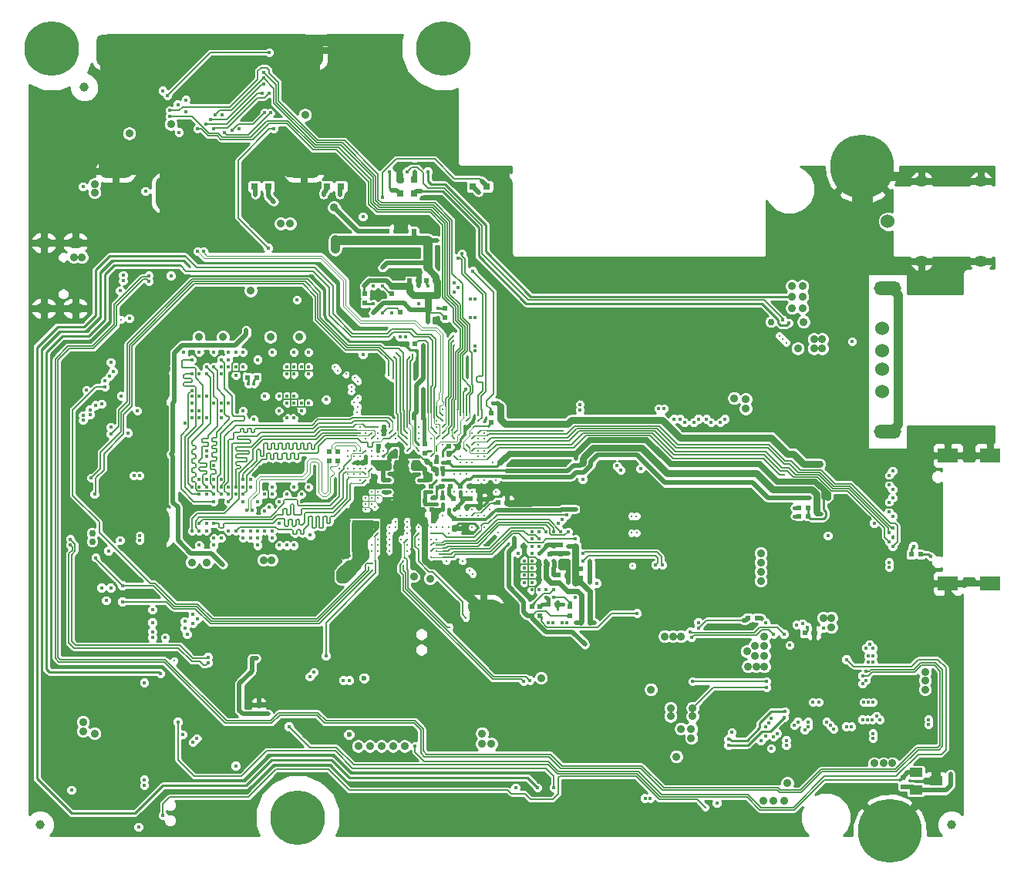
<source format=gbr>
G04 #@! TF.FileFunction,Copper,L6,Bot,Mixed*
%FSLAX46Y46*%
G04 Gerber Fmt 4.6, Leading zero omitted, Abs format (unit mm)*
G04 Created by KiCad (PCBNEW no-vcs-found-undefined) date Tue Nov  8 15:56:20 2016*
%MOMM*%
%LPD*%
G01*
G04 APERTURE LIST*
%ADD10C,0.100000*%
%ADD11R,0.800000X0.800000*%
%ADD12R,1.400000X1.000000*%
%ADD13R,0.500000X0.550000*%
%ADD14O,1.524000X1.200000*%
%ADD15C,1.524000*%
%ADD16O,3.000000X1.524000*%
%ADD17R,2.200000X1.600000*%
%ADD18R,0.400000X0.400000*%
%ADD19R,1.422400X1.422400*%
%ADD20O,1.800000X1.200000*%
%ADD21C,6.000000*%
%ADD22C,1.000000*%
%ADD23R,0.550000X0.500000*%
%ADD24C,7.000000*%
%ADD25O,3.500000X1.500000*%
%ADD26O,1.500000X3.500000*%
%ADD27C,0.450000*%
%ADD28C,0.900000*%
%ADD29C,0.327000*%
%ADD30C,0.750000*%
%ADD31C,0.406400*%
%ADD32C,0.600000*%
%ADD33C,0.304800*%
%ADD34C,0.254000*%
%ADD35C,0.508000*%
%ADD36C,0.406400*%
%ADD37C,1.270000*%
%ADD38C,1.016000*%
%ADD39C,1.524000*%
%ADD40C,0.127000*%
%ADD41C,0.106680*%
%ADD42C,0.203200*%
%ADD43C,0.762000*%
%ADD44C,2.286000*%
%ADD45C,0.711200*%
%ADD46C,0.635000*%
%ADD47C,0.119380*%
%ADD48C,0.106600*%
%ADD49C,0.142240*%
%ADD50C,0.609600*%
%ADD51C,0.152400*%
G04 APERTURE END LIST*
D10*
D11*
X125238000Y-28200000D03*
X126762000Y-28200000D03*
D12*
X197892560Y-94449960D03*
X197892560Y-92547500D03*
X200102360Y-93502540D03*
D13*
X139792000Y-33100000D03*
X140808000Y-33100000D03*
D11*
X149238000Y-28200000D03*
X150762000Y-28200000D03*
X141223000Y-28956000D03*
X142747000Y-28956000D03*
X141238000Y-27438000D03*
X142762000Y-27438000D03*
X133238000Y-28200000D03*
X134762000Y-28200000D03*
D14*
X205010000Y-27629000D03*
X198510000Y-27629000D03*
X198510000Y-36379000D03*
X205010000Y-36379000D03*
D15*
X194810000Y-32004000D03*
D16*
X194810000Y-39394000D03*
X194810000Y-55094000D03*
D15*
X194210000Y-43744000D03*
X194210000Y-46244000D03*
X194210000Y-48244000D03*
X194210000Y-50744000D03*
D17*
X206000000Y-57726000D03*
X201400000Y-57726000D03*
X201400000Y-71776000D03*
X206000000Y-71776000D03*
D18*
X184871000Y-80861000D03*
X185571000Y-80861000D03*
X186271000Y-80861000D03*
X186271000Y-80161000D03*
X186271000Y-79461000D03*
X187871000Y-79461000D03*
X187871000Y-80161000D03*
X187871000Y-80861000D03*
X188571000Y-80861000D03*
X189271000Y-80861000D03*
X189271000Y-82461000D03*
X188571000Y-82461000D03*
X187871000Y-82461000D03*
X187871000Y-83161000D03*
X187871000Y-83861000D03*
X186271000Y-83861000D03*
X186271000Y-83161000D03*
X186271000Y-82461000D03*
X185571000Y-82461000D03*
X184871000Y-82461000D03*
D19*
X187071000Y-81661000D03*
D20*
X102112000Y-41573000D03*
X105582000Y-41573000D03*
X105582000Y-34373000D03*
X102112000Y-34373000D03*
D13*
X156392000Y-69700000D03*
X157408000Y-69700000D03*
D21*
X130000000Y-97500000D03*
D22*
X201803000Y-98298000D03*
X106553000Y-17272000D03*
X101727000Y-98298000D03*
D13*
X139908000Y-56700000D03*
X138892000Y-56700000D03*
X139892000Y-58500000D03*
X140908000Y-58500000D03*
X138308000Y-58500000D03*
X137292000Y-58500000D03*
D23*
X139750000Y-61842000D03*
X139750000Y-62858000D03*
D13*
X139408000Y-60100000D03*
X138392000Y-60100000D03*
X144908000Y-64900000D03*
X143892000Y-64900000D03*
X143308000Y-38500000D03*
X142292000Y-38500000D03*
X142808000Y-33100000D03*
X141792000Y-33100000D03*
D23*
X144000000Y-57508000D03*
X144000000Y-56492000D03*
D13*
X162108000Y-71200000D03*
X161092000Y-71200000D03*
X143808000Y-53600000D03*
X142792000Y-53600000D03*
X161092000Y-70200000D03*
X162108000Y-70200000D03*
X157408000Y-71300000D03*
X156392000Y-71300000D03*
X143642000Y-61100000D03*
X144658000Y-61100000D03*
X148908000Y-61100000D03*
X147892000Y-61100000D03*
D23*
X125730000Y-86106000D03*
X125730000Y-85090000D03*
D13*
X159608000Y-70900000D03*
X158592000Y-70900000D03*
D23*
X157700000Y-67592000D03*
X157700000Y-68608000D03*
X146600000Y-58508000D03*
X146600000Y-57492000D03*
X147200000Y-65708000D03*
X147200000Y-64692000D03*
X158900000Y-67592000D03*
X158900000Y-68608000D03*
D13*
X148608000Y-63400000D03*
X147592000Y-63400000D03*
X143692000Y-63700000D03*
X144708000Y-63700000D03*
X144192000Y-58400000D03*
X145208000Y-58400000D03*
D23*
X136300000Y-64092000D03*
X136300000Y-65108000D03*
D13*
X135492000Y-68600000D03*
X136508000Y-68600000D03*
X135492000Y-67300000D03*
X136508000Y-67300000D03*
X135492000Y-66000000D03*
X136508000Y-66000000D03*
X141842000Y-58500000D03*
X142858000Y-58500000D03*
X186690000Y-77216000D03*
X185674000Y-77216000D03*
X142992000Y-62700000D03*
X144008000Y-62700000D03*
X145792000Y-61100000D03*
X146808000Y-61100000D03*
X147608000Y-56700000D03*
X146592000Y-56700000D03*
X144892000Y-62400000D03*
X145908000Y-62400000D03*
X150008000Y-62500000D03*
X148992000Y-62500000D03*
X145908000Y-59200000D03*
X144892000Y-59200000D03*
X124460000Y-49149000D03*
X125476000Y-49149000D03*
D23*
X134366000Y-58293000D03*
X134366000Y-57277000D03*
X133477000Y-58293000D03*
X133477000Y-57277000D03*
X156591000Y-74295000D03*
X156591000Y-75311000D03*
D13*
X147092000Y-62500000D03*
X148108000Y-62500000D03*
X197358000Y-68580000D03*
X198374000Y-68580000D03*
X157480000Y-74041000D03*
X158496000Y-74041000D03*
D23*
X151257000Y-53086000D03*
X151257000Y-54102000D03*
D13*
X179451000Y-75565000D03*
X180467000Y-75565000D03*
X185039000Y-63500000D03*
X186055000Y-63500000D03*
X185039000Y-64389000D03*
X186055000Y-64389000D03*
X142875000Y-45466000D03*
X141859000Y-45466000D03*
D23*
X146200000Y-41592000D03*
X146200000Y-42608000D03*
D13*
X144145000Y-38481000D03*
X145161000Y-38481000D03*
D23*
X141300000Y-42008000D03*
X141300000Y-40992000D03*
X140300000Y-39992000D03*
X140300000Y-41008000D03*
X137400000Y-41008000D03*
X137400000Y-39992000D03*
D21*
X146000000Y-13000000D03*
D24*
X192000000Y-26000000D03*
X195000000Y-99000000D03*
D21*
X103000000Y-13000000D03*
D13*
X159208000Y-69700000D03*
X158192000Y-69700000D03*
X153797000Y-67691000D03*
X154813000Y-67691000D03*
D23*
X159893000Y-75311000D03*
X159893000Y-74295000D03*
X155702000Y-74295000D03*
X155702000Y-75311000D03*
X196469000Y-94107000D03*
X196469000Y-93091000D03*
D13*
X151992000Y-62900000D03*
X153008000Y-62900000D03*
D25*
X150400000Y-74300000D03*
D26*
X115200000Y-65600000D03*
X115200000Y-28900000D03*
X152900000Y-28900000D03*
D25*
X110000000Y-26500000D03*
X130700000Y-26500000D03*
D26*
X132000000Y-13200000D03*
X108700000Y-13200000D03*
X115200000Y-50000000D03*
D27*
X194945000Y-69977000D03*
X194945000Y-69469000D03*
D28*
X106426000Y-88011000D03*
X106426000Y-86995000D03*
X187579000Y-44958000D03*
X187579000Y-45974000D03*
X186690000Y-44958000D03*
X186690000Y-45974000D03*
X150241000Y-88265000D03*
X150241000Y-89408000D03*
X151257000Y-89408000D03*
X136652000Y-89662000D03*
X107696000Y-27940000D03*
X107696000Y-28829000D03*
D27*
X123190000Y-91821000D03*
X193294000Y-65151000D03*
D28*
X105918000Y-91186000D03*
D27*
X108458000Y-61595000D03*
X106426000Y-55626000D03*
X106426000Y-54991000D03*
X107442000Y-59055000D03*
X107442000Y-65024000D03*
X107442000Y-65532000D03*
X107188000Y-68453000D03*
X107188000Y-67945000D03*
X107315000Y-71501000D03*
X107823000Y-71501000D03*
X107188000Y-74930000D03*
X107188000Y-74422000D03*
X107188000Y-73914000D03*
X107188000Y-73406000D03*
X107188000Y-77470000D03*
X107188000Y-76962000D03*
X107188000Y-76454000D03*
D28*
X144526000Y-89408000D03*
X145669000Y-89408000D03*
X146812000Y-89408000D03*
X147955000Y-89408000D03*
X106299000Y-26035000D03*
X106172000Y-29972000D03*
X149098000Y-82169000D03*
X139319000Y-31750000D03*
X141351000Y-31750000D03*
X143256000Y-31750000D03*
X145415000Y-24003000D03*
X142875000Y-24003000D03*
X140208000Y-24003000D03*
X115062000Y-18923000D03*
X114681000Y-21971000D03*
X119761000Y-16510000D03*
X119761000Y-18288000D03*
X127000000Y-41783000D03*
X108585000Y-85090000D03*
X116078000Y-88519000D03*
X116078000Y-89408000D03*
D27*
X120904000Y-78867000D03*
D28*
X106553000Y-83566000D03*
X103886000Y-98425000D03*
X121920000Y-98425000D03*
X124460000Y-98425000D03*
X123190000Y-96520000D03*
X120015000Y-96520000D03*
D27*
X130683000Y-81026000D03*
D28*
X128016000Y-72263000D03*
X128905000Y-72263000D03*
D27*
X171196000Y-81915000D03*
X171196000Y-82931000D03*
D28*
X136779000Y-99060000D03*
X135636000Y-99060000D03*
D27*
X155321000Y-81534000D03*
X154813000Y-81534000D03*
X154305000Y-81534000D03*
D28*
X148082000Y-82169000D03*
X140462000Y-82169000D03*
D27*
X145034000Y-79248000D03*
X145542000Y-79248000D03*
X146050000Y-79248000D03*
X155575000Y-63119000D03*
X161163000Y-63627000D03*
X161544000Y-61087000D03*
D28*
X161163000Y-50927000D03*
X163449000Y-51308000D03*
X154305000Y-36830000D03*
X156845000Y-36830000D03*
X159385000Y-36830000D03*
X161925000Y-36830000D03*
X164465000Y-36830000D03*
X167005000Y-36830000D03*
X169545000Y-36830000D03*
X172085000Y-36830000D03*
X174625000Y-36830000D03*
X177165000Y-36830000D03*
X179705000Y-36830000D03*
X182245000Y-36830000D03*
X182245000Y-34290000D03*
X182245000Y-31750000D03*
X183515000Y-33020000D03*
X184785000Y-31750000D03*
X160401000Y-42037000D03*
X158369000Y-43688000D03*
X157226000Y-43180000D03*
X169545000Y-43688000D03*
X166751000Y-43688000D03*
X163957000Y-43688000D03*
X161798000Y-43688000D03*
X162941000Y-42037000D03*
X165354000Y-42037000D03*
X168148000Y-42037000D03*
X170815000Y-42037000D03*
X173101000Y-42037000D03*
X175387000Y-42037000D03*
X174117000Y-43688000D03*
X176403000Y-43688000D03*
D27*
X140589000Y-45212000D03*
X125730000Y-19431000D03*
D28*
X131445000Y-17526000D03*
X141605000Y-17526000D03*
X139065000Y-17526000D03*
X136525000Y-17526000D03*
X133985000Y-17526000D03*
X135255000Y-14224000D03*
X137795000Y-14224000D03*
X140335000Y-14224000D03*
X139065000Y-12065000D03*
X136525000Y-12065000D03*
X133985000Y-12065000D03*
X137795000Y-19939000D03*
X140335000Y-19939000D03*
X142748000Y-19939000D03*
X145669000Y-19939000D03*
X120904000Y-34925000D03*
X122428000Y-34925000D03*
X124079000Y-34925000D03*
X125603000Y-34925000D03*
X152273000Y-46228000D03*
X158368982Y-41910000D03*
X129921000Y-30474490D03*
X157093490Y-58547000D03*
X107055460Y-47117000D03*
D29*
X141375000Y-57850000D03*
D27*
X148590000Y-48641000D03*
X137300000Y-42100000D03*
D28*
X121666000Y-14859000D03*
X185801000Y-65532000D03*
X186944000Y-65532000D03*
X188087000Y-65532000D03*
X109855000Y-93726000D03*
X108839000Y-93726000D03*
D27*
X117094000Y-77978000D03*
X117094000Y-77470000D03*
D28*
X127127000Y-85090000D03*
D30*
X123825000Y-89662000D03*
X124460000Y-89662000D03*
D27*
X194564000Y-58547000D03*
X164592000Y-76708000D03*
X164592000Y-77216000D03*
D28*
X112014000Y-85090000D03*
X118872000Y-86100490D03*
X153035000Y-46990000D03*
X156083000Y-41910000D03*
X157226000Y-41910000D03*
D29*
X149825000Y-65650000D03*
X149825000Y-63700000D03*
D27*
X167894000Y-74422000D03*
X163195000Y-64770000D03*
X171704000Y-69723000D03*
X164719000Y-72390000D03*
X167640000Y-69723000D03*
X169926000Y-74422000D03*
X154686000Y-76073000D03*
X154178000Y-76073000D03*
X159131000Y-74041000D03*
X155067000Y-63119000D03*
X154559000Y-63119000D03*
X154051000Y-63119000D03*
X154900000Y-68500000D03*
X156500000Y-69300000D03*
X155700000Y-73300000D03*
X156500000Y-67700000D03*
X156500000Y-66100000D03*
X156500000Y-70900000D03*
X156500000Y-71700000D03*
X156500000Y-70100000D03*
X159700000Y-71700000D03*
X158900000Y-70100000D03*
X159700000Y-69300000D03*
X159700000Y-70100000D03*
X158900000Y-69300000D03*
D28*
X171958000Y-43688000D03*
X189992000Y-53721000D03*
X190500000Y-46863000D03*
X189357000Y-46863000D03*
D27*
X150876000Y-99314000D03*
D28*
X154559000Y-88773000D03*
X156591000Y-88773000D03*
X155575000Y-88773000D03*
D27*
X191897000Y-91186000D03*
X192405000Y-91186000D03*
D28*
X168529000Y-51816000D03*
X162306000Y-51308000D03*
D27*
X168021000Y-48768000D03*
D28*
X169164000Y-64389000D03*
X170180000Y-64389000D03*
X171196000Y-64389000D03*
D27*
X180086000Y-73787000D03*
X179070000Y-73787000D03*
X179578000Y-72771000D03*
X181483000Y-91948000D03*
X180721000Y-91948000D03*
X179959000Y-91948000D03*
X179197000Y-91948000D03*
X175895000Y-53721000D03*
X172974000Y-51435000D03*
X175895000Y-51435000D03*
X168656000Y-48768000D03*
X176530000Y-48768000D03*
X175006000Y-48768000D03*
X173609000Y-48768000D03*
X172085000Y-48768000D03*
X172974000Y-53721000D03*
D28*
X162941000Y-94107000D03*
X106807000Y-91186000D03*
X138049000Y-74295000D03*
X121539000Y-29083000D03*
X119634000Y-29083000D03*
X124333000Y-30353000D03*
X122428000Y-30353000D03*
X120523000Y-30353000D03*
X139065000Y-22225000D03*
X144145000Y-22225000D03*
X141605000Y-22225000D03*
X146685000Y-22225000D03*
D29*
X147225000Y-56550000D03*
D27*
X113665000Y-40259000D03*
X112014000Y-67056000D03*
X112014000Y-66548000D03*
D28*
X119507000Y-81788000D03*
X111760000Y-30099000D03*
X110617000Y-30099000D03*
X105410000Y-40005000D03*
X106299000Y-40005000D03*
D27*
X134366000Y-41783000D03*
D28*
X125984000Y-14351000D03*
X117221000Y-14859000D03*
X123063000Y-16510000D03*
X129286000Y-23622000D03*
X121666000Y-23749000D03*
X111506000Y-25146000D03*
D27*
X111887000Y-21082000D03*
X111887000Y-19431000D03*
X111887000Y-17907000D03*
X111887000Y-16510000D03*
X109982000Y-16510000D03*
X109982000Y-15494000D03*
X109982000Y-14478000D03*
X110998000Y-14478000D03*
X112014000Y-14478000D03*
X106172000Y-21082000D03*
X107188000Y-21082000D03*
X108204000Y-21082000D03*
X109220000Y-21082000D03*
X110236000Y-21082000D03*
X106172000Y-19304000D03*
X107188000Y-19304000D03*
X108204000Y-19304000D03*
X109220000Y-19304000D03*
X110236000Y-19304000D03*
X110236000Y-18288000D03*
D28*
X104648000Y-22225000D03*
X104648000Y-19050000D03*
D27*
X141097000Y-26543000D03*
D28*
X129921000Y-34036000D03*
X137160000Y-74295000D03*
D31*
X142675000Y-63700000D03*
X142675000Y-61750000D03*
D29*
X142675000Y-59800000D03*
X143325000Y-57850000D03*
X140725000Y-59150000D03*
X140075000Y-59800000D03*
X140725000Y-59800000D03*
X140725000Y-61100000D03*
D31*
X140075000Y-63700000D03*
X140725000Y-63050000D03*
D29*
X138775000Y-63050000D03*
X138125000Y-63700000D03*
D28*
X119634000Y-40005000D03*
D27*
X129921000Y-39624000D03*
D28*
X125476000Y-41783000D03*
X128778000Y-41783000D03*
X121793000Y-41783000D03*
X119126000Y-41783000D03*
X121793000Y-72263000D03*
X119380000Y-72263000D03*
X116586000Y-72263000D03*
D27*
X118400000Y-46400000D03*
X120000000Y-46400000D03*
X121600000Y-46400000D03*
X124000000Y-47200000D03*
X118400000Y-53600000D03*
X120000000Y-53600000D03*
X121600000Y-52800000D03*
X124000000Y-52000000D03*
D28*
X118110000Y-98298000D03*
D27*
X122428000Y-79121000D03*
X122682000Y-84074000D03*
D28*
X131572000Y-87503000D03*
X139319000Y-82169000D03*
D27*
X144526000Y-79248000D03*
X171196000Y-81026000D03*
X169672000Y-81026000D03*
D28*
X157226000Y-94107000D03*
X161925000Y-94107000D03*
D29*
X139425000Y-63700000D03*
D28*
X130683000Y-74295000D03*
X129794000Y-74295000D03*
X128016000Y-74295000D03*
X128905000Y-74295000D03*
D29*
X143325000Y-63700000D03*
D31*
X140075000Y-64350000D03*
D29*
X141375000Y-64350000D03*
X142675000Y-64350000D03*
D28*
X140208000Y-71755000D03*
X140208000Y-72771000D03*
D29*
X150475000Y-61750000D03*
X149825000Y-61750000D03*
D27*
X141300000Y-33100000D03*
X137300000Y-35100000D03*
X137300000Y-37100000D03*
X139300000Y-35100000D03*
X138300000Y-35100000D03*
X141300000Y-35100000D03*
X140300000Y-35100000D03*
X143300000Y-35100000D03*
X142300000Y-35100000D03*
X145300000Y-37100000D03*
X145300000Y-35100000D03*
X139300000Y-40100000D03*
X138300000Y-40100000D03*
X143300000Y-41100000D03*
X143300000Y-39100000D03*
X145400000Y-42600000D03*
D29*
X150475000Y-67600000D03*
X150475000Y-53950000D03*
X145275000Y-59150000D03*
X145275000Y-59800000D03*
X144625000Y-58500000D03*
X145275000Y-61750000D03*
X145275000Y-61100000D03*
X143325000Y-61750000D03*
X143325000Y-59800000D03*
D31*
X142675000Y-61100000D03*
X142675000Y-60450000D03*
D29*
X145275000Y-62400000D03*
D31*
X142675000Y-62400000D03*
D29*
X143325000Y-63050000D03*
X143325000Y-62400000D03*
D31*
X142675000Y-63050000D03*
X142025000Y-63700000D03*
D29*
X142025000Y-64350000D03*
D31*
X142025000Y-62400000D03*
X142025000Y-63050000D03*
X142025000Y-61100000D03*
D29*
X142025000Y-59150000D03*
D31*
X142025000Y-60450000D03*
X141375000Y-61750000D03*
X142025000Y-61750000D03*
X141375000Y-63050000D03*
X141375000Y-62400000D03*
X140725000Y-63700000D03*
X141375000Y-63700000D03*
X140725000Y-62400000D03*
X141375000Y-61100000D03*
D29*
X140725000Y-61750000D03*
D31*
X141375000Y-59800000D03*
X142025000Y-59800000D03*
D29*
X140725000Y-60450000D03*
D31*
X141375000Y-60450000D03*
X141375000Y-59150000D03*
D29*
X140075000Y-61100000D03*
X140725000Y-64350000D03*
X140075000Y-62400000D03*
X139425000Y-62400000D03*
X138125000Y-60450000D03*
X136825000Y-63700000D03*
D27*
X130400000Y-62800000D03*
D28*
X127000000Y-58900000D03*
D29*
X136825000Y-60450000D03*
D27*
X135525000Y-53300000D03*
D29*
X136825000Y-54600000D03*
X139425000Y-54600000D03*
X139425000Y-55250000D03*
D27*
X125600000Y-46400000D03*
X126400000Y-61200000D03*
D28*
X127900000Y-58900000D03*
X128800000Y-58900000D03*
D27*
X126400000Y-52000000D03*
X126800000Y-53800000D03*
X126000000Y-53800000D03*
X128800000Y-52800000D03*
X128000000Y-52000000D03*
X130400000Y-53600000D03*
X131200000Y-67600000D03*
X119200000Y-61200000D03*
X120000000Y-60400000D03*
X121600000Y-60400000D03*
X124000000Y-61200000D03*
X118400000Y-67600000D03*
X120000000Y-67600000D03*
X121600000Y-67600000D03*
X124800000Y-66000000D03*
X128000000Y-61200000D03*
X128000000Y-62000000D03*
X128800000Y-61200000D03*
X126400000Y-66800000D03*
X128000000Y-66800000D03*
D31*
X128800000Y-66800000D03*
D27*
X126400000Y-67600000D03*
X127200000Y-67600000D03*
X130400000Y-67600000D03*
X130400000Y-61200000D03*
D29*
X139425000Y-63050000D03*
D31*
X140075000Y-63050000D03*
D29*
X142025000Y-57850000D03*
X139425000Y-57850000D03*
X137475000Y-57850000D03*
X137475000Y-61750000D03*
X138125000Y-59800000D03*
D27*
X130400000Y-48800000D03*
X128000000Y-48000000D03*
X130400000Y-46400000D03*
X131200000Y-53600000D03*
X128800000Y-46400000D03*
X128000000Y-46400000D03*
X197993000Y-91567000D03*
X198374000Y-91186000D03*
X179959000Y-76581000D03*
X179451000Y-76581000D03*
X178943000Y-76581000D03*
X179578000Y-73787000D03*
X179578000Y-73279000D03*
X178943000Y-88519000D03*
X178308000Y-88519000D03*
D28*
X186690000Y-71247000D03*
X188500000Y-71200000D03*
X187600000Y-71200000D03*
D27*
X199263000Y-85471000D03*
X199263000Y-84963000D03*
X199263000Y-84455000D03*
X199136000Y-88011000D03*
X199136000Y-88519000D03*
X199136000Y-89027000D03*
X197612000Y-60452000D03*
X197612000Y-63373000D03*
X195326000Y-63373000D03*
X195326000Y-60452000D03*
X195326000Y-66675000D03*
X199009000Y-61341000D03*
X199009000Y-62611000D03*
X199009000Y-65151000D03*
X199009000Y-63881000D03*
X202819000Y-76327000D03*
X202819000Y-79629000D03*
X202819000Y-84201000D03*
X202819000Y-91313000D03*
X202819000Y-93472000D03*
X202819000Y-74041000D03*
X197612000Y-66675000D03*
X199009000Y-67500000D03*
X181479065Y-83181065D03*
D28*
X170942000Y-86360000D03*
X170942000Y-85471000D03*
X141732000Y-89662000D03*
X140462000Y-89662000D03*
X139192000Y-89662000D03*
X137922000Y-89662000D03*
X173355000Y-86360000D03*
X173355000Y-85471000D03*
D27*
X142875000Y-89662000D03*
X190246000Y-80137000D03*
X117500000Y-46400000D03*
D28*
X119126000Y-44704000D03*
X121793000Y-44704000D03*
X130175000Y-44704000D03*
X127000000Y-44704000D03*
X124841000Y-39624000D03*
X120015000Y-69469000D03*
X118364000Y-69469000D03*
X126238000Y-69215000D03*
D27*
X120800000Y-46400000D03*
X119200000Y-46400000D03*
X125600000Y-47200000D03*
X123200000Y-48000000D03*
X119200000Y-53600000D03*
X121600000Y-53600000D03*
X124000000Y-52800000D03*
D29*
X140075000Y-59150000D03*
X139425000Y-59800000D03*
X139425000Y-59150000D03*
X140075000Y-60450000D03*
X139425000Y-60450000D03*
X140075000Y-61750000D03*
X139425000Y-61750000D03*
D28*
X127127000Y-69215000D03*
D29*
X140725000Y-57200000D03*
X140725000Y-57850000D03*
D27*
X126400000Y-51200000D03*
X130400000Y-52800000D03*
X128000000Y-52800000D03*
X128800000Y-53600000D03*
X129600000Y-53600000D03*
X119200000Y-60400000D03*
X120800000Y-60400000D03*
X123200000Y-62000000D03*
X119200000Y-67600000D03*
X120800000Y-67600000D03*
X124000000Y-66000000D03*
X124800000Y-61200000D03*
X125600000Y-67600000D03*
X127200000Y-61200000D03*
X128800000Y-62000000D03*
X129600000Y-61200000D03*
X126400000Y-66000000D03*
X128000000Y-67600000D03*
X128800000Y-67600000D03*
X129600000Y-67600000D03*
X130400000Y-62000000D03*
X131400000Y-66500000D03*
X131200000Y-61200000D03*
D29*
X140075000Y-57850000D03*
X138775000Y-59150000D03*
D27*
X128800000Y-48000000D03*
X129600000Y-46400000D03*
X130400000Y-48000000D03*
X131200000Y-46400000D03*
X127200000Y-46400000D03*
X125200000Y-53800000D03*
X176022000Y-95885000D03*
X186563000Y-84836000D03*
D28*
X183388000Y-95631000D03*
X183769000Y-93726000D03*
X181102000Y-95631000D03*
X182245000Y-95631000D03*
D27*
X124333000Y-43942000D03*
X124333000Y-44450000D03*
X116100000Y-57600000D03*
X121793000Y-69723000D03*
X122400000Y-52000000D03*
X129921000Y-40640000D03*
D29*
X138775000Y-57200000D03*
D27*
X161290000Y-60325000D03*
X110490000Y-39624000D03*
X114046000Y-74676000D03*
X112522000Y-98552000D03*
X113157000Y-93980000D03*
X117348000Y-88392000D03*
X167640000Y-59182000D03*
D28*
X177927000Y-51435000D03*
D27*
X153924000Y-94234000D03*
D29*
X145275000Y-64350000D03*
X145275000Y-63700000D03*
X145925000Y-63700000D03*
X145925000Y-63050000D03*
X145275000Y-60450000D03*
D27*
X106426000Y-53340000D03*
X106426000Y-53848000D03*
X110617000Y-51181000D03*
X112649000Y-66548000D03*
X112649000Y-67056000D03*
D28*
X129159000Y-32258000D03*
X128143000Y-32258000D03*
D29*
X146575000Y-61750000D03*
D27*
X201676000Y-92710000D03*
D28*
X111506000Y-22352000D03*
X198882000Y-82423000D03*
X198882000Y-81534000D03*
X198882000Y-83439000D03*
D27*
X138300000Y-42100000D03*
D28*
X134112000Y-34036000D03*
X134112000Y-35052000D03*
D27*
X144300000Y-43100000D03*
X144300000Y-34100000D03*
X142300000Y-34100000D03*
X143300000Y-34100000D03*
X140300000Y-34100000D03*
X141300000Y-34100000D03*
X138300000Y-34100000D03*
X139300000Y-34100000D03*
X139300000Y-37100000D03*
X144300000Y-37100000D03*
X145300000Y-34100000D03*
X137300000Y-39100000D03*
X140300000Y-39100000D03*
X142300000Y-39100000D03*
X145300000Y-39100000D03*
D28*
X133985000Y-30485510D03*
D27*
X139300000Y-33100000D03*
X118999000Y-35306000D03*
D29*
X145925000Y-53950000D03*
D27*
X119634000Y-35306000D03*
D29*
X145925000Y-53300000D03*
D27*
X114046000Y-76073000D03*
X109474000Y-54610000D03*
X143764000Y-50419000D03*
X143764000Y-50927000D03*
X115443000Y-77724000D03*
D29*
X144625000Y-55900000D03*
D27*
X149479000Y-46228000D03*
D28*
X184912000Y-45974000D03*
D27*
X111379000Y-55245000D03*
X193167000Y-79756000D03*
X137160000Y-46609000D03*
X149479000Y-45720000D03*
D29*
X145925000Y-61750000D03*
X144625000Y-57200000D03*
D27*
X192659000Y-79756000D03*
D30*
X187325000Y-58674000D03*
D27*
X151892000Y-51943000D03*
X143764000Y-45593000D03*
X151384000Y-51943000D03*
D29*
X143325000Y-56550000D03*
D27*
X181356000Y-88519000D03*
X180848000Y-89027000D03*
X114046000Y-77089000D03*
D29*
X145275000Y-53950000D03*
X142621000Y-46609000D03*
X142240000Y-46863000D03*
X143325000Y-57200000D03*
X142025000Y-57200000D03*
D27*
X114046000Y-77724000D03*
D29*
X145275000Y-54600000D03*
X140589000Y-46863000D03*
X142025000Y-56550000D03*
X140843000Y-46482000D03*
X142025000Y-55900000D03*
D28*
X106299000Y-35941000D03*
X105410000Y-35941000D03*
X181229000Y-77597000D03*
X181229000Y-78613000D03*
X180213000Y-78613000D03*
D29*
X138125000Y-67600000D03*
D27*
X111506000Y-42672000D03*
X126746000Y-86106000D03*
X123571000Y-82804000D03*
X124968000Y-80010000D03*
X125476000Y-80010000D03*
D32*
X135636000Y-88392000D03*
X137287000Y-82169000D03*
D27*
X185674000Y-62357000D03*
D29*
X145925000Y-60450000D03*
D27*
X186182000Y-62357000D03*
X199263000Y-86741000D03*
X199263000Y-87249000D03*
D28*
X107696000Y-88265000D03*
X173222490Y-87757000D03*
X173222490Y-88773000D03*
D27*
X183896000Y-43180000D03*
D28*
X172085000Y-87757000D03*
X172085000Y-77597000D03*
X171196000Y-77597000D03*
X170307000Y-77597000D03*
D27*
X181991000Y-86614000D03*
X192405000Y-82423000D03*
X192024000Y-82804000D03*
D28*
X180213000Y-79756000D03*
X181229000Y-79756000D03*
X179324000Y-79248000D03*
D27*
X181737000Y-87122000D03*
X181356000Y-87503000D03*
X177673000Y-88138000D03*
X185674000Y-87884000D03*
X186055000Y-86995000D03*
X186055000Y-87503000D03*
X183642000Y-89535000D03*
X183642000Y-89027000D03*
X188849000Y-87757000D03*
X188468000Y-87376000D03*
X188087000Y-86995000D03*
X193167000Y-88265000D03*
X193167000Y-88773000D03*
D28*
X187706000Y-75565000D03*
X188595000Y-76581000D03*
X188595000Y-75565000D03*
D27*
X192151000Y-84836000D03*
X192659000Y-84836000D03*
X193167000Y-84836000D03*
X193040000Y-86741000D03*
X192532000Y-86741000D03*
X184531000Y-87376000D03*
X192024000Y-86741000D03*
X192405000Y-78867000D03*
X193167000Y-78867000D03*
X192786000Y-78486000D03*
X184912000Y-86995000D03*
X161290000Y-58547000D03*
X161290000Y-58039000D03*
D28*
X116078000Y-21336000D03*
D27*
X107188000Y-52705000D03*
X107188000Y-53213000D03*
X187452000Y-64135000D03*
X186944000Y-64135000D03*
D29*
X145925000Y-59800000D03*
D27*
X182626000Y-88265000D03*
X182245000Y-88646000D03*
X114935000Y-81661000D03*
D29*
X145275000Y-55250000D03*
D28*
X130810000Y-20320000D03*
D27*
X160528000Y-58039000D03*
X160528000Y-63627000D03*
X160528000Y-57531000D03*
D29*
X146575000Y-63700000D03*
D27*
X188214000Y-62357000D03*
X193167000Y-80391000D03*
X187706000Y-62357000D03*
D29*
X145925000Y-58500000D03*
D27*
X192659000Y-80391000D03*
D28*
X185547000Y-43053000D03*
D27*
X181991000Y-89916000D03*
X141224000Y-44704000D03*
X149479000Y-40513000D03*
X148971000Y-40513000D03*
D29*
X145275000Y-57850000D03*
D28*
X135636000Y-69723000D03*
X134747000Y-71247000D03*
X135636000Y-70739000D03*
D31*
X136175000Y-66950000D03*
X136175000Y-67600000D03*
X136175000Y-68250000D03*
X136825000Y-68250000D03*
X136175000Y-65650000D03*
X136175000Y-66300000D03*
X136825000Y-67600000D03*
X136825000Y-66950000D03*
X136825000Y-65650000D03*
X136825000Y-66300000D03*
D29*
X137475000Y-66950000D03*
D31*
X137475000Y-66300000D03*
D29*
X138125000Y-66300000D03*
D31*
X137475000Y-65650000D03*
X138125000Y-65650000D03*
D29*
X138775000Y-65650000D03*
D31*
X137475000Y-65000000D03*
X136825000Y-65000000D03*
D29*
X138775000Y-65000000D03*
D31*
X138125000Y-65000000D03*
D28*
X180848000Y-68453000D03*
X180848000Y-69469000D03*
X180848000Y-71501000D03*
X180848000Y-70485000D03*
D27*
X173355000Y-82550000D03*
X181483000Y-82550000D03*
D30*
X181991000Y-43053000D03*
D27*
X141859000Y-44704000D03*
X148971000Y-42545000D03*
X149479000Y-42545000D03*
D29*
X145925000Y-57850000D03*
D27*
X181356000Y-76073000D03*
X180975000Y-75692000D03*
D28*
X195317591Y-91558591D03*
X193294000Y-91561490D03*
X194310000Y-91561490D03*
X144526000Y-71247000D03*
X142748000Y-70993000D03*
D29*
X144625000Y-63050000D03*
X144625000Y-60450000D03*
X144625000Y-61750000D03*
X143975000Y-59800000D03*
X144625000Y-59800000D03*
X142675000Y-59150000D03*
X143325000Y-58500000D03*
X143975000Y-60450000D03*
X143325000Y-60450000D03*
X143975000Y-61750000D03*
X143975000Y-63050000D03*
X145275000Y-63050000D03*
D27*
X187198000Y-84836000D03*
X188214000Y-66548000D03*
D29*
X174752000Y-96393000D03*
D27*
X115189000Y-97282000D03*
D29*
X183642000Y-45339000D03*
X145925000Y-55900000D03*
X147193000Y-45593000D03*
D27*
X185928000Y-76581000D03*
X177292000Y-89535000D03*
X183388000Y-86487000D03*
X148463000Y-50419000D03*
D29*
X145275000Y-57200000D03*
D27*
X156337000Y-94234000D03*
D29*
X145275000Y-55900000D03*
D27*
X140081000Y-26543000D03*
X108966000Y-73660000D03*
D29*
X140075000Y-66950000D03*
D27*
X107823000Y-68961000D03*
X110744000Y-72009000D03*
D29*
X137795000Y-69977000D03*
D27*
X110744000Y-73787000D03*
D29*
X138176000Y-70358000D03*
D27*
X108458000Y-72263000D03*
D29*
X143325000Y-65650000D03*
D27*
X110490000Y-67056000D03*
D29*
X140725000Y-65650000D03*
D27*
X109220000Y-68199000D03*
D29*
X138775000Y-67600000D03*
D27*
X107696000Y-61976000D03*
D29*
X139954000Y-48895000D03*
D27*
X107315000Y-60198000D03*
D29*
X140462000Y-49276000D03*
D27*
X112395000Y-52832000D03*
D29*
X143325000Y-55900000D03*
D27*
X113157000Y-93345000D03*
D29*
X116459000Y-80264000D03*
X140075000Y-65650000D03*
X149175000Y-56550000D03*
D27*
X195326000Y-65659000D03*
D29*
X150475000Y-55250000D03*
D27*
X195326000Y-59436000D03*
D29*
X149825000Y-55900000D03*
D27*
X194945000Y-59944000D03*
X194945000Y-60960000D03*
D29*
X150475000Y-55900000D03*
D27*
X195326000Y-61468000D03*
D29*
X149825000Y-56550000D03*
X149825000Y-57200000D03*
D27*
X195326000Y-62357000D03*
X194945000Y-62865000D03*
D29*
X150475000Y-57200000D03*
D27*
X194945000Y-63881000D03*
D29*
X149825000Y-57850000D03*
X150475000Y-57850000D03*
D27*
X195326000Y-64389000D03*
D29*
X149175000Y-57200000D03*
D27*
X194945000Y-66167000D03*
D29*
X148525000Y-56550000D03*
D27*
X194945000Y-67183000D03*
X199517000Y-68834000D03*
X112014000Y-59944000D03*
D29*
X143325000Y-55250000D03*
D27*
X112649000Y-59944000D03*
D29*
X143325000Y-54600000D03*
D27*
X132842000Y-29083000D03*
X125349000Y-29083000D03*
X149860000Y-28829000D03*
X142875000Y-26543000D03*
X108839000Y-50165000D03*
D29*
X138176000Y-69596000D03*
D27*
X106807000Y-50546000D03*
D29*
X138125000Y-68250000D03*
D27*
X118400000Y-47200000D03*
X118400000Y-61200000D03*
D29*
X140725000Y-55900000D03*
D27*
X124563933Y-49860332D03*
X124425500Y-63754000D03*
X125212053Y-49860332D03*
X125002500Y-63754000D03*
X109474000Y-55372000D03*
D29*
X142025000Y-55250000D03*
D27*
X109474000Y-72263000D03*
D29*
X140075000Y-67600000D03*
D27*
X113665000Y-38608000D03*
X192024000Y-81915000D03*
X147611428Y-36030572D03*
D29*
X149825000Y-53300000D03*
D27*
X110830790Y-38533280D03*
D29*
X110617000Y-42799000D03*
X140075000Y-66300000D03*
D27*
X113284000Y-28702000D03*
X173101000Y-77089000D03*
X183388000Y-77343000D03*
X195326000Y-67691000D03*
D29*
X149175000Y-55900000D03*
D27*
X197612000Y-67691000D03*
X121666000Y-20320000D03*
D29*
X152019000Y-66167000D03*
D27*
X126746000Y-34925000D03*
X127381000Y-21844000D03*
D29*
X145925000Y-52650000D03*
X159131000Y-54991000D03*
X149825000Y-55250000D03*
D27*
X116840000Y-86995000D03*
X158115000Y-94234000D03*
X149225000Y-37465000D03*
X113665000Y-37973000D03*
X192405000Y-81407000D03*
X148044572Y-35597428D03*
D29*
X149825000Y-53950000D03*
D27*
X110830790Y-37920720D03*
X183261000Y-42799000D03*
X141986000Y-26543000D03*
X183997600Y-78587600D03*
X178943000Y-75819000D03*
D29*
X183388000Y-59817000D03*
X147225000Y-57850000D03*
D27*
X173990000Y-76708000D03*
D29*
X183261000Y-44958000D03*
X184531000Y-63500000D03*
X145925000Y-55250000D03*
X147066000Y-45085000D03*
D27*
X185420000Y-76200000D03*
D29*
X182880000Y-44577000D03*
X184531000Y-64389000D03*
X145925000Y-54600000D03*
X147066000Y-44577000D03*
D27*
X184785000Y-76327000D03*
D29*
X144625000Y-57850000D03*
X146685000Y-76581000D03*
X142025000Y-66950000D03*
X148463000Y-75565000D03*
X143325000Y-66300000D03*
D27*
X119888000Y-21336000D03*
X126111000Y-17907000D03*
D29*
X149175000Y-65650000D03*
D27*
X122809000Y-21971000D03*
D29*
X150475000Y-64350000D03*
D27*
X126365000Y-20066000D03*
X120396000Y-20828004D03*
X126238000Y-16891000D03*
D29*
X150475000Y-65650000D03*
D27*
X127000000Y-20066000D03*
X121920000Y-22225000D03*
D29*
X147875000Y-64350000D03*
D27*
X126238000Y-15621000D03*
D29*
X148525000Y-53300000D03*
D27*
X115697000Y-18161000D03*
X118999000Y-75692000D03*
X126873000Y-13462000D03*
X120904000Y-20320000D03*
X126238000Y-16256000D03*
D29*
X147875000Y-53300000D03*
D27*
X126873000Y-17907000D03*
X120777000Y-21844000D03*
D29*
X148525000Y-64350000D03*
D27*
X116967000Y-22225000D03*
D29*
X151125000Y-63700000D03*
D27*
X131754307Y-81564242D03*
X160995839Y-52121440D03*
X160995839Y-52734000D03*
X131321163Y-81997386D03*
X123571000Y-21844000D03*
D29*
X149825000Y-64350000D03*
D27*
X115951000Y-19812000D03*
D29*
X148525000Y-53950000D03*
D27*
X116840000Y-19177000D03*
X117602000Y-76708000D03*
X117729000Y-18669000D03*
X117602000Y-75946000D03*
X118999000Y-21844000D03*
D29*
X147225000Y-55900000D03*
D27*
X115951000Y-20447000D03*
D29*
X147225000Y-55250000D03*
D27*
X126400000Y-62000000D03*
D29*
X135525000Y-57200000D03*
D27*
X125600000Y-62800000D03*
D29*
X135525000Y-57850000D03*
X135525000Y-59150000D03*
D27*
X125600000Y-66000000D03*
X125600000Y-66800000D03*
D29*
X135525000Y-59800000D03*
D27*
X133100000Y-51600000D03*
X128000000Y-51200000D03*
X128000000Y-62800000D03*
D29*
X136175000Y-57850000D03*
D27*
X128000000Y-65200000D03*
D29*
X134550000Y-59150000D03*
D27*
X126397040Y-63848960D03*
D29*
X136175000Y-59150000D03*
D27*
X127200000Y-66800000D03*
D29*
X136175000Y-59800000D03*
D27*
X118400000Y-52800000D03*
D29*
X136825000Y-55250000D03*
D27*
X118400000Y-66000000D03*
X119200000Y-52800000D03*
X119200000Y-66000000D03*
D29*
X137475000Y-57200000D03*
D27*
X127200000Y-62000000D03*
D29*
X136825000Y-57850000D03*
D27*
X120000000Y-57800000D03*
X124000000Y-66800000D03*
D29*
X137475000Y-59150000D03*
X136825000Y-59150000D03*
D27*
X126840960Y-63405040D03*
X127200000Y-66000000D03*
D29*
X136825000Y-59800000D03*
D27*
X117600000Y-54200000D03*
D29*
X137475000Y-63050000D03*
D27*
X121600000Y-66800000D03*
D29*
X136600000Y-52400000D03*
D27*
X129600000Y-52000000D03*
D29*
X136500000Y-52975000D03*
D27*
X128800000Y-52000000D03*
X119200000Y-48800000D03*
D29*
X137475000Y-55250000D03*
D27*
X120000000Y-62000000D03*
X120000000Y-48000000D03*
D29*
X137475000Y-55900000D03*
D27*
X120000000Y-61200000D03*
X120800000Y-48000000D03*
D29*
X138125000Y-57200000D03*
D27*
X120800000Y-61200000D03*
X118400000Y-51200000D03*
X119200000Y-65200000D03*
D29*
X137475000Y-59800000D03*
D27*
X120000000Y-57200000D03*
X123200000Y-66000000D03*
D29*
X137475000Y-60450000D03*
D27*
X120800000Y-52000000D03*
X120000000Y-65200000D03*
D29*
X137475000Y-62400000D03*
D27*
X120000000Y-51200000D03*
X122400000Y-66000000D03*
D29*
X138125000Y-63050000D03*
D27*
X119200000Y-51200000D03*
X120000000Y-66000000D03*
D29*
X137475000Y-63700000D03*
X136600000Y-51400000D03*
D27*
X131200000Y-52000000D03*
X129600000Y-51200000D03*
D29*
X135900000Y-50700000D03*
X136200000Y-51900000D03*
D27*
X130400000Y-52000000D03*
X123200000Y-46400000D03*
D29*
X138125000Y-55250000D03*
D27*
X124000000Y-60400000D03*
X122400000Y-47200000D03*
X123200000Y-61200000D03*
D29*
X138125000Y-55900000D03*
D27*
X122400000Y-46400000D03*
X122400000Y-61200000D03*
D29*
X138125000Y-57850000D03*
D27*
X121600000Y-52000000D03*
D29*
X138125000Y-59150000D03*
D27*
X120800000Y-65200000D03*
X120000000Y-48800000D03*
D29*
X138125000Y-61750000D03*
D27*
X120800000Y-62000000D03*
X118400000Y-50600000D03*
X120800000Y-62800000D03*
D29*
X138125000Y-62400000D03*
X135900000Y-50200000D03*
D27*
X128800000Y-51200000D03*
X121600000Y-48800000D03*
D29*
X138775000Y-54600000D03*
D27*
X122400000Y-62800000D03*
X120800000Y-58800000D03*
D29*
X138775000Y-57850000D03*
D27*
X124800000Y-66800000D03*
X121600000Y-47200000D03*
X121600000Y-62000000D03*
D29*
X138775000Y-61750000D03*
D27*
X118400000Y-52000000D03*
D29*
X138775000Y-62400000D03*
D27*
X120800000Y-66800000D03*
D29*
X138450000Y-63375000D03*
D27*
X187706000Y-76708000D03*
X129600000Y-48800000D03*
D29*
X136300000Y-49200000D03*
D27*
X128800000Y-48800000D03*
D29*
X136600000Y-49600000D03*
D27*
X124000000Y-46400000D03*
D29*
X138775000Y-55900000D03*
D27*
X124800000Y-60400000D03*
X123200000Y-48900000D03*
D29*
X139425000Y-57200000D03*
D27*
X124000000Y-62800000D03*
D29*
X134400000Y-48400000D03*
D27*
X129600000Y-48000000D03*
D29*
X135300000Y-48800000D03*
D27*
X131200000Y-48800000D03*
X122400000Y-48000000D03*
D29*
X140075000Y-54600000D03*
D27*
X122400000Y-62000000D03*
X121600000Y-48000000D03*
D29*
X140075000Y-55250000D03*
D27*
X121600000Y-61200000D03*
X118400000Y-48800000D03*
X119200000Y-62000000D03*
D29*
X138775000Y-55250000D03*
D27*
X131200000Y-48000000D03*
D29*
X134100000Y-48000000D03*
D27*
X124000000Y-48000000D03*
D29*
X140725000Y-55250000D03*
D27*
X124000000Y-62000000D03*
X158100000Y-73300000D03*
D29*
X141375000Y-66950000D03*
D27*
X158100000Y-72500000D03*
D29*
X142025000Y-65650000D03*
D27*
X117856000Y-77343000D03*
X116078000Y-37973000D03*
D29*
X145925000Y-56550000D03*
D27*
X115189000Y-17653000D03*
X118491000Y-75184000D03*
X117729000Y-19938988D03*
X118491000Y-76200000D03*
X106426000Y-28194000D03*
X173990000Y-76073000D03*
D30*
X107442000Y-66294000D03*
X107442000Y-67183000D03*
D28*
X179197000Y-51562000D03*
X179197000Y-52578000D03*
D27*
X107823000Y-52197000D03*
D29*
X147875000Y-58500000D03*
D27*
X108458000Y-52070000D03*
D29*
X147875000Y-57850000D03*
D27*
X108839000Y-49530000D03*
D29*
X149175000Y-63700000D03*
D27*
X109347000Y-49022000D03*
D29*
X147225000Y-59800000D03*
D27*
X109728000Y-48514000D03*
D29*
X151775000Y-60450000D03*
D27*
X109474000Y-47498000D03*
D29*
X149175000Y-61750000D03*
X136175000Y-57200000D03*
X136825000Y-57200000D03*
D27*
X162560000Y-76073000D03*
X162052000Y-76073000D03*
X160500000Y-70900000D03*
X160500000Y-71700000D03*
X160500000Y-68500000D03*
X160500000Y-70100000D03*
X160500000Y-67700000D03*
X159700000Y-67700000D03*
X158623000Y-65151000D03*
X159004000Y-64770000D03*
X156500000Y-68500000D03*
X158100000Y-67700000D03*
X157300000Y-67700000D03*
X160500000Y-73300000D03*
X162100000Y-71700000D03*
X162100000Y-69300000D03*
X161036000Y-76073000D03*
X160528000Y-76073000D03*
X158100000Y-71700000D03*
X157300000Y-70900000D03*
X157300000Y-69300000D03*
X157300000Y-70100000D03*
D28*
X156718000Y-82169000D03*
D27*
X190754000Y-87503000D03*
X190246000Y-87503000D03*
X157988000Y-76073000D03*
X157480000Y-76073000D03*
X158100000Y-70900000D03*
X158100000Y-69300000D03*
X158100000Y-70100000D03*
X161300000Y-69300000D03*
X169291000Y-69723000D03*
X159512000Y-76073000D03*
X159004000Y-76073000D03*
X159700000Y-68500000D03*
X158100000Y-68500000D03*
X161544000Y-78486000D03*
X153797000Y-66802000D03*
D28*
X168783000Y-83439000D03*
D27*
X193929000Y-86741000D03*
X193548000Y-86360000D03*
D29*
X145925000Y-64350000D03*
X147225000Y-63700000D03*
X147875000Y-61750000D03*
D28*
X185420000Y-39116000D03*
X185420000Y-40259000D03*
X185420000Y-41529000D03*
X184277000Y-41529000D03*
X184277000Y-40259000D03*
X184277000Y-39116000D03*
D27*
X144272000Y-26543000D03*
D28*
X181229000Y-80899000D03*
X179451000Y-80899000D03*
X180340000Y-80899000D03*
D27*
X183515000Y-85852000D03*
X177292000Y-88900000D03*
X165053273Y-58881273D03*
X176911000Y-53721000D03*
X165504690Y-59332690D03*
X176403000Y-54102000D03*
D29*
X166674800Y-64414400D03*
D27*
X174879000Y-53721000D03*
D29*
X167208200Y-64414400D03*
D27*
X175387000Y-54102000D03*
D29*
X166674800Y-66217800D03*
D27*
X173482000Y-54102000D03*
D29*
X167233600Y-66217800D03*
D27*
X173990000Y-53721000D03*
X105156000Y-94488000D03*
X113157000Y-82677000D03*
D29*
X142025000Y-65000000D03*
D27*
X171323000Y-53721000D03*
D29*
X141605000Y-69850000D03*
D27*
X155448000Y-82423000D03*
D29*
X166751000Y-69850000D03*
X141605000Y-69342000D03*
D27*
X154813000Y-82550000D03*
X171958000Y-53721000D03*
X167259000Y-75057000D03*
X172466000Y-54102000D03*
D29*
X138775000Y-66300000D03*
D27*
X133096000Y-79756000D03*
X129032000Y-87503000D03*
D29*
X140725000Y-65000000D03*
D27*
X134620000Y-29083000D03*
D29*
X140075000Y-68250000D03*
D27*
X127381000Y-29845000D03*
D29*
X138775000Y-68250000D03*
D27*
X137160000Y-31496000D03*
X139319000Y-29337000D03*
D29*
X138775000Y-66950000D03*
D27*
X140300000Y-42100000D03*
D29*
X151450000Y-58500000D03*
D27*
X157300000Y-73300000D03*
D29*
X148525000Y-61750000D03*
D27*
X147574000Y-39243000D03*
D29*
X151775000Y-61750000D03*
D27*
X147193000Y-38735000D03*
X138300000Y-39100000D03*
D29*
X149825000Y-60450000D03*
X148525000Y-57200000D03*
D27*
X145400000Y-41600000D03*
D29*
X149175000Y-58500000D03*
D27*
X144300000Y-39100000D03*
D29*
X150475000Y-60450000D03*
X147225000Y-61750000D03*
D27*
X147193000Y-39751000D03*
X139300000Y-42100000D03*
D29*
X148525000Y-58500000D03*
D27*
X139300000Y-39100000D03*
D29*
X148525000Y-59800000D03*
D27*
X138300000Y-41100000D03*
D29*
X147875000Y-59800000D03*
D27*
X162814000Y-71755000D03*
D29*
X144625000Y-66300000D03*
D27*
X159512000Y-64262000D03*
X173228000Y-77724000D03*
X182245000Y-77343000D03*
X154900000Y-70900000D03*
D29*
X148844000Y-70358000D03*
X146304000Y-69342000D03*
D27*
X155700000Y-70900000D03*
X155700000Y-67700000D03*
D29*
X146575000Y-65650000D03*
D27*
X156500000Y-66900000D03*
D29*
X145600000Y-68575000D03*
D27*
X158100000Y-66100000D03*
D29*
X145275000Y-67600000D03*
X146575000Y-66300000D03*
D27*
X154200000Y-68500000D03*
X155700000Y-66100000D03*
D29*
X145275000Y-65650000D03*
D27*
X155700000Y-68500000D03*
D29*
X145925000Y-65650000D03*
X145275000Y-68250000D03*
D27*
X157300000Y-66100000D03*
X154900000Y-70100000D03*
D29*
X145275000Y-66950000D03*
D27*
X159700000Y-66100000D03*
D29*
X144625000Y-68250000D03*
D27*
X158900000Y-66100000D03*
D29*
X144625000Y-67600000D03*
D27*
X154900000Y-71700000D03*
D29*
X144625000Y-66950000D03*
D27*
X160500000Y-66900000D03*
D29*
X144625000Y-68900000D03*
X143325000Y-66950000D03*
D27*
X154900000Y-69300000D03*
X155700000Y-66900000D03*
D29*
X144625000Y-65650000D03*
D27*
X155700000Y-72500000D03*
D29*
X143325000Y-67600000D03*
D27*
X157300000Y-72500000D03*
D29*
X142025000Y-68250000D03*
D27*
X156500000Y-72500000D03*
D29*
X142025000Y-67600000D03*
D27*
X155700000Y-69300000D03*
D29*
X142025000Y-66300000D03*
X148082000Y-69342000D03*
D27*
X155700000Y-70100000D03*
X155700000Y-71700000D03*
D29*
X149225000Y-70739000D03*
D27*
X161300000Y-68500000D03*
X170053000Y-69723000D03*
D28*
X171577000Y-90805000D03*
D27*
X168148000Y-95377000D03*
X168656000Y-95377000D03*
D29*
X149175000Y-55250000D03*
D27*
X190881000Y-45212000D03*
D29*
X149175000Y-64350000D03*
D27*
X118942290Y-88787148D03*
X170234053Y-52557887D03*
X118509146Y-89220292D03*
X169621493Y-52557887D03*
X105029000Y-67564000D03*
X120142000Y-80518000D03*
X105029000Y-66929000D03*
X120142000Y-79883000D03*
X135001000Y-82423000D03*
X135636000Y-82423000D03*
D33*
X152900000Y-28900000D02*
X153416000Y-29416000D01*
X153416000Y-29416000D02*
X153416000Y-31369000D01*
D34*
X195326000Y-63373000D02*
X194437000Y-63373000D01*
X194437000Y-63373000D02*
X194183000Y-63119000D01*
X195326000Y-60452000D02*
X194183000Y-60452000D01*
D35*
X107442000Y-59055000D02*
X107442000Y-56642000D01*
X107442000Y-56642000D02*
X106426000Y-55626000D01*
X109664500Y-64198500D02*
X109664500Y-62801500D01*
X109664500Y-62801500D02*
X108458000Y-61595000D01*
D36*
X107315000Y-71501000D02*
X107823000Y-71501000D01*
D37*
X115200000Y-65600000D02*
X115200000Y-64273000D01*
X115200000Y-64273000D02*
X114046000Y-63119000D01*
X113919000Y-68072000D02*
X113919000Y-64389000D01*
X115200000Y-65600000D02*
X115200000Y-66791000D01*
X115200000Y-66791000D02*
X113919000Y-68072000D01*
X114046000Y-52324000D02*
X114046000Y-48133000D01*
X114046000Y-48133000D02*
X115316000Y-48133000D01*
X115200000Y-50000000D02*
X115200000Y-51170000D01*
X115200000Y-51170000D02*
X114046000Y-52324000D01*
X150400000Y-74300000D02*
X151770000Y-74300000D01*
X151770000Y-74300000D02*
X153035000Y-75565000D01*
X153035000Y-75565000D02*
X153035000Y-74930000D01*
X150400000Y-74300000D02*
X149479000Y-75221000D01*
X149479000Y-75221000D02*
X149479000Y-75565000D01*
X154178000Y-76073000D02*
X153035000Y-74930000D01*
X153035000Y-74930000D02*
X153670000Y-75565000D01*
X153670000Y-75565000D02*
X149479000Y-75565000D01*
X154305000Y-36830000D02*
X153797000Y-36830000D01*
D38*
X153797000Y-36830000D02*
X152019000Y-35052000D01*
X152019000Y-35052000D02*
X152019000Y-27559000D01*
X152019000Y-27559000D02*
X152654000Y-26924000D01*
D37*
X130700000Y-26500000D02*
X128989000Y-26500000D01*
X128989000Y-26500000D02*
X128270000Y-25781000D01*
X129286000Y-23749000D02*
X129286000Y-25273000D01*
X129286000Y-25273000D02*
X132207000Y-25273000D01*
X132207000Y-25273000D02*
X133350000Y-26416000D01*
X115200000Y-28900000D02*
X115200000Y-27675000D01*
X115200000Y-27675000D02*
X116205000Y-26670000D01*
X115200000Y-28900000D02*
X115200000Y-30110000D01*
X115200000Y-30110000D02*
X116332000Y-31242000D01*
X116205000Y-30353000D02*
X116205000Y-27559000D01*
X120523000Y-30353000D02*
X116205000Y-30353000D01*
X110000000Y-26500000D02*
X108923000Y-26500000D01*
X108923000Y-26500000D02*
X108712000Y-26289000D01*
X108712000Y-26289000D02*
X108712000Y-25146000D01*
X110000000Y-26500000D02*
X111168000Y-26500000D01*
X111168000Y-26500000D02*
X111506000Y-26162000D01*
X111506000Y-26162000D02*
X111506000Y-25146000D01*
D39*
X111506000Y-25146000D02*
X108712000Y-25146000D01*
D37*
X130810000Y-12065000D02*
X133985000Y-12065000D01*
X130810000Y-14859000D02*
X130810000Y-12065000D01*
X132000000Y-13200000D02*
X132000000Y-14050000D01*
X132000000Y-14050000D02*
X131191000Y-14859000D01*
X131191000Y-14859000D02*
X130810000Y-14859000D01*
D38*
X108700000Y-13200000D02*
X108700000Y-14593000D01*
X108700000Y-14593000D02*
X109474000Y-15367000D01*
X108700000Y-13200000D02*
X108700000Y-12458000D01*
X108700000Y-12458000D02*
X109220000Y-11938000D01*
X109220000Y-11938000D02*
X111506000Y-11938000D01*
D39*
X109982000Y-14478000D02*
X109982000Y-12319000D01*
D35*
X141238000Y-27438000D02*
X141097000Y-27297000D01*
X141097000Y-27297000D02*
X141097000Y-26543000D01*
D38*
X200102360Y-93502540D02*
X200102360Y-92124640D01*
X200102360Y-92124640D02*
X200406000Y-91821000D01*
D34*
X133096000Y-92710000D02*
X135636000Y-95250000D01*
X135636000Y-95250000D02*
X135636000Y-99060000D01*
X128016000Y-92710000D02*
X133096000Y-92710000D01*
X124206000Y-96520000D02*
X128016000Y-92710000D01*
X123190000Y-96520000D02*
X124206000Y-96520000D01*
D35*
X105537000Y-29337000D02*
X105537000Y-26797000D01*
X106172000Y-29972000D02*
X105537000Y-29337000D01*
D34*
X106299000Y-26035000D02*
X105537000Y-26797000D01*
D35*
X141351000Y-33100000D02*
X141351000Y-31750000D01*
X145415000Y-24003000D02*
X142875000Y-24003000D01*
X140208000Y-24003000D02*
X139065000Y-22860000D01*
X139065000Y-22860000D02*
X139065000Y-22225000D01*
X114681000Y-21971000D02*
X114681000Y-19304000D01*
X114681000Y-19304000D02*
X115062000Y-18923000D01*
X111506000Y-25146000D02*
X114681000Y-21971000D01*
X119761000Y-16510000D02*
X119761000Y-18288000D01*
X112014000Y-66548000D02*
X109664500Y-64198500D01*
X112014000Y-85090000D02*
X108585000Y-85090000D01*
X108585000Y-85090000D02*
X107061000Y-83566000D01*
X107061000Y-83566000D02*
X106553000Y-83566000D01*
X121920000Y-98425000D02*
X124460000Y-98425000D01*
X123190000Y-96520000D02*
X120015000Y-96520000D01*
X127127000Y-85090000D02*
X130683000Y-81534000D01*
X130683000Y-81534000D02*
X130683000Y-81026000D01*
D36*
X155067000Y-63119000D02*
X155575000Y-63119000D01*
D34*
X154305000Y-36830000D02*
X156845000Y-36830000D01*
X159385000Y-36830000D02*
X161925000Y-36830000D01*
X164465000Y-36830000D02*
X167005000Y-36830000D01*
X169545000Y-36830000D02*
X172085000Y-36830000D01*
X174625000Y-36830000D02*
X177165000Y-36830000D01*
X179705000Y-36830000D02*
X182245000Y-36830000D01*
X182245000Y-34290000D02*
X182245000Y-31750000D01*
X183515000Y-33020000D02*
X184785000Y-31750000D01*
X160401000Y-42037000D02*
X158750000Y-43688000D01*
X158750000Y-43688000D02*
X158369000Y-43688000D01*
X157226000Y-43180000D02*
X156083000Y-42037000D01*
X156083000Y-42037000D02*
X156083000Y-41910000D01*
D40*
X166751000Y-43688000D02*
X163957000Y-43688000D01*
D34*
X161798000Y-43688000D02*
X161798000Y-43180000D01*
X161798000Y-43180000D02*
X162941000Y-42037000D01*
X165354000Y-42037000D02*
X168148000Y-42037000D01*
X170815000Y-42037000D02*
X173101000Y-42037000D01*
X175387000Y-42037000D02*
X176403000Y-43053000D01*
X176403000Y-43053000D02*
X176403000Y-43688000D01*
D40*
X123600000Y-48500000D02*
X123600000Y-47500000D01*
D34*
X144625000Y-58825000D02*
X144200000Y-58400000D01*
X144200000Y-58400000D02*
X144192000Y-58400000D01*
X140075000Y-62400000D02*
X140725000Y-62400000D01*
D41*
X137800000Y-63375000D02*
X136500000Y-63375000D01*
X136500000Y-63375000D02*
X136825000Y-63375000D01*
X136825000Y-63375000D02*
X136825000Y-63700000D01*
X137800000Y-62075000D02*
X137800000Y-63375000D01*
X137800000Y-63375000D02*
X138125000Y-63700000D01*
D34*
X137475000Y-61750000D02*
X137800000Y-62075000D01*
D41*
X139425000Y-62400000D02*
X139100000Y-62075000D01*
X139100000Y-62075000D02*
X137800000Y-62075000D01*
X137800000Y-62075000D02*
X136500000Y-62075000D01*
X136500000Y-62075000D02*
X136500000Y-61750000D01*
X138450000Y-62725000D02*
X136500000Y-62725000D01*
X136500000Y-62725000D02*
X136825000Y-62725000D01*
X136825000Y-62725000D02*
X136500000Y-62725000D01*
X138775000Y-63050000D02*
X138450000Y-62725000D01*
X138450000Y-62725000D02*
X138450000Y-61100000D01*
D34*
X138775000Y-63050000D02*
X139425000Y-63700000D01*
D42*
X145275000Y-61800000D02*
X145275000Y-61617000D01*
X145275000Y-61617000D02*
X145792000Y-61100000D01*
X143325000Y-57850000D02*
X143450000Y-57850000D01*
X143450000Y-57850000D02*
X143800000Y-58200000D01*
X143800000Y-58200000D02*
X143992000Y-58200000D01*
X143992000Y-58200000D02*
X144192000Y-58400000D01*
D40*
X139425000Y-57850000D02*
X139908000Y-57367000D01*
X139908000Y-57367000D02*
X139908000Y-56700000D01*
D34*
X130400000Y-48800000D02*
X130000000Y-48400000D01*
D40*
X130000000Y-48400000D02*
X130000000Y-47500000D01*
X130000000Y-47500000D02*
X129200000Y-47500000D01*
X129200000Y-47500000D02*
X129200000Y-49400000D01*
D34*
X130400000Y-48800000D02*
X130800000Y-48400000D01*
D40*
X130800000Y-48400000D02*
X130800000Y-47500000D01*
X128000000Y-48000000D02*
X128400000Y-48400000D01*
X128400000Y-48400000D02*
X131700000Y-48400000D01*
D34*
X120000000Y-46400000D02*
X120700000Y-47100000D01*
X120700000Y-47100000D02*
X120900000Y-47100000D01*
X120900000Y-47100000D02*
X121600000Y-46400000D01*
X118400000Y-46400000D02*
X119200000Y-47200000D01*
X119200000Y-47200000D02*
X120000000Y-46400000D01*
D40*
X122800000Y-48500000D02*
X123600000Y-48500000D01*
X123600000Y-48500000D02*
X124500000Y-48500000D01*
X128400000Y-51600000D02*
X130000000Y-51600000D01*
D34*
X128000000Y-52000000D02*
X128400000Y-51600000D01*
D40*
X128400000Y-51600000D02*
X128400000Y-50600000D01*
X130800000Y-52400000D02*
X130800000Y-51200000D01*
X130000000Y-52400000D02*
X130000000Y-51600000D01*
X130000000Y-51600000D02*
X130300000Y-51300000D01*
X129200000Y-52400000D02*
X129200000Y-50700000D01*
X128800000Y-52800000D02*
X129200000Y-52400000D01*
X129200000Y-52400000D02*
X130000000Y-52400000D01*
X130000000Y-52400000D02*
X130800000Y-52400000D01*
X130800000Y-52400000D02*
X131700000Y-52400000D01*
X123700000Y-47500000D02*
X123600000Y-47500000D01*
X123600000Y-47500000D02*
X123000000Y-47500000D01*
X123000000Y-47500000D02*
X122800000Y-47700000D01*
X122800000Y-47700000D02*
X122800000Y-48500000D01*
X122800000Y-48500000D02*
X122600000Y-48700000D01*
X124000000Y-47200000D02*
X123700000Y-47500000D01*
D34*
X135800000Y-48500000D02*
X135600000Y-48300000D01*
X135600000Y-48300000D02*
X135200000Y-48300000D01*
X135200000Y-48300000D02*
X134500000Y-49000000D01*
X135800000Y-49400000D02*
X135800000Y-48500000D01*
X136600000Y-50700000D02*
X136600000Y-50200000D01*
X136600000Y-50200000D02*
X135800000Y-49400000D01*
X135500000Y-53300000D02*
X135500000Y-51800000D01*
X135500000Y-51800000D02*
X136600000Y-50700000D01*
D36*
X128800000Y-52800000D02*
X128000000Y-52000000D01*
X130400000Y-53600000D02*
X129600000Y-52800000D01*
X129600000Y-52800000D02*
X128800000Y-52800000D01*
X128800000Y-52800000D02*
X127800000Y-53800000D01*
X127800000Y-53800000D02*
X126800000Y-53800000D01*
D40*
X126400000Y-61200000D02*
X126800000Y-61600000D01*
X126800000Y-61600000D02*
X126800000Y-62700000D01*
D34*
X128000000Y-62000000D02*
X127300000Y-62700000D01*
X127300000Y-62700000D02*
X126800000Y-62700000D01*
D43*
X150400000Y-74300000D02*
X150881000Y-74300000D01*
X150881000Y-74300000D02*
X152527000Y-75946000D01*
D38*
X150400000Y-74300000D02*
X149865000Y-74300000D01*
X149865000Y-74300000D02*
X148590000Y-73025000D01*
D34*
X121729500Y-66103500D02*
X122682000Y-67056000D01*
X120713500Y-66103500D02*
X121729500Y-66103500D01*
X120000000Y-66817000D02*
X120713500Y-66103500D01*
X120000000Y-67600000D02*
X120000000Y-66817000D01*
X129449000Y-61849000D02*
X129751000Y-61849000D01*
X129751000Y-61849000D02*
X130400000Y-61200000D01*
X128800000Y-61200000D02*
X129449000Y-61849000D01*
X130400000Y-61200000D02*
X131303000Y-62103000D01*
X127200000Y-67600000D02*
X128000000Y-66800000D01*
D44*
X192000000Y-26000000D02*
X192000000Y-30949747D01*
X192000000Y-30949747D02*
X191453747Y-31496000D01*
D38*
X193051000Y-27051000D02*
X196469000Y-27051000D01*
X192000000Y-26000000D02*
X193051000Y-27051000D01*
D34*
X152146000Y-62230000D02*
X152527000Y-61849000D01*
X151130000Y-62230000D02*
X152146000Y-62230000D01*
X150876000Y-62484000D02*
X151130000Y-62230000D01*
D40*
X156100000Y-72100000D02*
X156100000Y-72900000D01*
X156100000Y-72900000D02*
X155700000Y-73300000D01*
X155300000Y-72100000D02*
X156100000Y-72100000D01*
D34*
X156100000Y-72100000D02*
X156500000Y-71700000D01*
D40*
X155300000Y-68900000D02*
X155300000Y-72100000D01*
D34*
X155300000Y-72100000D02*
X155000000Y-72400000D01*
D40*
X156392000Y-71300000D02*
X154200000Y-71300000D01*
X156500000Y-70500000D02*
X154100000Y-70500000D01*
X156392000Y-69700000D02*
X154051000Y-69700000D01*
X154051000Y-69700000D02*
X154051000Y-69723000D01*
X156500000Y-69300000D02*
X156100000Y-68900000D01*
X156100000Y-68900000D02*
X155300000Y-68900000D01*
D34*
X155300000Y-68900000D02*
X154900000Y-68500000D01*
X158496000Y-74041000D02*
X158496000Y-74676000D01*
X154900000Y-68500000D02*
X154051000Y-69349000D01*
X154051000Y-69349000D02*
X154051000Y-69723000D01*
X150876000Y-62738000D02*
X150876000Y-62484000D01*
X149987000Y-63200000D02*
X150414000Y-63200000D01*
X150414000Y-63200000D02*
X150876000Y-62738000D01*
X150475000Y-67600000D02*
X150713000Y-67600000D01*
X150713000Y-67600000D02*
X151257000Y-67056000D01*
D36*
X142494000Y-69596000D02*
X143637000Y-70739000D01*
D34*
X142494000Y-65506000D02*
X142494000Y-69596000D01*
D45*
X142675000Y-64350000D02*
X142675000Y-65325000D01*
D34*
X142675000Y-65325000D02*
X142494000Y-65506000D01*
D36*
X143637000Y-70739000D02*
X143637000Y-71755000D01*
D34*
X149825000Y-65650000D02*
X149375000Y-66100000D01*
X149375000Y-66100000D02*
X148600000Y-66100000D01*
D43*
X144625000Y-69875000D02*
X145313000Y-69875000D01*
D34*
X143002000Y-47879000D02*
X142875000Y-48006000D01*
X143002000Y-47371000D02*
X143002000Y-47879000D01*
X143129000Y-47244000D02*
X143002000Y-47371000D01*
X143129000Y-46355000D02*
X143129000Y-47244000D01*
X142875000Y-46101000D02*
X143129000Y-46355000D01*
X142367000Y-46101000D02*
X142875000Y-46101000D01*
X141859000Y-45593000D02*
X142367000Y-46101000D01*
X141859000Y-45466000D02*
X141859000Y-45593000D01*
X147225000Y-56550000D02*
X147550000Y-56550000D01*
X148336000Y-55439000D02*
X148336000Y-54789000D01*
X147550000Y-56550000D02*
X147875000Y-56225000D01*
X147875000Y-56225000D02*
X147875000Y-55900000D01*
X148336000Y-54789000D02*
X149352000Y-53773000D01*
X147875000Y-55900000D02*
X148336000Y-55439000D01*
X149352000Y-53773000D02*
X149352000Y-53213000D01*
X134239000Y-29591000D02*
X134874000Y-30226000D01*
X133477000Y-29591000D02*
X134239000Y-29591000D01*
X132593510Y-30474490D02*
X133477000Y-29591000D01*
X129921000Y-30474490D02*
X132593510Y-30474490D01*
X131445000Y-37973000D02*
X132969000Y-39497000D01*
X140589000Y-45212000D02*
X135636000Y-45212000D01*
X117221000Y-37973000D02*
X131445000Y-37973000D01*
X116586000Y-37338000D02*
X117221000Y-37973000D01*
X132969000Y-42545000D02*
X135636000Y-45212000D01*
X116586000Y-37338000D02*
X112014000Y-37338000D01*
X132969000Y-39497000D02*
X132969000Y-42545000D01*
X141986000Y-25654000D02*
X144145000Y-25654000D01*
X141097000Y-26543000D02*
X141986000Y-25654000D01*
X127889000Y-20193000D02*
X127889000Y-20320000D01*
X127127000Y-19431000D02*
X127889000Y-20193000D01*
X125730000Y-19431000D02*
X127127000Y-19431000D01*
X140335000Y-19939000D02*
X141605000Y-18415000D01*
X141605000Y-18415000D02*
X141605000Y-17526000D01*
X139065000Y-17526000D02*
X136525000Y-17526000D01*
X133985000Y-17526000D02*
X133985000Y-15875000D01*
X133985000Y-15875000D02*
X135255000Y-14224000D01*
X137795000Y-14224000D02*
X140335000Y-14224000D01*
X139065000Y-12065000D02*
X136525000Y-12065000D01*
X140335000Y-19939000D02*
X142748000Y-19939000D01*
X112014000Y-37846000D02*
X111760000Y-38100000D01*
X112014000Y-37338000D02*
X112014000Y-37846000D01*
X110490000Y-37338000D02*
X112014000Y-37338000D01*
X109982000Y-37846000D02*
X110490000Y-37338000D01*
X109347000Y-38481000D02*
X109982000Y-37846000D01*
X109982000Y-37846000D02*
X109982000Y-38354000D01*
X107315000Y-45085000D02*
X109347000Y-43053000D01*
X112014000Y-85090000D02*
X114173000Y-85090000D01*
X114173000Y-85090000D02*
X116078000Y-83185000D01*
X104394000Y-45085000D02*
X107315000Y-45085000D01*
X116078000Y-83185000D02*
X116078000Y-82042000D01*
X102870000Y-46609000D02*
X104394000Y-45085000D01*
X116078000Y-82042000D02*
X115062000Y-81026000D01*
X115062000Y-81026000D02*
X103251000Y-81026000D01*
X103251000Y-81026000D02*
X102870000Y-80645000D01*
X102870000Y-80645000D02*
X102870000Y-46609000D01*
X109347000Y-43053000D02*
X109347000Y-38481000D01*
X120904000Y-34925000D02*
X122428000Y-34925000D01*
X124079000Y-34925000D02*
X125603000Y-34925000D01*
X157226000Y-94107000D02*
X157226000Y-94869000D01*
X154686000Y-93599000D02*
X135382000Y-93599000D01*
X157226000Y-94869000D02*
X155956000Y-94869000D01*
X155956000Y-94869000D02*
X154686000Y-93599000D01*
X135382000Y-93599000D02*
X133477000Y-91694000D01*
X133477000Y-91694000D02*
X127381000Y-91694000D01*
X124587000Y-94488000D02*
X115697000Y-94488000D01*
X127381000Y-91694000D02*
X124587000Y-94488000D01*
X115697000Y-94488000D02*
X112268000Y-97917000D01*
X112268000Y-97917000D02*
X104775000Y-97917000D01*
X104775000Y-97917000D02*
X101346000Y-94488000D01*
X134366000Y-41783000D02*
X134366000Y-38735000D01*
X132207000Y-36576000D02*
X119380000Y-36576000D01*
X134366000Y-38735000D02*
X132207000Y-36576000D01*
X119380000Y-36576000D02*
X118110000Y-35306000D01*
X107315000Y-42037000D02*
X106299000Y-43053000D01*
X118110000Y-35306000D02*
X109093000Y-35306000D01*
X109093000Y-35306000D02*
X107315000Y-37084000D01*
X107315000Y-37084000D02*
X107315000Y-42037000D01*
X106299000Y-43053000D02*
X102362000Y-43053000D01*
X102362000Y-43053000D02*
X100711000Y-44704000D01*
D35*
X117602000Y-66802000D02*
X117602000Y-63627000D01*
X118400000Y-67600000D02*
X117602000Y-66802000D01*
D34*
X118110000Y-36957000D02*
X117475000Y-36322000D01*
X117475000Y-36322000D02*
X109601000Y-36322000D01*
X111887000Y-96266000D02*
X114681000Y-93472000D01*
X109601000Y-36322000D02*
X108331000Y-37592000D01*
X126873000Y-90678000D02*
X133985000Y-90678000D01*
X106807000Y-44069000D02*
X103886000Y-44069000D01*
X108331000Y-37592000D02*
X108331000Y-42545000D01*
X108331000Y-42545000D02*
X106807000Y-44069000D01*
X103886000Y-44069000D02*
X101854000Y-46101000D01*
X101854000Y-46101000D02*
X101854000Y-92456000D01*
X101854000Y-92456000D02*
X105664000Y-96266000D01*
X105664000Y-96266000D02*
X111887000Y-96266000D01*
X114681000Y-93472000D02*
X124079000Y-93472000D01*
X124079000Y-93472000D02*
X126873000Y-90678000D01*
X133985000Y-90678000D02*
X135890000Y-92583000D01*
X135890000Y-92583000D02*
X156464000Y-92583000D01*
X156464000Y-92583000D02*
X157226000Y-93345000D01*
X157226000Y-93345000D02*
X157226000Y-94107000D01*
D33*
X104140000Y-68453000D02*
X104140000Y-79248000D01*
X104521000Y-79629000D02*
X116586000Y-79629000D01*
X116586000Y-79629000D02*
X118745000Y-81788000D01*
X104140000Y-79248000D02*
X104521000Y-79629000D01*
X118745000Y-81788000D02*
X119507000Y-81788000D01*
D35*
X117094000Y-77978000D02*
X117094000Y-77470000D01*
X125730000Y-85090000D02*
X127127000Y-85090000D01*
X164592000Y-77216000D02*
X164592000Y-76708000D01*
D33*
X156083000Y-41910000D02*
X157226000Y-41910000D01*
D35*
X154000000Y-63119000D02*
X153227000Y-63119000D01*
X153227000Y-63119000D02*
X153008000Y-62900000D01*
D34*
X149825000Y-65650000D02*
X149400400Y-65225400D01*
X149400400Y-65225400D02*
X147682600Y-65225400D01*
X147682600Y-65225400D02*
X147200000Y-65708000D01*
D33*
X148608000Y-63400000D02*
X148808000Y-63200000D01*
X148808000Y-63200000D02*
X149987000Y-63200000D01*
X149987000Y-63200000D02*
X150008000Y-63200000D01*
D36*
X150008000Y-62500000D02*
X150008000Y-63200000D01*
X150008000Y-63200000D02*
X150008000Y-63517000D01*
D34*
X150008000Y-63517000D02*
X149825000Y-63700000D01*
D36*
X158496000Y-74041000D02*
X159131000Y-74041000D01*
D35*
X156392000Y-69700000D02*
X156500000Y-69592000D01*
X156500000Y-69592000D02*
X156500000Y-69300000D01*
X156500000Y-70100000D02*
X156500000Y-69808000D01*
X156500000Y-69808000D02*
X156392000Y-69700000D01*
X156500000Y-70900000D02*
X156500000Y-70500000D01*
X156500000Y-70500000D02*
X156500000Y-70100000D01*
X156392000Y-71300000D02*
X156500000Y-71192000D01*
X156500000Y-71192000D02*
X156500000Y-70900000D01*
X156392000Y-71300000D02*
X156500000Y-71408000D01*
X156500000Y-71408000D02*
X156500000Y-71700000D01*
X159208000Y-69700000D02*
X158900000Y-70008000D01*
X158900000Y-70008000D02*
X158900000Y-70100000D01*
X158900000Y-69300000D02*
X158900000Y-70100000D01*
X158900000Y-70100000D02*
X159700000Y-70100000D01*
X158900000Y-69300000D02*
X159700000Y-69300000D01*
X159608000Y-70900000D02*
X159700000Y-70992000D01*
X159700000Y-70992000D02*
X159700000Y-71700000D01*
X159608000Y-70900000D02*
X159700000Y-70808000D01*
X159700000Y-70808000D02*
X159700000Y-70100000D01*
X154900000Y-68500000D02*
X154900000Y-67778000D01*
X154900000Y-67778000D02*
X154813000Y-67691000D01*
X155067000Y-63119000D02*
X154559000Y-63119000D01*
X154051000Y-63119000D02*
X154000000Y-63119000D01*
X154000000Y-63119000D02*
X154559000Y-63119000D01*
X159700000Y-69300000D02*
X159700000Y-70100000D01*
D43*
X169164000Y-64389000D02*
X170180000Y-64389000D01*
X170180000Y-64389000D02*
X171196000Y-64389000D01*
D36*
X180721000Y-91948000D02*
X181483000Y-91948000D01*
X179959000Y-91948000D02*
X180721000Y-91948000D01*
X179197000Y-91948000D02*
X179959000Y-91948000D01*
X175895000Y-51435000D02*
X172974000Y-51435000D01*
D43*
X143975000Y-65325000D02*
X143325000Y-64675000D01*
D35*
X121539000Y-29083000D02*
X119634000Y-29083000D01*
D34*
X141605000Y-22225000D02*
X139065000Y-22225000D01*
X140081000Y-22225000D02*
X141605000Y-22225000D01*
X141605000Y-22225000D02*
X144145000Y-22225000D01*
X144145000Y-22225000D02*
X146685000Y-22225000D01*
D35*
X101346000Y-94488000D02*
X100711000Y-93853000D01*
X100711000Y-93853000D02*
X100711000Y-44704000D01*
D34*
X134366000Y-41783000D02*
X136398000Y-43815000D01*
X136398000Y-43815000D02*
X139319000Y-43815000D01*
X140589000Y-45212000D02*
X140589000Y-45212000D01*
X111887000Y-21082000D02*
X111887000Y-19431000D01*
X111887000Y-17907000D02*
X111887000Y-16510000D01*
D36*
X109982000Y-16510000D02*
X109982000Y-15494000D01*
X109982000Y-14478000D02*
X110998000Y-14478000D01*
X106172000Y-21082000D02*
X107188000Y-21082000D01*
X108204000Y-21082000D02*
X109220000Y-21082000D01*
X106172000Y-19304000D02*
X107188000Y-19304000D01*
X108204000Y-19304000D02*
X109220000Y-19304000D01*
X110236000Y-19304000D02*
X110236000Y-18288000D01*
D35*
X141859000Y-45466000D02*
X140843000Y-45466000D01*
X140843000Y-45466000D02*
X140589000Y-45212000D01*
X141792000Y-33100000D02*
X141351000Y-33100000D01*
X141351000Y-33100000D02*
X141300000Y-33100000D01*
D38*
X142675000Y-64350000D02*
X143000000Y-64350000D01*
X143000000Y-64350000D02*
X143325000Y-64675000D01*
D35*
X136825000Y-63700000D02*
X136825000Y-64350000D01*
X136825000Y-63700000D02*
X136692000Y-63700000D01*
X136692000Y-63700000D02*
X136300000Y-64092000D01*
D34*
X136825000Y-63700000D02*
X137475000Y-64350000D01*
X137475000Y-64350000D02*
X137150000Y-64350000D01*
D38*
X142675000Y-63050000D02*
X142675000Y-63700000D01*
D35*
X143325000Y-63050000D02*
X143325000Y-63700000D01*
X143325000Y-62075000D02*
X142675000Y-62075000D01*
X142675000Y-62075000D02*
X142350000Y-62400000D01*
X143325000Y-61750000D02*
X143325000Y-62075000D01*
X143325000Y-62075000D02*
X143325000Y-62400000D01*
D36*
X142675000Y-61100000D02*
X143325000Y-61750000D01*
X143325000Y-61750000D02*
X142675000Y-61750000D01*
X143325000Y-59800000D02*
X142675000Y-59800000D01*
D34*
X144625000Y-58500000D02*
X144625000Y-58825000D01*
X144625000Y-58825000D02*
X144625000Y-58933000D01*
X144625000Y-58933000D02*
X144892000Y-59200000D01*
D36*
X142025000Y-57850000D02*
X143325000Y-57850000D01*
D35*
X142025000Y-57850000D02*
X142350000Y-57850000D01*
X142350000Y-57850000D02*
X142675000Y-57525000D01*
X142025000Y-59150000D02*
X141700000Y-58825000D01*
X140725000Y-58825000D02*
X140725000Y-59150000D01*
X141700000Y-58825000D02*
X140725000Y-58825000D01*
X141375000Y-59150000D02*
X140725000Y-59150000D01*
X140075000Y-59800000D02*
X140725000Y-59800000D01*
X140075000Y-61100000D02*
X140725000Y-61100000D01*
D43*
X140075000Y-63700000D02*
X140725000Y-63050000D01*
X139425000Y-63050000D02*
X139425000Y-63700000D01*
D34*
X139425000Y-63050000D02*
X138775000Y-63050000D01*
X138125000Y-64350000D02*
X138125000Y-63700000D01*
D35*
X135492000Y-66000000D02*
X135492000Y-64058000D01*
X135492000Y-64058000D02*
X135200000Y-64350000D01*
X136825000Y-63700000D02*
X136825000Y-63700000D01*
X136825000Y-63700000D02*
X136500000Y-63375000D01*
D43*
X136500000Y-63375000D02*
X136500000Y-63050000D01*
X136500000Y-63050000D02*
X135200000Y-64350000D01*
X135200000Y-64350000D02*
X135002000Y-64548000D01*
X135002000Y-64548000D02*
X135002000Y-68754000D01*
X136825000Y-61425000D02*
X136500000Y-61750000D01*
X136500000Y-61750000D02*
X136500000Y-61750000D01*
X137475000Y-61425000D02*
X136825000Y-61425000D01*
D45*
X137800000Y-61100000D02*
X137475000Y-61425000D01*
D35*
X140075000Y-61100000D02*
X138775000Y-61100000D01*
D45*
X138775000Y-61100000D02*
X138450000Y-61100000D01*
X138450000Y-61100000D02*
X137800000Y-61100000D01*
D43*
X136500000Y-61750000D02*
X136500000Y-62725000D01*
X136500000Y-62725000D02*
X136500000Y-63050000D01*
D36*
X137292000Y-58500000D02*
X137475000Y-58317000D01*
X137475000Y-58317000D02*
X137475000Y-57850000D01*
D35*
X141375000Y-57850000D02*
X142025000Y-57850000D01*
D36*
X139908000Y-56700000D02*
X140058000Y-56550000D01*
X140058000Y-56550000D02*
X141375000Y-56550000D01*
X141375000Y-56550000D02*
X141375000Y-57850000D01*
D35*
X141375000Y-57850000D02*
X141375000Y-58500000D01*
X140908000Y-58500000D02*
X141375000Y-58500000D01*
X141375000Y-58500000D02*
X141842000Y-58500000D01*
D34*
X138125000Y-59800000D02*
X138125000Y-60450000D01*
D36*
X138392000Y-60100000D02*
X138125000Y-60367000D01*
X138125000Y-60367000D02*
X138125000Y-60450000D01*
D34*
X139425000Y-62400000D02*
X139425000Y-63050000D01*
X139425000Y-62400000D02*
X140075000Y-62400000D01*
X140075000Y-62400000D02*
X140075000Y-63050000D01*
X139425000Y-63050000D02*
X140075000Y-63050000D01*
D36*
X145275000Y-59800000D02*
X145275000Y-59150000D01*
D35*
X143325000Y-61750000D02*
X143325000Y-61417000D01*
X143325000Y-61417000D02*
X143642000Y-61100000D01*
D36*
X142992000Y-62700000D02*
X142692000Y-62400000D01*
X142692000Y-62400000D02*
X142675000Y-62400000D01*
X142675000Y-62400000D02*
X143325000Y-62400000D01*
X142675000Y-63050000D02*
X142675000Y-62400000D01*
X143325000Y-63050000D02*
X142675000Y-63050000D01*
X143325000Y-62400000D02*
X143325000Y-63050000D01*
D34*
X146600000Y-57492000D02*
X146792000Y-57300000D01*
X146792000Y-57300000D02*
X147008000Y-57300000D01*
X147008000Y-57300000D02*
X147608000Y-56700000D01*
D35*
X141842000Y-58500000D02*
X141842000Y-58033000D01*
X141842000Y-58033000D02*
X142025000Y-57850000D01*
D34*
X144192000Y-58400000D02*
X144292000Y-58500000D01*
X144292000Y-58500000D02*
X144625000Y-58500000D01*
D36*
X144892000Y-59200000D02*
X144942000Y-59150000D01*
X144942000Y-59150000D02*
X145275000Y-59150000D01*
D34*
X145275000Y-62400000D02*
X144892000Y-62400000D01*
X145275000Y-62400000D02*
X145275000Y-61800000D01*
X145275000Y-61800000D02*
X145275000Y-61750000D01*
X145275000Y-61750000D02*
X145275000Y-61100000D01*
X145792000Y-61100000D02*
X145275000Y-61100000D01*
D35*
X148908000Y-61100000D02*
X149825000Y-61100000D01*
X149825000Y-61100000D02*
X149825000Y-61750000D01*
X150150000Y-61750000D02*
X150008000Y-61892000D01*
X150008000Y-61892000D02*
X150008000Y-62500000D01*
X143693000Y-64730000D02*
X143692000Y-63700000D01*
X143325000Y-64675000D02*
X143325000Y-63700000D01*
D46*
X139425000Y-63700000D02*
X138775000Y-64350000D01*
X138775000Y-64350000D02*
X138125000Y-64350000D01*
D36*
X135492000Y-67300000D02*
X135492000Y-66000000D01*
X135492000Y-68600000D02*
X135492000Y-67300000D01*
D35*
X136300000Y-64092000D02*
X136300000Y-64350000D01*
X136300000Y-64350000D02*
X136500000Y-64350000D01*
X186690000Y-77216000D02*
X186690000Y-76708000D01*
X186690000Y-77216000D02*
X186690000Y-77978000D01*
D46*
X138125000Y-64350000D02*
X137150000Y-64350000D01*
X137150000Y-64350000D02*
X136825000Y-64350000D01*
X136825000Y-64350000D02*
X136500000Y-64350000D01*
X136500000Y-64350000D02*
X135850000Y-64350000D01*
D43*
X139425000Y-68575000D02*
X139573000Y-68723000D01*
D45*
X139425000Y-64350000D02*
X139425000Y-68575000D01*
D43*
X140075000Y-64350000D02*
X139425000Y-64350000D01*
X139573000Y-68723000D02*
X139573000Y-70866000D01*
X140725000Y-68575000D02*
X140400000Y-68900000D01*
D45*
X141375000Y-65975000D02*
X140725000Y-66625000D01*
X140725000Y-66625000D02*
X140725000Y-68575000D01*
X141375000Y-64350000D02*
X141375000Y-65975000D01*
D43*
X140400000Y-68900000D02*
X140400000Y-70850000D01*
X143975000Y-69225000D02*
X144625000Y-69875000D01*
D45*
X143975000Y-65325000D02*
X143975000Y-67600000D01*
X143975000Y-67600000D02*
X143975000Y-69225000D01*
D35*
X149825000Y-61750000D02*
X150150000Y-61750000D01*
X150150000Y-61750000D02*
X150475000Y-61750000D01*
X143300000Y-39100000D02*
X143308000Y-39092000D01*
X143308000Y-39092000D02*
X143308000Y-38500000D01*
X137300000Y-37100000D02*
X138000000Y-37800000D01*
X138000000Y-37800000D02*
X143300000Y-37800000D01*
X143300000Y-37800000D02*
X143300000Y-38492000D01*
X143300000Y-38492000D02*
X143308000Y-38500000D01*
X140808000Y-33100000D02*
X141300000Y-33100000D01*
X138125000Y-60450000D02*
X138125000Y-60775000D01*
D34*
X130400000Y-62800000D02*
X130500000Y-62700000D01*
X130500000Y-62700000D02*
X133500000Y-62700000D01*
X128800000Y-58900000D02*
X130500000Y-58900000D01*
X127000000Y-58900000D02*
X125885000Y-58900000D01*
X125885000Y-58900000D02*
X124968000Y-59817000D01*
X128800000Y-58900000D02*
X128778000Y-58900000D01*
X128778000Y-58900000D02*
X127900000Y-58900000D01*
D40*
X128000000Y-46400000D02*
X128800000Y-46400000D01*
D35*
X199771000Y-91186000D02*
X198374000Y-91186000D01*
X200102360Y-91517360D02*
X199771000Y-91186000D01*
X186690000Y-71247000D02*
X186737000Y-71200000D01*
D40*
X197612000Y-60452000D02*
X195326000Y-60452000D01*
X197612000Y-63373000D02*
X195326000Y-63373000D01*
X199009000Y-61341000D02*
X199009000Y-62611000D01*
X199009000Y-65151000D02*
X199009000Y-64897000D01*
D35*
X202819000Y-76327000D02*
X202819000Y-79629000D01*
X202819000Y-84201000D02*
X202819000Y-87884000D01*
X202819000Y-87884000D02*
X202819000Y-91313000D01*
X201400000Y-71776000D02*
X201400000Y-72622000D01*
X201400000Y-72622000D02*
X202819000Y-74041000D01*
D40*
X197612000Y-66675000D02*
X197612000Y-66040000D01*
D42*
X181479065Y-83181065D02*
X175644935Y-83181065D01*
X175644935Y-83181065D02*
X173355000Y-85471000D01*
D40*
X180848000Y-96393000D02*
X179451000Y-94996000D01*
X190246000Y-80137000D02*
X191008000Y-80899000D01*
X191008000Y-80899000D02*
X197358000Y-80899000D01*
X143891000Y-91313000D02*
X142875000Y-90297000D01*
X195707000Y-92964000D02*
X187833000Y-92964000D01*
X197358000Y-80899000D02*
X198120000Y-80137000D01*
X187833000Y-92964000D02*
X184404000Y-96393000D01*
X198120000Y-80137000D02*
X200279000Y-80137000D01*
X200279000Y-80137000D02*
X201168000Y-81026000D01*
X200660000Y-90551000D02*
X198120000Y-90551000D01*
X201168000Y-81026000D02*
X201168000Y-90043000D01*
X167386000Y-92456000D02*
X158623000Y-92456000D01*
X179451000Y-94996000D02*
X169926000Y-94996000D01*
X201168000Y-90043000D02*
X200660000Y-90551000D01*
X198120000Y-90551000D02*
X195707000Y-92964000D01*
X184404000Y-96393000D02*
X180848000Y-96393000D01*
X169926000Y-94996000D02*
X167386000Y-92456000D01*
X158623000Y-92456000D02*
X157480000Y-91313000D01*
X157480000Y-91313000D02*
X143891000Y-91313000D01*
X142875000Y-90297000D02*
X142875000Y-89662000D01*
D36*
X140725000Y-57850000D02*
X140725000Y-57200000D01*
X140725000Y-57850000D02*
X140075000Y-57850000D01*
X140075000Y-57850000D02*
X140400000Y-57850000D01*
X140400000Y-57850000D02*
X140400000Y-57525000D01*
D35*
X140075000Y-57850000D02*
X140400000Y-57525000D01*
X140400000Y-57525000D02*
X140725000Y-57200000D01*
X139892000Y-58500000D02*
X140075000Y-58317000D01*
X140075000Y-58317000D02*
X140075000Y-57850000D01*
X138704000Y-58896000D02*
X138917000Y-58683000D01*
X138917000Y-58683000D02*
X140075000Y-58683000D01*
X140075000Y-58683000D02*
X139892000Y-58500000D01*
X139892000Y-58500000D02*
X140075000Y-58683000D01*
X140075000Y-58683000D02*
X140075000Y-59150000D01*
X139892000Y-58500000D02*
X138308000Y-58500000D01*
X138308000Y-58500000D02*
X138704000Y-58896000D01*
X138704000Y-58896000D02*
X138775000Y-58967000D01*
X138775000Y-58967000D02*
X138775000Y-59150000D01*
X138775000Y-59150000D02*
X139425000Y-59150000D01*
X139425000Y-59150000D02*
X140075000Y-59150000D01*
X139425000Y-59800000D02*
X139425000Y-59150000D01*
X140075000Y-60450000D02*
X139425000Y-60450000D01*
X139408000Y-60100000D02*
X139425000Y-60117000D01*
X139425000Y-60117000D02*
X139425000Y-60450000D01*
X139408000Y-60100000D02*
X139425000Y-60083000D01*
X139425000Y-60083000D02*
X139425000Y-59800000D01*
D36*
X139750000Y-61842000D02*
X139842000Y-61750000D01*
X139842000Y-61750000D02*
X140075000Y-61750000D01*
X139750000Y-61842000D02*
X139658000Y-61750000D01*
X139658000Y-61750000D02*
X139425000Y-61750000D01*
D35*
X124333000Y-44450000D02*
X123183000Y-45600000D01*
X116459000Y-51784000D02*
X116300000Y-51943000D01*
X123183000Y-45600000D02*
X117300000Y-45600000D01*
X117300000Y-45600000D02*
X116459000Y-46441000D01*
X116459000Y-46441000D02*
X116459000Y-51784000D01*
X116300000Y-51943000D02*
X116300000Y-57400000D01*
X116300000Y-57400000D02*
X116100000Y-57600000D01*
X118237000Y-68453000D02*
X116840000Y-67056000D01*
X116300000Y-62865000D02*
X116300000Y-57800000D01*
X116840000Y-67056000D02*
X116840000Y-63405000D01*
X116840000Y-63405000D02*
X116300000Y-62865000D01*
X124333000Y-44450000D02*
X124333000Y-43942000D01*
X116300000Y-57800000D02*
X116100000Y-57600000D01*
X121793000Y-69723000D02*
X120523000Y-68453000D01*
X120523000Y-68453000D02*
X118237000Y-68453000D01*
D36*
X138892000Y-56700000D02*
X138775000Y-56817000D01*
X138775000Y-56817000D02*
X138775000Y-57200000D01*
D35*
X197892560Y-94449960D02*
X197549600Y-94107000D01*
X197549600Y-94107000D02*
X196469000Y-94107000D01*
D36*
X145700000Y-63700000D02*
X145275000Y-64125000D01*
X145275000Y-64125000D02*
X145275000Y-64025000D01*
X145275000Y-64350000D02*
X145275000Y-64533000D01*
X145275000Y-64533000D02*
X144908000Y-64900000D01*
D35*
X144908000Y-64900000D02*
X144908000Y-63900000D01*
X144908000Y-63900000D02*
X144708000Y-63700000D01*
D36*
X145275000Y-64350000D02*
X145275000Y-64025000D01*
X145275000Y-64025000D02*
X145275000Y-63700000D01*
X145925000Y-63700000D02*
X145700000Y-63700000D01*
X145700000Y-63700000D02*
X145275000Y-63700000D01*
X145925000Y-63700000D02*
X145925000Y-63050000D01*
D34*
X144658000Y-61100000D02*
X144658000Y-61067000D01*
X144658000Y-61067000D02*
X145275000Y-60450000D01*
D36*
X146808000Y-61100000D02*
X146575000Y-61333000D01*
X146575000Y-61333000D02*
X146575000Y-61750000D01*
X147092000Y-62500000D02*
X146575000Y-61983000D01*
X146575000Y-61983000D02*
X146575000Y-61750000D01*
X144708000Y-63700000D02*
X145275000Y-63700000D01*
D35*
X197930600Y-94488000D02*
X201168000Y-94488000D01*
X201168000Y-94488000D02*
X201676000Y-93980000D01*
X201676000Y-93980000D02*
X201676000Y-92710000D01*
D43*
X144300000Y-37100000D02*
X144300000Y-37200000D01*
X145161000Y-38061000D02*
X145161000Y-38481000D01*
X144300000Y-37200000D02*
X145161000Y-38061000D01*
X145300000Y-39100000D02*
X145300000Y-38620000D01*
X145300000Y-38620000D02*
X145161000Y-38481000D01*
D40*
X144300000Y-42100000D02*
X145692000Y-42100000D01*
X145692000Y-42100000D02*
X146200000Y-42608000D01*
D35*
X141300000Y-40992000D02*
X141692000Y-40992000D01*
X142400000Y-41700000D02*
X144300000Y-41700000D01*
X141692000Y-40992000D02*
X142400000Y-41700000D01*
X140300000Y-41008000D02*
X140316000Y-40992000D01*
X140316000Y-40992000D02*
X141300000Y-40992000D01*
X138300000Y-42100000D02*
X139392000Y-41008000D01*
X139392000Y-41008000D02*
X140300000Y-41008000D01*
D34*
X137400000Y-39992000D02*
X137300000Y-39892000D01*
X137300000Y-39892000D02*
X137300000Y-39100000D01*
D35*
X142292000Y-38500000D02*
X142292000Y-39092000D01*
X142292000Y-39092000D02*
X142300000Y-39100000D01*
X142808000Y-33100000D02*
X142808000Y-33608000D01*
X142808000Y-33608000D02*
X143300000Y-34100000D01*
D38*
X134112000Y-34036000D02*
X134176000Y-34100000D01*
X134176000Y-34100000D02*
X138300000Y-34100000D01*
X134112000Y-34036000D02*
X134112000Y-35052000D01*
D35*
X137300000Y-39100000D02*
X137900000Y-38500000D01*
X137900000Y-38500000D02*
X139700000Y-38500000D01*
X139700000Y-38500000D02*
X140300000Y-39100000D01*
D43*
X144300000Y-41700000D02*
X144300000Y-40100000D01*
X144300000Y-40100000D02*
X144300000Y-40200000D01*
X144300000Y-40200000D02*
X144300000Y-40100000D01*
D35*
X139300000Y-37100000D02*
X139800000Y-36600000D01*
X139800000Y-36600000D02*
X144300000Y-36600000D01*
D43*
X142300000Y-39100000D02*
X142300000Y-39700000D01*
X142300000Y-39700000D02*
X142700000Y-40100000D01*
X142300000Y-39100000D02*
X140300000Y-39100000D01*
X145300000Y-40100000D02*
X144300000Y-40100000D01*
X144300000Y-40100000D02*
X142700000Y-40100000D01*
X145300000Y-39100000D02*
X145300000Y-40100000D01*
D38*
X144300000Y-37100000D02*
X144300000Y-36600000D01*
X144300000Y-34100000D02*
X144300000Y-37100000D01*
D35*
X144300000Y-43100000D02*
X144300000Y-42100000D01*
X144300000Y-42100000D02*
X144300000Y-41700000D01*
D38*
X140300000Y-34100000D02*
X139300000Y-34100000D01*
X142300000Y-34100000D02*
X141300000Y-34100000D01*
X144300000Y-34100000D02*
X143300000Y-34100000D01*
D35*
X144300000Y-34100000D02*
X145300000Y-34100000D01*
D38*
X142300000Y-34100000D02*
X143300000Y-34100000D01*
X140300000Y-34100000D02*
X141300000Y-34100000D01*
X138300000Y-34100000D02*
X139300000Y-34100000D01*
D35*
X134434999Y-30935509D02*
X133985000Y-30485510D01*
X136599490Y-33100000D02*
X134434999Y-30935509D01*
X139300000Y-33100000D02*
X136599490Y-33100000D01*
X139792000Y-33100000D02*
X139300000Y-33100000D01*
D47*
X145275000Y-52325000D02*
X145275000Y-51835178D01*
X145275000Y-51835178D02*
X145510250Y-51599928D01*
X136840244Y-43211750D02*
X134969250Y-41340756D01*
X132522244Y-36099750D02*
X119761000Y-36099750D01*
X145510250Y-51599928D02*
X145510250Y-50861244D01*
X145510250Y-50861244D02*
X145637250Y-50734244D01*
X142809244Y-43211750D02*
X136840244Y-43211750D01*
X145637250Y-50734244D02*
X145637250Y-44515756D01*
X145637250Y-44515756D02*
X145097641Y-43976147D01*
X145097641Y-43976147D02*
X143573641Y-43976147D01*
X143573641Y-43976147D02*
X142809244Y-43211750D01*
X134969250Y-41340756D02*
X134969250Y-38546756D01*
X118999000Y-35337750D02*
X118999000Y-35306000D01*
X134969250Y-38546756D02*
X132522244Y-36099750D01*
X119761000Y-36099750D02*
X118999000Y-35337750D01*
D40*
X145925000Y-53950000D02*
X145275000Y-53300000D01*
X145275000Y-53300000D02*
X145275000Y-52325000D01*
D47*
X145954750Y-50865756D02*
X145827750Y-50992756D01*
X119634000Y-35306000D02*
X119634000Y-35401250D01*
X119634000Y-35401250D02*
X120015000Y-35782250D01*
X120015000Y-35782250D02*
X132653756Y-35782250D01*
X145669000Y-52197000D02*
X145600000Y-52266000D01*
X145954750Y-44384244D02*
X145954750Y-50865756D01*
X132653756Y-35782250D02*
X135286750Y-38415244D01*
X145827750Y-51695350D02*
X145973800Y-51841400D01*
X135286750Y-38415244D02*
X135286750Y-41209244D01*
X135286750Y-41209244D02*
X136971756Y-42894250D01*
X136971756Y-42894250D02*
X142940756Y-42894250D01*
X143705153Y-43658647D02*
X145229153Y-43658647D01*
X142940756Y-42894250D02*
X143705153Y-43658647D01*
X145229153Y-43658647D02*
X145954750Y-44384244D01*
X145827750Y-50992756D02*
X145827750Y-51695350D01*
X145973800Y-51841400D02*
X145973800Y-52044600D01*
X145821400Y-52197000D02*
X145669000Y-52197000D01*
X145973800Y-52044600D02*
X145821400Y-52197000D01*
D48*
X145600000Y-52325000D02*
X145600000Y-52266000D01*
X145600000Y-52975000D02*
X145600000Y-52325000D01*
D40*
X145925000Y-53300000D02*
X145600000Y-52975000D01*
D35*
X143764000Y-50927000D02*
X143764000Y-50419000D01*
X143764000Y-50927000D02*
X143764000Y-53556000D01*
X143764000Y-53556000D02*
X143808000Y-53600000D01*
D36*
X144000000Y-56492000D02*
X143891000Y-56383000D01*
X143891000Y-56383000D02*
X143891000Y-53683000D01*
X143891000Y-53683000D02*
X143808000Y-53600000D01*
D33*
X145908000Y-62400000D02*
X145925000Y-62383000D01*
X145925000Y-62383000D02*
X145925000Y-61750000D01*
D34*
X144625000Y-57200000D02*
X144308000Y-57200000D01*
X144308000Y-57200000D02*
X144000000Y-57508000D01*
D43*
X152273000Y-52324000D02*
X152273000Y-53721000D01*
X152273000Y-53721000D02*
X152781000Y-54229000D01*
X152781000Y-54229000D02*
X159639000Y-54229000D01*
X159639000Y-54229000D02*
X160020000Y-53848000D01*
X171958000Y-55753000D02*
X181991000Y-55753000D01*
X160020000Y-53848000D02*
X170053000Y-53848000D01*
X170053000Y-53848000D02*
X171958000Y-55753000D01*
X184404000Y-57531000D02*
X185547000Y-58674000D01*
X181991000Y-55753000D02*
X183769000Y-57531000D01*
X183769000Y-57531000D02*
X184404000Y-57531000D01*
X185547000Y-58674000D02*
X187325000Y-58674000D01*
D35*
X152273000Y-52324000D02*
X151892000Y-51943000D01*
X142792000Y-53600000D02*
X142792000Y-53169000D01*
X142792000Y-53169000D02*
X143002000Y-52959000D01*
X143002000Y-52959000D02*
X143002000Y-50038000D01*
D34*
X142792000Y-53600000D02*
X142900000Y-53708000D01*
X142900000Y-53708000D02*
X142900000Y-56125000D01*
X142900000Y-56125000D02*
X143325000Y-56550000D01*
D36*
X151892000Y-51943000D02*
X151384000Y-51943000D01*
D35*
X143764000Y-45911198D02*
X143764000Y-45593000D01*
X143764000Y-49276000D02*
X143764000Y-45911198D01*
X143002000Y-50038000D02*
X143764000Y-49276000D01*
D40*
X142621000Y-46609000D02*
X142621000Y-47117000D01*
X142621000Y-47117000D02*
X142367000Y-47371000D01*
X142367000Y-47371000D02*
X142367000Y-52705000D01*
X142367000Y-52705000D02*
X142240000Y-52832000D01*
X142240000Y-52832000D02*
X142240000Y-54165000D01*
X142240000Y-54165000D02*
X142350000Y-54275000D01*
X142025000Y-54600000D02*
X141986000Y-54561000D01*
X141986000Y-54561000D02*
X141986000Y-47244000D01*
X141986000Y-47244000D02*
X142240000Y-46990000D01*
X142240000Y-46990000D02*
X142240000Y-46863000D01*
X143325000Y-57200000D02*
X143000000Y-56875000D01*
D48*
X142595000Y-54520000D02*
X142350000Y-54275000D01*
D41*
X142595000Y-56470000D02*
X142595000Y-54520000D01*
D48*
X143000000Y-56875000D02*
X142595000Y-56470000D01*
D40*
X142025000Y-57200000D02*
X142350000Y-56875000D01*
D48*
X142350000Y-54925000D02*
X142025000Y-54600000D01*
D41*
X142350000Y-56875000D02*
X142350000Y-54925000D01*
D40*
X141050000Y-54925000D02*
X141050000Y-53293000D01*
X141050000Y-53293000D02*
X140843000Y-53086000D01*
X140843000Y-53086000D02*
X140843000Y-47117000D01*
X140843000Y-47117000D02*
X140589000Y-46863000D01*
D48*
X141050000Y-55575000D02*
X141050000Y-54925000D01*
D40*
X142025000Y-56550000D02*
X141050000Y-55575000D01*
X140843000Y-46482000D02*
X141224000Y-46863000D01*
X141224000Y-46863000D02*
X141224000Y-52959000D01*
X141224000Y-52959000D02*
X141375000Y-53110000D01*
X141375000Y-53110000D02*
X141375000Y-55250000D01*
X141375000Y-55250000D02*
X142025000Y-55900000D01*
D35*
X125730000Y-86106000D02*
X123952000Y-86106000D01*
X123952000Y-86106000D02*
X123571000Y-85725000D01*
X125730000Y-86106000D02*
X126746000Y-86106000D01*
X125476000Y-80010000D02*
X124968000Y-80010000D01*
X123571000Y-85725000D02*
X123571000Y-82804000D01*
X123571000Y-82804000D02*
X124968000Y-81407000D01*
X124968000Y-81407000D02*
X124968000Y-80010000D01*
D33*
X147892000Y-61100000D02*
X147841000Y-61100000D01*
X147841000Y-61100000D02*
X147191000Y-60450000D01*
X147191000Y-60450000D02*
X145925000Y-60450000D01*
X147892000Y-61100000D02*
X147892000Y-60958000D01*
X147892000Y-60958000D02*
X148527000Y-60323000D01*
D35*
X185674000Y-62357000D02*
X181610000Y-62357000D01*
X181610000Y-62357000D02*
X179959000Y-60706000D01*
X179959000Y-60706000D02*
X170307000Y-60706000D01*
X161417000Y-59563000D02*
X160528000Y-59563000D01*
X170307000Y-60706000D02*
X167259000Y-57658000D01*
X162179000Y-58801000D02*
X161417000Y-59563000D01*
X160528000Y-59563000D02*
X160020000Y-60071000D01*
X167259000Y-57658000D02*
X162941000Y-57658000D01*
X162941000Y-57658000D02*
X162179000Y-58420000D01*
X162179000Y-58420000D02*
X162179000Y-58801000D01*
X160020000Y-60071000D02*
X152527000Y-60071000D01*
D33*
X152527000Y-60071000D02*
X152456000Y-60000000D01*
X152456000Y-60000000D02*
X152300000Y-60000000D01*
D35*
X186182000Y-62357000D02*
X185674000Y-62357000D01*
D33*
X148527000Y-60323000D02*
X148977000Y-60323000D01*
X148977000Y-60323000D02*
X149300000Y-60000000D01*
X149300000Y-60000000D02*
X152300000Y-60000000D01*
D35*
X142747000Y-28956000D02*
X143001000Y-28702000D01*
X143001000Y-28702000D02*
X143510000Y-28702000D01*
D34*
X155067000Y-41021000D02*
X149860000Y-35814000D01*
X149860000Y-35814000D02*
X149860000Y-32639000D01*
X149860000Y-32639000D02*
X145923000Y-28702000D01*
X145923000Y-28702000D02*
X145534257Y-28702000D01*
X145534257Y-28702000D02*
X143510000Y-28702000D01*
X183007000Y-43434000D02*
X183642000Y-43434000D01*
X183642000Y-43434000D02*
X183896000Y-43180000D01*
X182753000Y-43180000D02*
X183007000Y-43434000D01*
X180975000Y-41021000D02*
X182753000Y-42799000D01*
X182753000Y-42799000D02*
X182753000Y-43180000D01*
X182753000Y-43180000D02*
X182753000Y-43180000D01*
X155067000Y-41021000D02*
X180975000Y-41021000D01*
D42*
X193167000Y-78867000D02*
X193167000Y-78867000D01*
D35*
X152908000Y-59436000D02*
X159639000Y-59436000D01*
X159639000Y-59436000D02*
X160274000Y-58801000D01*
X160274000Y-58801000D02*
X161036000Y-58801000D01*
X161036000Y-58801000D02*
X161065001Y-58771999D01*
X161065001Y-58771999D02*
X161290000Y-58547000D01*
D43*
X161290000Y-58039000D02*
X161290000Y-58547000D01*
X170561000Y-59690000D02*
X167767000Y-56896000D01*
X186944000Y-61976000D02*
X186436000Y-61468000D01*
X186944000Y-63881000D02*
X186944000Y-61976000D01*
X162433000Y-56896000D02*
X161514999Y-57814001D01*
X186436000Y-61468000D02*
X182118000Y-61468000D01*
X161514999Y-57814001D02*
X161290000Y-58039000D01*
X167767000Y-56896000D02*
X162433000Y-56896000D01*
X182118000Y-61468000D02*
X180340000Y-59690000D01*
X180340000Y-59690000D02*
X170561000Y-59690000D01*
D34*
X152908000Y-59436000D02*
X152852000Y-59380000D01*
X152852000Y-59380000D02*
X152680000Y-59380000D01*
X152680000Y-59380000D02*
X146088000Y-59380000D01*
X146088000Y-59380000D02*
X145908000Y-59200000D01*
D36*
X145908000Y-59200000D02*
X145925000Y-59217000D01*
X145925000Y-59217000D02*
X145925000Y-59800000D01*
D35*
X187452000Y-64135000D02*
X186944000Y-64135000D01*
X186944000Y-64135000D02*
X186944000Y-63881000D01*
D42*
X117729000Y-37465000D02*
X117094000Y-36830000D01*
D34*
X117094000Y-36830000D02*
X116586000Y-36830000D01*
D40*
X144625000Y-52975000D02*
X144625000Y-50193000D01*
X144625000Y-50193000D02*
X144780000Y-50038000D01*
D34*
X102362000Y-46355000D02*
X104140000Y-44577000D01*
X102362000Y-81153000D02*
X102362000Y-46355000D01*
X102743000Y-81534000D02*
X102362000Y-81153000D01*
X114808000Y-81534000D02*
X102743000Y-81534000D01*
X114935000Y-81661000D02*
X114808000Y-81534000D01*
X109855000Y-36830000D02*
X116586000Y-36830000D01*
X108839000Y-37846000D02*
X109855000Y-36830000D01*
X108839000Y-42799000D02*
X108839000Y-37846000D01*
X107061000Y-44577000D02*
X108839000Y-42799000D01*
X104140000Y-44577000D02*
X107061000Y-44577000D01*
D42*
X133477000Y-42291000D02*
X133477000Y-39243000D01*
X133477000Y-39243000D02*
X131699000Y-37465000D01*
X131699000Y-37465000D02*
X117729000Y-37465000D01*
X135890000Y-44704000D02*
X133477000Y-42291000D01*
X140462000Y-44196000D02*
X139954000Y-44704000D01*
X139954000Y-44704000D02*
X135890000Y-44704000D01*
X142267000Y-44196000D02*
X140462000Y-44196000D01*
D40*
X144780000Y-45085000D02*
X144399000Y-44704000D01*
D42*
X142267000Y-44196000D02*
X142775000Y-44704000D01*
D40*
X142775000Y-44704000D02*
X144399000Y-44704000D01*
X144780000Y-50038000D02*
X144780000Y-45085000D01*
X145275000Y-55250000D02*
X144625000Y-54600000D01*
D48*
X144625000Y-54600000D02*
X144625000Y-52975000D01*
D46*
X188214000Y-61976000D02*
X187706000Y-61468000D01*
X187706000Y-61468000D02*
X186817000Y-60579000D01*
D35*
X187706000Y-62357000D02*
X187706000Y-61468000D01*
D46*
X168275000Y-56007000D02*
X162052000Y-56007000D01*
X162052000Y-56007000D02*
X160528000Y-57531000D01*
X180721000Y-58674000D02*
X170942000Y-58674000D01*
X170942000Y-58674000D02*
X168275000Y-56007000D01*
D33*
X150700000Y-64800000D02*
X151746000Y-63754000D01*
X151746000Y-63754000D02*
X151892000Y-63754000D01*
D35*
X160528000Y-63627000D02*
X159004000Y-63627000D01*
X159004000Y-63627000D02*
X158877000Y-63754000D01*
X158877000Y-63754000D02*
X151892000Y-63754000D01*
D33*
X147200000Y-64692000D02*
X147308000Y-64800000D01*
X147308000Y-64800000D02*
X150700000Y-64800000D01*
D36*
X146575000Y-63700000D02*
X146575000Y-64067000D01*
X146575000Y-64067000D02*
X147200000Y-64692000D01*
D35*
X160528000Y-57531000D02*
X160528000Y-58039000D01*
D46*
X188214000Y-62357000D02*
X188214000Y-61976000D01*
X182626000Y-60579000D02*
X180721000Y-58674000D01*
X186817000Y-60579000D02*
X182626000Y-60579000D01*
X160528000Y-57531000D02*
X153269000Y-57531000D01*
X153269000Y-57531000D02*
X152300000Y-58500000D01*
D34*
X186055000Y-64389000D02*
X186055000Y-63500000D01*
X186055000Y-64389000D02*
X186309000Y-64643000D01*
X187706000Y-62357000D02*
X187706000Y-63627000D01*
X187706000Y-63627000D02*
X187960000Y-63881000D01*
X187960000Y-63881000D02*
X187960000Y-64389000D01*
X187960000Y-64389000D02*
X187706000Y-64643000D01*
X187706000Y-64643000D02*
X186309000Y-64643000D01*
X146600000Y-58508000D02*
X147022000Y-58930000D01*
D36*
X145925000Y-58500000D02*
X146592000Y-58500000D01*
X146592000Y-58500000D02*
X146600000Y-58508000D01*
D35*
X187706000Y-62357000D02*
X188214000Y-62357000D01*
D34*
X147022000Y-58930000D02*
X151870000Y-58930000D01*
X152300000Y-58500000D02*
X151870000Y-58930000D01*
D36*
X145208000Y-58400000D02*
X145275000Y-58333000D01*
X145275000Y-58333000D02*
X145275000Y-57850000D01*
X136508000Y-66000000D02*
X136525000Y-66000000D01*
X136525000Y-66000000D02*
X136825000Y-66300000D01*
D35*
X136508000Y-67300000D02*
X136508000Y-65658000D01*
X136508000Y-68600000D02*
X137180000Y-68600000D01*
X137180000Y-68600000D02*
X137414000Y-68834000D01*
D43*
X137414000Y-68250000D02*
X137414000Y-68834000D01*
X137414000Y-68834000D02*
X136525000Y-69723000D01*
X136525000Y-69723000D02*
X136906000Y-69342000D01*
X136906000Y-69342000D02*
X136525000Y-69342000D01*
D35*
X135636000Y-69723000D02*
X136144000Y-69215000D01*
X136144000Y-69215000D02*
X136525000Y-69215000D01*
D38*
X135636000Y-70739000D02*
X136525000Y-69850000D01*
X136525000Y-69850000D02*
X136525000Y-69342000D01*
X136525000Y-69342000D02*
X136525000Y-69215000D01*
X136525000Y-69215000D02*
X136525000Y-68617000D01*
X136525000Y-68617000D02*
X136508000Y-68600000D01*
X135636000Y-69723000D02*
X134747000Y-70612000D01*
X134747000Y-70612000D02*
X134747000Y-71247000D01*
X135636000Y-70739000D02*
X135636000Y-69723000D01*
X134747000Y-71247000D02*
X135128000Y-71247000D01*
X135128000Y-71247000D02*
X135636000Y-70739000D01*
D35*
X137150000Y-66300000D02*
X137150000Y-68250000D01*
X137150000Y-68250000D02*
X137414000Y-68250000D01*
X137414000Y-68250000D02*
X137475000Y-68250000D01*
X137475000Y-68250000D02*
X137475000Y-66950000D01*
X137475000Y-66950000D02*
X137475000Y-66300000D01*
X136825000Y-66300000D02*
X137150000Y-66300000D01*
X137150000Y-66300000D02*
X138125000Y-66300000D01*
X136825000Y-65975000D02*
X138125000Y-65975000D01*
X138125000Y-65650000D02*
X136825000Y-65650000D01*
X138450000Y-65325000D02*
X136825000Y-65325000D01*
D34*
X138775000Y-65000000D02*
X138450000Y-65325000D01*
D35*
X138450000Y-65325000D02*
X138450000Y-65650000D01*
X138125000Y-66300000D02*
X137475000Y-66950000D01*
D34*
X138775000Y-65650000D02*
X138125000Y-66300000D01*
X138775000Y-65000000D02*
X138775000Y-65650000D01*
X138125000Y-65000000D02*
X138775000Y-65000000D01*
D36*
X137475000Y-65000000D02*
X138125000Y-65000000D01*
X136825000Y-65000000D02*
X137475000Y-65000000D01*
X136825000Y-65325000D02*
X136517000Y-65325000D01*
X136517000Y-65325000D02*
X136300000Y-65108000D01*
X136825000Y-65000000D02*
X136408000Y-65000000D01*
X136408000Y-65000000D02*
X136300000Y-65108000D01*
D35*
X136175000Y-65650000D02*
X136175000Y-65233000D01*
X136175000Y-65233000D02*
X136300000Y-65108000D01*
X136508000Y-65658000D02*
X136183000Y-65658000D01*
X136183000Y-65658000D02*
X136175000Y-65650000D01*
X136508000Y-65658000D02*
X136500000Y-65650000D01*
D36*
X136825000Y-65650000D02*
X136825000Y-65325000D01*
X136825000Y-65325000D02*
X136825000Y-65000000D01*
D35*
X136825000Y-66300000D02*
X136825000Y-65975000D01*
X136825000Y-65975000D02*
X136825000Y-65650000D01*
X136825000Y-66950000D02*
X136825000Y-66300000D01*
X136825000Y-67600000D02*
X136825000Y-66950000D01*
X136175000Y-66300000D02*
X136175000Y-65650000D01*
X136175000Y-66950000D02*
X136175000Y-66300000D01*
X136175000Y-67600000D02*
X136175000Y-66950000D01*
X136508000Y-67300000D02*
X136508000Y-67917000D01*
X136508000Y-67917000D02*
X136500000Y-67925000D01*
X136500000Y-68250000D02*
X136500000Y-68592000D01*
X136500000Y-68592000D02*
X136508000Y-68600000D01*
X136175000Y-67600000D02*
X136175000Y-68250000D01*
X136825000Y-67600000D02*
X136175000Y-67600000D01*
X136825000Y-68250000D02*
X136825000Y-67600000D01*
X136175000Y-68250000D02*
X136500000Y-68250000D01*
X136500000Y-68250000D02*
X136825000Y-68250000D01*
D42*
X181483000Y-82550000D02*
X173355000Y-82550000D01*
D34*
X146592000Y-56700000D02*
X146425000Y-56700000D01*
X146425000Y-56700000D02*
X145925000Y-57200000D01*
X145925000Y-57200000D02*
X145925000Y-57850000D01*
D35*
X180467000Y-75565000D02*
X180848000Y-75565000D01*
X180848000Y-75565000D02*
X180975000Y-75692000D01*
X143325000Y-58825000D02*
X143183000Y-58683000D01*
X143183000Y-58683000D02*
X142675000Y-58683000D01*
X142675000Y-58683000D02*
X142858000Y-58500000D01*
X142675000Y-59150000D02*
X143325000Y-59150000D01*
X142858000Y-58500000D02*
X142675000Y-58683000D01*
X142675000Y-58683000D02*
X142675000Y-59150000D01*
D36*
X144300000Y-59800000D02*
X143975000Y-59475000D01*
X144300000Y-60450000D02*
X143975000Y-60450000D01*
D34*
X143975000Y-59150000D02*
X143325000Y-58500000D01*
D35*
X143975000Y-59150000D02*
X143325000Y-59150000D01*
X143325000Y-59150000D02*
X143325000Y-58825000D01*
X143325000Y-58825000D02*
X143325000Y-58500000D01*
X143975000Y-59800000D02*
X143975000Y-59475000D01*
X143975000Y-59475000D02*
X143975000Y-59150000D01*
D36*
X144300000Y-60450000D02*
X144300000Y-59800000D01*
D34*
X143975000Y-59800000D02*
X144300000Y-59800000D01*
X144300000Y-59800000D02*
X144625000Y-59800000D01*
D36*
X143975000Y-60450000D02*
X143975000Y-59800000D01*
D34*
X144625000Y-60450000D02*
X144625000Y-59800000D01*
X144625000Y-60450000D02*
X144300000Y-60450000D01*
X144300000Y-60450000D02*
X143975000Y-60450000D01*
D36*
X143325000Y-60450000D02*
X143975000Y-60450000D01*
X143975000Y-61750000D02*
X144008000Y-61783000D01*
X144008000Y-61783000D02*
X144008000Y-62700000D01*
X144625000Y-61750000D02*
X143975000Y-61750000D01*
X143975000Y-63050000D02*
X144008000Y-63017000D01*
X144008000Y-63017000D02*
X144008000Y-62700000D01*
X144625000Y-63050000D02*
X143975000Y-63050000D01*
X145275000Y-63050000D02*
X144625000Y-63050000D01*
D35*
X142858000Y-58500000D02*
X143325000Y-58500000D01*
D40*
X158623000Y-93091000D02*
X158623000Y-94869000D01*
X155575000Y-95504000D02*
X154940000Y-94869000D01*
X174752000Y-96393000D02*
X173863000Y-95504000D01*
X115189000Y-96012000D02*
X115189000Y-97282000D01*
X169672000Y-95504000D02*
X167132000Y-92964000D01*
X173863000Y-95504000D02*
X169672000Y-95504000D01*
X158750000Y-92964000D02*
X158623000Y-93091000D01*
X167132000Y-92964000D02*
X158750000Y-92964000D01*
X158623000Y-94869000D02*
X157988000Y-95504000D01*
X154940000Y-94869000D02*
X153416000Y-94869000D01*
X157988000Y-95504000D02*
X155575000Y-95504000D01*
X153035000Y-94488000D02*
X135636000Y-94488000D01*
X153416000Y-94869000D02*
X153035000Y-94488000D01*
X135636000Y-94488000D02*
X133350000Y-92202000D01*
X133350000Y-92202000D02*
X127635000Y-92202000D01*
X127635000Y-92202000D02*
X124587000Y-95250000D01*
X124587000Y-95250000D02*
X115951000Y-95250000D01*
X115951000Y-95250000D02*
X115189000Y-96012000D01*
D34*
X185674000Y-77216000D02*
X185928000Y-76962000D01*
X185928000Y-76962000D02*
X185928000Y-76581000D01*
D40*
X146900000Y-51601000D02*
X147066000Y-51435000D01*
X147066000Y-51435000D02*
X147066000Y-45720000D01*
X145925000Y-55900000D02*
X146575000Y-55250000D01*
X146575000Y-55250000D02*
X146575000Y-54800000D01*
X146575000Y-54800000D02*
X146900000Y-54475000D01*
X146900000Y-54475000D02*
X146900000Y-52650000D01*
X146900000Y-52650000D02*
X146900000Y-51601000D01*
X147066000Y-45720000D02*
X147193000Y-45593000D01*
D34*
X183388000Y-86487000D02*
X181864000Y-88011000D01*
X177292000Y-89535000D02*
X179451000Y-89535000D01*
X180975000Y-88011000D02*
X181864000Y-88011000D01*
X179451000Y-89535000D02*
X180975000Y-88011000D01*
D40*
X148200000Y-52975000D02*
X148200000Y-50809000D01*
X148463000Y-50546000D02*
X148463000Y-50419000D01*
X148200000Y-50809000D02*
X148463000Y-50546000D01*
D48*
X147425000Y-56225000D02*
X147550000Y-56100000D01*
X147550000Y-56100000D02*
X147550000Y-55575000D01*
X147550000Y-55575000D02*
X147875000Y-55250000D01*
X147875000Y-55250000D02*
X147875000Y-53950000D01*
X147875000Y-53950000D02*
X148200000Y-53625000D01*
X148200000Y-53625000D02*
X148200000Y-52975000D01*
D40*
X145275000Y-57200000D02*
X145275000Y-56650000D01*
D48*
X145275000Y-56650000D02*
X145700000Y-56225000D01*
X145700000Y-56225000D02*
X147425000Y-56225000D01*
D40*
X144950000Y-53625000D02*
X144950000Y-50350000D01*
X143129000Y-44450000D02*
X143002000Y-44323000D01*
D42*
X143002000Y-44323000D02*
X142494000Y-43815000D01*
X118872000Y-37084000D02*
X117602000Y-35814000D01*
D40*
X144950000Y-50350000D02*
X145161000Y-50139000D01*
D42*
X140335000Y-43815000D02*
X139827000Y-44323000D01*
D40*
X145161000Y-50139000D02*
X145161000Y-44958000D01*
X145161000Y-44958000D02*
X144653000Y-44450000D01*
X144653000Y-44450000D02*
X143129000Y-44450000D01*
D42*
X142494000Y-43815000D02*
X140335000Y-43815000D01*
X139827000Y-44323000D02*
X136017000Y-44323000D01*
X136017000Y-44323000D02*
X133858000Y-42164000D01*
X133858000Y-42164000D02*
X133858000Y-39116000D01*
X133858000Y-39116000D02*
X131826000Y-37084000D01*
X131826000Y-37084000D02*
X118872000Y-37084000D01*
D34*
X156337000Y-94234000D02*
X155194000Y-93091000D01*
X109347000Y-35814000D02*
X116586000Y-35814000D01*
X155194000Y-93091000D02*
X135636000Y-93091000D01*
X135636000Y-93091000D02*
X133731000Y-91186000D01*
X133731000Y-91186000D02*
X127127000Y-91186000D01*
X107823000Y-37338000D02*
X109347000Y-35814000D01*
X127127000Y-91186000D02*
X124333000Y-93980000D01*
X124333000Y-93980000D02*
X115189000Y-93980000D01*
X107823000Y-42291000D02*
X107823000Y-37338000D01*
X115189000Y-93980000D02*
X112141000Y-97028000D01*
X112141000Y-97028000D02*
X105156000Y-97028000D01*
X103632000Y-43561000D02*
X106553000Y-43561000D01*
X105156000Y-97028000D02*
X101346000Y-93218000D01*
X101346000Y-93218000D02*
X101346000Y-45847000D01*
X101346000Y-45847000D02*
X103632000Y-43561000D01*
X106553000Y-43561000D02*
X107823000Y-42291000D01*
X116586000Y-35814000D02*
X117602000Y-35814000D01*
D41*
X145075000Y-54275000D02*
X144950000Y-54150000D01*
X144950000Y-54150000D02*
X144950000Y-53625000D01*
D40*
X145275000Y-55900000D02*
X145600000Y-55575000D01*
D41*
X145600000Y-55575000D02*
X145600000Y-54400000D01*
X145600000Y-54400000D02*
X145475000Y-54275000D01*
X145475000Y-54275000D02*
X145075000Y-54275000D01*
D34*
X156337000Y-94234000D02*
X156337000Y-94234000D01*
D35*
X141223000Y-28956000D02*
X140842000Y-28575000D01*
X140842000Y-28575000D02*
X140335000Y-28575000D01*
D34*
X140335000Y-28575000D02*
X140081000Y-28321000D01*
X140081000Y-28321000D02*
X140081000Y-26543000D01*
D40*
X110744000Y-72009000D02*
X107823000Y-69088000D01*
X107823000Y-69088000D02*
X107823000Y-68961000D01*
X116459000Y-74295000D02*
X114173000Y-72009000D01*
X114173000Y-72009000D02*
X110744000Y-72009000D01*
X120523000Y-75946000D02*
X118872000Y-74295000D01*
X132207000Y-75946000D02*
X120523000Y-75946000D01*
X137795000Y-70358000D02*
X132207000Y-75946000D01*
X137795000Y-69977000D02*
X137795000Y-70358000D01*
X118872000Y-74295000D02*
X116459000Y-74295000D01*
X116332000Y-74549000D02*
X115570000Y-73787000D01*
X115570000Y-73787000D02*
X110744000Y-73787000D01*
X120396000Y-76200000D02*
X118745000Y-74549000D01*
X132334000Y-76200000D02*
X120396000Y-76200000D01*
X138176000Y-70358000D02*
X132334000Y-76200000D01*
X118745000Y-74549000D02*
X116332000Y-74549000D01*
X107696000Y-61976000D02*
X107823000Y-61849000D01*
X130556000Y-38862000D02*
X131953000Y-40259000D01*
X107823000Y-61849000D02*
X107823000Y-60198000D01*
X107823000Y-60198000D02*
X108712000Y-59309000D01*
X131953000Y-40259000D02*
X131953000Y-42799000D01*
X108712000Y-59309000D02*
X108712000Y-57531000D01*
X135255000Y-46101000D02*
X138811000Y-46101000D01*
X108712000Y-57531000D02*
X110871000Y-55372000D01*
X139954000Y-47244000D02*
X139954000Y-48895000D01*
X110871000Y-55372000D02*
X110871000Y-53213000D01*
X110871000Y-53213000D02*
X111760000Y-52324000D01*
X111760000Y-52324000D02*
X111760000Y-45720000D01*
X111760000Y-45720000D02*
X118618000Y-38862000D01*
X118618000Y-38862000D02*
X130556000Y-38862000D01*
X131953000Y-42799000D02*
X135255000Y-46101000D01*
X138811000Y-46101000D02*
X139954000Y-47244000D01*
X108331000Y-57404000D02*
X108331000Y-59182000D01*
X108331000Y-59182000D02*
X107315000Y-60198000D01*
X110617000Y-52959000D02*
X110617000Y-55118000D01*
X108331000Y-57404000D02*
X110617000Y-55118000D01*
X140462000Y-49276000D02*
X140462000Y-47371000D01*
X118491000Y-38608000D02*
X111506000Y-45593000D01*
X140462000Y-47371000D02*
X138938000Y-45847000D01*
X138938000Y-45847000D02*
X135382000Y-45847000D01*
X135382000Y-45847000D02*
X132207000Y-42672000D01*
X132207000Y-40005000D02*
X130810000Y-38608000D01*
X111506000Y-52070000D02*
X110617000Y-52959000D01*
X132207000Y-42672000D02*
X132207000Y-40005000D01*
X130810000Y-38608000D02*
X118491000Y-38608000D01*
X111506000Y-45593000D02*
X111506000Y-52070000D01*
X150800000Y-56225000D02*
X151272000Y-55753000D01*
X151272000Y-55753000D02*
X159639000Y-55753000D01*
X149175000Y-56550000D02*
X149500000Y-56225000D01*
D41*
X149500000Y-56225000D02*
X150800000Y-56225000D01*
D40*
X169418000Y-54737000D02*
X160655000Y-54737000D01*
X160655000Y-54737000D02*
X159639000Y-55753000D01*
X181610000Y-56896000D02*
X171577000Y-56896000D01*
X171577000Y-56896000D02*
X169418000Y-54737000D01*
X195326000Y-65659000D02*
X195199000Y-65659000D01*
X195199000Y-65659000D02*
X190627000Y-61087000D01*
X184023000Y-58674000D02*
X183388000Y-58674000D01*
X190627000Y-61087000D02*
X188849000Y-61087000D01*
X187325000Y-59563000D02*
X184912000Y-59563000D01*
X188849000Y-61087000D02*
X187325000Y-59563000D01*
X184912000Y-59563000D02*
X184023000Y-58674000D01*
X183388000Y-58674000D02*
X181610000Y-56896000D01*
X194945000Y-66167000D02*
X194818000Y-66040000D01*
X194818000Y-66040000D02*
X194818000Y-65659000D01*
X183896000Y-59055000D02*
X183134000Y-59055000D01*
X194818000Y-65659000D02*
X190500000Y-61341000D01*
X169164000Y-54991000D02*
X160909000Y-54991000D01*
X190500000Y-61341000D02*
X188722000Y-61341000D01*
X188722000Y-61341000D02*
X187198000Y-59817000D01*
X187198000Y-59817000D02*
X184658000Y-59817000D01*
X184658000Y-59817000D02*
X183896000Y-59055000D01*
X183134000Y-59055000D02*
X181356000Y-57277000D01*
X181356000Y-57277000D02*
X171450000Y-57277000D01*
X171450000Y-57277000D02*
X169164000Y-54991000D01*
X160909000Y-54991000D02*
X159766000Y-56134000D01*
X159766000Y-56134000D02*
X151668000Y-56134000D01*
X151668000Y-56134000D02*
X150927000Y-56875000D01*
X149175000Y-57200000D02*
X149500000Y-56875000D01*
D41*
X149500000Y-56875000D02*
X150927000Y-56875000D01*
D40*
X194945000Y-67183000D02*
X194437000Y-66675000D01*
X160020000Y-56515000D02*
X151810000Y-56515000D01*
X194437000Y-66675000D02*
X194437000Y-65659000D01*
X190373000Y-61595000D02*
X188595000Y-61595000D01*
X183769000Y-59436000D02*
X183007000Y-59436000D01*
X194437000Y-65659000D02*
X190373000Y-61595000D01*
X188595000Y-61595000D02*
X187071000Y-60071000D01*
X187071000Y-60071000D02*
X184404000Y-60071000D01*
X184404000Y-60071000D02*
X183769000Y-59436000D01*
X151810000Y-56515000D02*
X150800000Y-57525000D01*
X183007000Y-59436000D02*
X181229000Y-57658000D01*
X181229000Y-57658000D02*
X171323000Y-57658000D01*
X171323000Y-57658000D02*
X168910000Y-55245000D01*
X168910000Y-55245000D02*
X161290000Y-55245000D01*
X161290000Y-55245000D02*
X160020000Y-56515000D01*
D41*
X149010000Y-57525000D02*
X150800000Y-57525000D01*
X148850000Y-57365000D02*
X149010000Y-57525000D01*
D40*
X148525000Y-56550000D02*
X148850000Y-56875000D01*
D41*
X148850000Y-56875000D02*
X148850000Y-57365000D01*
D34*
X198374000Y-68580000D02*
X199263000Y-68580000D01*
X199263000Y-68580000D02*
X199517000Y-68834000D01*
D38*
X194810000Y-39394000D02*
X195223000Y-39394000D01*
X195223000Y-39394000D02*
X195961000Y-40132000D01*
X195961000Y-40132000D02*
X195961000Y-54356000D01*
X195961000Y-54356000D02*
X195223000Y-55094000D01*
X195223000Y-55094000D02*
X194810000Y-55094000D01*
D35*
X133111000Y-28200000D02*
X133096000Y-28215000D01*
X133096000Y-28215000D02*
X133096000Y-28575000D01*
X133096000Y-28575000D02*
X132842000Y-28829000D01*
X132842000Y-28829000D02*
X132842000Y-29083000D01*
X125238000Y-28200000D02*
X125349000Y-28311000D01*
X125349000Y-28311000D02*
X125349000Y-29083000D01*
X149238000Y-28200000D02*
X149238000Y-28207000D01*
X149238000Y-28207000D02*
X149860000Y-28829000D01*
X142762000Y-27438000D02*
X142875000Y-27325000D01*
X142875000Y-27325000D02*
X142875000Y-26543000D01*
D40*
X108204000Y-66167000D02*
X113792000Y-71755000D01*
X108204000Y-66167000D02*
X108204000Y-65024000D01*
X105283000Y-52705000D02*
X105283000Y-62103000D01*
X108204000Y-65024000D02*
X105283000Y-62103000D01*
X108839000Y-50165000D02*
X107823000Y-50165000D01*
X107823000Y-50165000D02*
X105283000Y-52705000D01*
X113792000Y-71755000D02*
X114300000Y-71755000D01*
X114300000Y-71755000D02*
X116586000Y-74041000D01*
X116586000Y-74041000D02*
X118999000Y-74041000D01*
X137414000Y-70358000D02*
X137414000Y-69723000D01*
X118999000Y-74041000D02*
X120650000Y-75692000D01*
X120650000Y-75692000D02*
X132080000Y-75692000D01*
X132080000Y-75692000D02*
X137414000Y-70358000D01*
X137414000Y-69723000D02*
X137541000Y-69596000D01*
X137541000Y-69596000D02*
X138176000Y-69596000D01*
X118400000Y-47200000D02*
X117400000Y-47200000D01*
X118400000Y-61200000D02*
X118000000Y-60800000D01*
X118000000Y-60800000D02*
X118000000Y-55900000D01*
X118000000Y-55900000D02*
X119600000Y-54300000D01*
X119600000Y-54300000D02*
X119600000Y-50000000D01*
X118800000Y-49200000D02*
X118800000Y-48200000D01*
X119600000Y-50000000D02*
X118800000Y-49200000D01*
X118800000Y-48200000D02*
X118700000Y-48100000D01*
X118700000Y-48100000D02*
X117400000Y-48100000D01*
X117400000Y-48100000D02*
X117300000Y-48000000D01*
X117300000Y-47300000D02*
X117400000Y-47200000D01*
X117300000Y-48000000D02*
X117300000Y-47300000D01*
D34*
X124460000Y-49149000D02*
X124563933Y-49252933D01*
X124563933Y-49252933D02*
X124563933Y-49860332D01*
D47*
X124555251Y-63624249D02*
X124425500Y-63754000D01*
X124555251Y-62520243D02*
X124555251Y-63624249D01*
X133477000Y-58293000D02*
X133477000Y-58323000D01*
X133477000Y-58323000D02*
X133267450Y-58532550D01*
X133267450Y-61664030D02*
X133041687Y-61889793D01*
X125441250Y-61634244D02*
X124555251Y-62520243D01*
X125441250Y-60434244D02*
X125441250Y-61634244D01*
X130534244Y-60041250D02*
X125834244Y-60041250D01*
X125834244Y-60041250D02*
X125441250Y-60434244D01*
X131041250Y-59534244D02*
X130534244Y-60041250D01*
X131379839Y-58076109D02*
X131041250Y-58414698D01*
X132619750Y-58495244D02*
X132200615Y-58076109D01*
X132619750Y-61656244D02*
X132619750Y-58495244D01*
X132200615Y-58076109D02*
X131379839Y-58076109D01*
X132853299Y-61889793D02*
X132619750Y-61656244D01*
X133041687Y-61889793D02*
X132853299Y-61889793D01*
X131041250Y-58414698D02*
X131041250Y-59534244D01*
X133267450Y-58532550D02*
X133267450Y-61664030D01*
D34*
X125476000Y-49149000D02*
X125212053Y-49412947D01*
X125212053Y-49412947D02*
X125212053Y-49860332D01*
D47*
X124872749Y-63624249D02*
X125002500Y-63754000D01*
X124872749Y-62651757D02*
X124872749Y-63624249D01*
X134366000Y-58734000D02*
X134200000Y-58900000D01*
X125758750Y-61765756D02*
X124872749Y-62651757D01*
X134200000Y-58900000D02*
X133700000Y-58900000D01*
X133700000Y-58900000D02*
X133584950Y-59015050D01*
X132069103Y-58393609D02*
X131511351Y-58393609D01*
X133584950Y-59015050D02*
X133584950Y-59184950D01*
X130665756Y-60358750D02*
X125965756Y-60358750D01*
X132302250Y-58626756D02*
X132069103Y-58393609D01*
X133584950Y-59184950D02*
X133960000Y-59560000D01*
X133960000Y-59560000D02*
X133960000Y-59740000D01*
X133584950Y-60115050D02*
X133584950Y-61795542D01*
X133960000Y-59740000D02*
X133584950Y-60115050D01*
X133584950Y-61795542D02*
X133173199Y-62207293D01*
X125965756Y-60358750D02*
X125758750Y-60565756D01*
X133173199Y-62207293D02*
X132721787Y-62207293D01*
X132721787Y-62207293D02*
X132302250Y-61787756D01*
X131511351Y-58393609D02*
X131358750Y-58546210D01*
X132302250Y-61787756D02*
X132302250Y-58626756D01*
X131358750Y-58546210D02*
X131358750Y-59665756D01*
X131358750Y-59665756D02*
X130665756Y-60358750D01*
X125758750Y-60565756D02*
X125758750Y-61765756D01*
X134366000Y-58293000D02*
X134366000Y-58734000D01*
D40*
X142025000Y-55250000D02*
X141700000Y-54925000D01*
X141700000Y-54925000D02*
X141700000Y-52800000D01*
X141700000Y-52800000D02*
X141605000Y-52705000D01*
X132461000Y-42545000D02*
X132461000Y-39751000D01*
X141605000Y-52705000D02*
X141605000Y-46482000D01*
X135509000Y-45593000D02*
X132461000Y-42545000D01*
X141605000Y-46482000D02*
X141097000Y-45974000D01*
X141097000Y-45974000D02*
X139446000Y-45974000D01*
X139446000Y-45974000D02*
X139065000Y-45593000D01*
X111252000Y-51816000D02*
X110363000Y-52705000D01*
X132461000Y-39751000D02*
X131064000Y-38354000D01*
X139065000Y-45593000D02*
X135509000Y-45593000D01*
X131064000Y-38354000D02*
X118364000Y-38354000D01*
X111252000Y-45466000D02*
X111252000Y-51816000D01*
X118364000Y-38354000D02*
X111252000Y-45466000D01*
X110363000Y-52705000D02*
X110363000Y-54483000D01*
X110363000Y-54483000D02*
X109474000Y-55372000D01*
X113665000Y-38608000D02*
X113411000Y-38354000D01*
X113411000Y-38354000D02*
X113030000Y-38354000D01*
X198501000Y-80772000D02*
X197739000Y-81534000D01*
X113030000Y-38354000D02*
X110109000Y-41275000D01*
X110109000Y-41275000D02*
X110109000Y-43434000D01*
X127000000Y-86868000D02*
X127889000Y-85979000D01*
X110109000Y-43434000D02*
X107569000Y-45974000D01*
X107569000Y-45974000D02*
X104902000Y-45974000D01*
X104902000Y-45974000D02*
X103632000Y-47244000D01*
X103632000Y-47244000D02*
X103632000Y-79883000D01*
X183007000Y-94488000D02*
X185166000Y-94488000D01*
X127889000Y-85979000D02*
X132207000Y-85979000D01*
X197739000Y-81534000D02*
X193040002Y-81534000D01*
X103632000Y-79883000D02*
X103886000Y-80137000D01*
X132207000Y-85979000D02*
X133096000Y-86868000D01*
X103886000Y-80137000D02*
X115443000Y-80137000D01*
X200533000Y-89535000D02*
X200533000Y-81407000D01*
X170180000Y-94234000D02*
X182753000Y-94234000D01*
X115443000Y-80137000D02*
X122174000Y-86868000D01*
X122174000Y-86868000D02*
X127000000Y-86868000D01*
X144145000Y-90551000D02*
X157734000Y-90551000D01*
X157734000Y-90551000D02*
X159004000Y-91821000D01*
X133096000Y-86868000D02*
X142875000Y-86868000D01*
X142875000Y-86868000D02*
X143764000Y-87757000D01*
X143764000Y-87757000D02*
X143764000Y-90170000D01*
X143764000Y-90170000D02*
X144145000Y-90551000D01*
X159004000Y-91821000D02*
X167767000Y-91821000D01*
X167767000Y-91821000D02*
X170180000Y-94234000D01*
X182753000Y-94234000D02*
X183007000Y-94488000D01*
X185166000Y-94488000D02*
X187452000Y-92202000D01*
X200533000Y-81407000D02*
X199898000Y-80772000D01*
X187452000Y-92202000D02*
X195580000Y-92202000D01*
X195580000Y-92202000D02*
X197993000Y-89789000D01*
X197993000Y-89789000D02*
X200279000Y-89789000D01*
X199898000Y-80772000D02*
X198501000Y-80772000D01*
X200279000Y-89789000D02*
X200533000Y-89535000D01*
X193040002Y-81534000D02*
X192659002Y-81915000D01*
X192659002Y-81915000D02*
X192024000Y-81915000D01*
D49*
X150342600Y-48895000D02*
X150342600Y-46736000D01*
X150215600Y-49022000D02*
X150342600Y-48895000D01*
X149809200Y-49022000D02*
X150215600Y-49022000D01*
X149682200Y-49149000D02*
X149809200Y-49022000D01*
X149682200Y-49530000D02*
X149682200Y-49149000D01*
X149809200Y-49657000D02*
X149682200Y-49530000D01*
X150215600Y-49657000D02*
X149809200Y-49657000D01*
X150342600Y-49784000D02*
X150215600Y-49657000D01*
X150342600Y-50165000D02*
X150342600Y-49784000D01*
X150342600Y-50609874D02*
X150342600Y-50165000D01*
X149834600Y-51117874D02*
X150342600Y-50609874D01*
D40*
X149825000Y-53300000D02*
X149825000Y-52796200D01*
X149825000Y-52796200D02*
X149834600Y-52786600D01*
D49*
X148056600Y-36258126D02*
X147829046Y-36030572D01*
X148056600Y-37782126D02*
X148056600Y-36258126D01*
X147829046Y-36030572D02*
X147611428Y-36030572D01*
X150342600Y-40068126D02*
X148056600Y-37782126D01*
X150342600Y-46736000D02*
X150342600Y-40068126D01*
X149834600Y-52786600D02*
X149834600Y-51117874D01*
D40*
X173228000Y-77216000D02*
X173101000Y-77089000D01*
X180721000Y-76581000D02*
X180086000Y-77216000D01*
X180086000Y-77216000D02*
X173228000Y-77216000D01*
X183388000Y-77343000D02*
X182626000Y-76581000D01*
X182626000Y-76581000D02*
X180721000Y-76581000D01*
X150800000Y-55575000D02*
X151003000Y-55372000D01*
X151003000Y-55372000D02*
X159512000Y-55372000D01*
X149175000Y-55900000D02*
X149500000Y-55575000D01*
D41*
X149500000Y-55575000D02*
X150800000Y-55575000D01*
D40*
X169672000Y-54483000D02*
X160401000Y-54483000D01*
X160401000Y-54483000D02*
X159512000Y-55372000D01*
X171704000Y-56515000D02*
X181737000Y-56515000D01*
X171704000Y-56515000D02*
X169672000Y-54483000D01*
X183515000Y-58293000D02*
X184150000Y-58293000D01*
X195834000Y-67183000D02*
X195326000Y-67691000D01*
X181737000Y-56515000D02*
X183515000Y-58293000D01*
X184150000Y-58293000D02*
X185166000Y-59309000D01*
X195834000Y-65405000D02*
X195834000Y-67183000D01*
X185166000Y-59309000D02*
X187452000Y-59309000D01*
X187452000Y-59309000D02*
X188976000Y-60833000D01*
X195072000Y-65151000D02*
X195580000Y-65151000D01*
X188976000Y-60833000D02*
X190754000Y-60833000D01*
X190754000Y-60833000D02*
X195072000Y-65151000D01*
X195580000Y-65151000D02*
X195834000Y-65405000D01*
D34*
X197358000Y-68580000D02*
X197358000Y-67945000D01*
X197358000Y-67945000D02*
X197612000Y-67691000D01*
D40*
X127381000Y-21844000D02*
X126873000Y-21844000D01*
X123444000Y-25273000D02*
X123444000Y-31623000D01*
X126873000Y-21844000D02*
X123444000Y-25273000D01*
X123444000Y-31623000D02*
X126746000Y-34925000D01*
X158115000Y-94234000D02*
X158115000Y-92964000D01*
X158115000Y-92964000D02*
X157226000Y-92075000D01*
X157226000Y-92075000D02*
X136017000Y-92075000D01*
X136017000Y-92075000D02*
X134112000Y-90170000D01*
X134112000Y-90170000D02*
X126619000Y-90170000D01*
X126619000Y-90170000D02*
X123825000Y-92964000D01*
X123825000Y-92964000D02*
X118618000Y-92964000D01*
X118618000Y-92964000D02*
X116840000Y-91186000D01*
X116840000Y-88646000D02*
X116840000Y-86995000D01*
X116840000Y-91186000D02*
X116840000Y-88646000D01*
X150800000Y-54925000D02*
X150866000Y-54991000D01*
X150866000Y-54991000D02*
X159131000Y-54991000D01*
X149825000Y-55250000D02*
X150150000Y-54925000D01*
D41*
X150150000Y-54925000D02*
X150800000Y-54925000D01*
D40*
X151130000Y-52578000D02*
X150749000Y-52197000D01*
X151511000Y-50927000D02*
X151511000Y-39751000D01*
X150749000Y-52197000D02*
X150749000Y-51689000D01*
X150749000Y-51689000D02*
X151511000Y-50927000D01*
X151511000Y-39751000D02*
X149225000Y-37465000D01*
D34*
X151257000Y-53086000D02*
X151130000Y-52959000D01*
X151130000Y-52959000D02*
X151130000Y-52578000D01*
D40*
X151257000Y-53086000D02*
X151232000Y-53086000D01*
X113538000Y-37973000D02*
X113411000Y-38100000D01*
X113665000Y-37973000D02*
X113538000Y-37973000D01*
X143891000Y-90805000D02*
X157607000Y-90805000D01*
X170074786Y-94488010D02*
X182626010Y-94488010D01*
X113411000Y-38100000D02*
X112903000Y-38100000D01*
X182626010Y-94488010D02*
X182880000Y-94742000D01*
X195707000Y-92456000D02*
X198120000Y-90043000D01*
X167661776Y-92075000D02*
X170074786Y-94488010D01*
X112903000Y-38100000D02*
X109855000Y-41148000D01*
X109855000Y-41148000D02*
X109855000Y-43307000D01*
X128016000Y-86233000D02*
X132080000Y-86233000D01*
X200787000Y-89662000D02*
X200787000Y-81280000D01*
X197612000Y-81280000D02*
X192913000Y-81280000D01*
X109855000Y-43307000D02*
X107442000Y-45720000D01*
X182880000Y-94742000D02*
X185293000Y-94742000D01*
X122047000Y-87122000D02*
X127127000Y-87122000D01*
X107442000Y-45720000D02*
X104775000Y-45720000D01*
X104775000Y-45720000D02*
X103378000Y-47117000D01*
X132969000Y-87122000D02*
X142748000Y-87122000D01*
X103378000Y-47117000D02*
X103378000Y-80010000D01*
X132080000Y-86233000D02*
X132969000Y-87122000D01*
X103378000Y-80010000D02*
X103759000Y-80391000D01*
X192786000Y-81407000D02*
X192405000Y-81407000D01*
X103759000Y-80391000D02*
X115316000Y-80391000D01*
X115316000Y-80391000D02*
X122047000Y-87122000D01*
X200025000Y-80518000D02*
X198374000Y-80518000D01*
X127127000Y-87122000D02*
X128016000Y-86233000D01*
X142748000Y-87122000D02*
X143510000Y-87884000D01*
X143510000Y-87884000D02*
X143510000Y-90424000D01*
X143510000Y-90424000D02*
X143891000Y-90805000D01*
X157607000Y-90805000D02*
X158877000Y-92075000D01*
X158877000Y-92075000D02*
X167661776Y-92075000D01*
X185293000Y-94742000D02*
X187579000Y-92456000D01*
X187579000Y-92456000D02*
X195707000Y-92456000D01*
X198120000Y-90043000D02*
X200406000Y-90043000D01*
X200406000Y-90043000D02*
X200787000Y-89662000D01*
X200787000Y-81280000D02*
X200025000Y-80518000D01*
X198374000Y-80518000D02*
X197612000Y-81280000D01*
X192913000Y-81280000D02*
X192786000Y-81407000D01*
D49*
X148361400Y-37655874D02*
X148361400Y-36131874D01*
X148361400Y-36131874D02*
X148044572Y-35815046D01*
X148044572Y-35815046D02*
X148044572Y-35597428D01*
X150647400Y-39941874D02*
X148361400Y-37655874D01*
X150647400Y-50736126D02*
X150647400Y-39941874D01*
X150139400Y-51244126D02*
X150647400Y-50736126D01*
X150139400Y-52639400D02*
X150139400Y-51244126D01*
X150200800Y-52700800D02*
X150139400Y-52639400D01*
D40*
X150200800Y-53574200D02*
X150200800Y-52700800D01*
X149825000Y-53950000D02*
X150200800Y-53574200D01*
X183261000Y-42799000D02*
X183261000Y-42672000D01*
X183261000Y-42672000D02*
X181229000Y-40640000D01*
X181229000Y-40640000D02*
X155321000Y-40640000D01*
X155321000Y-40640000D02*
X150241000Y-35560000D01*
X150241000Y-35560000D02*
X150241000Y-32512000D01*
X143764000Y-26670000D02*
X143129000Y-26035000D01*
X143129000Y-26035000D02*
X142494000Y-26035000D01*
X150241000Y-32512000D02*
X146050000Y-28321000D01*
X143764000Y-27813000D02*
X143764000Y-26670000D01*
X146050000Y-28321000D02*
X144272000Y-28321000D01*
X144272000Y-28321000D02*
X143764000Y-27813000D01*
X142494000Y-26035000D02*
X141986000Y-26543000D01*
X150800000Y-58175000D02*
X152079000Y-56896000D01*
X152079000Y-56896000D02*
X160274000Y-56896000D01*
D41*
X147550000Y-58175000D02*
X150800000Y-58175000D01*
D40*
X168656000Y-55499000D02*
X161671000Y-55499000D01*
X161671000Y-55499000D02*
X160274000Y-56896000D01*
X181102000Y-58039000D02*
X171196000Y-58039000D01*
X171196000Y-58039000D02*
X168656000Y-55499000D01*
X183388000Y-59817000D02*
X182880000Y-59817000D01*
X182880000Y-59817000D02*
X181102000Y-58039000D01*
X147225000Y-57850000D02*
X147550000Y-58175000D01*
X173990000Y-76708000D02*
X174879000Y-75819000D01*
X174879000Y-75819000D02*
X178943000Y-75819000D01*
D35*
X179451000Y-75565000D02*
X179197000Y-75819000D01*
X179197000Y-75819000D02*
X178943000Y-75819000D01*
D36*
X185039000Y-63500000D02*
X184531000Y-63500000D01*
D40*
X146575000Y-51545000D02*
X146812000Y-51308000D01*
X146812000Y-51308000D02*
X146812000Y-45339000D01*
X145925000Y-55250000D02*
X146250000Y-54925000D01*
D48*
X146250000Y-54925000D02*
X146250000Y-54700000D01*
X146250000Y-54700000D02*
X146575000Y-54375000D01*
D40*
X146575000Y-54375000D02*
X146575000Y-52650000D01*
X146575000Y-52650000D02*
X146575000Y-51545000D01*
X146812000Y-45339000D02*
X147066000Y-45085000D01*
D36*
X185039000Y-64389000D02*
X184531000Y-64389000D01*
D40*
X146250000Y-51489000D02*
X146558000Y-51181000D01*
X146558000Y-51181000D02*
X146558000Y-45085000D01*
X145925000Y-54600000D02*
X146250000Y-54275000D01*
D48*
X146250000Y-54275000D02*
X146250000Y-52325000D01*
D40*
X146250000Y-52325000D02*
X146250000Y-51489000D01*
X146558000Y-45085000D02*
X147066000Y-44577000D01*
X144300000Y-52959000D02*
X144300000Y-45367000D01*
X144300000Y-45367000D02*
X144018000Y-45085000D01*
X144018000Y-45085000D02*
X143256000Y-45085000D01*
X143256000Y-45085000D02*
X142875000Y-45466000D01*
D48*
X144950000Y-57525000D02*
X144950000Y-55613000D01*
X144950000Y-55613000D02*
X144300000Y-54963000D01*
X144300000Y-54963000D02*
X144300000Y-52959000D01*
X144300000Y-52959000D02*
X144300000Y-52975000D01*
D40*
X144625000Y-57850000D02*
X144950000Y-57525000D01*
D41*
X141700000Y-67275000D02*
X141700000Y-68900000D01*
D40*
X142025000Y-66950000D02*
X141700000Y-67275000D01*
X146431000Y-76581000D02*
X146685000Y-76581000D01*
X141986000Y-69186000D02*
X141986000Y-70231000D01*
X142113000Y-72263000D02*
X146431000Y-76581000D01*
X141986000Y-70231000D02*
X142113000Y-70358000D01*
X142113000Y-70358000D02*
X142113000Y-72263000D01*
X141700000Y-68900000D02*
X141986000Y-69186000D01*
X148463000Y-75565000D02*
X148463000Y-75563000D01*
X148463000Y-75563000D02*
X148122000Y-75222000D01*
X148122000Y-73827000D02*
X148122000Y-75222000D01*
X144780000Y-70485000D02*
X148122000Y-73827000D01*
X143325000Y-66300000D02*
X142875000Y-66750000D01*
X142875000Y-66750000D02*
X142875000Y-67691000D01*
X142875000Y-67691000D02*
X143256000Y-68072000D01*
X143256000Y-68072000D02*
X143256000Y-69342000D01*
X143256000Y-69342000D02*
X144399000Y-70485000D01*
X144399000Y-70485000D02*
X144780000Y-70485000D01*
X126111000Y-17907000D02*
X125603000Y-17907000D01*
X125603000Y-17907000D02*
X122174000Y-21336000D01*
X122174000Y-21336000D02*
X120523000Y-21336000D01*
X120523000Y-21336000D02*
X119888000Y-21336000D01*
X126365000Y-20066000D02*
X125095000Y-21336000D01*
X125095000Y-21336000D02*
X123444000Y-21336000D01*
X123033999Y-21746001D02*
X122809000Y-21971000D01*
X123444000Y-21336000D02*
X123033999Y-21746001D01*
X126238000Y-16891000D02*
X126111000Y-17018000D01*
X126111000Y-17018000D02*
X125984000Y-17018000D01*
X120714198Y-20828004D02*
X120396000Y-20828004D01*
X125984000Y-17018000D02*
X122173996Y-20828004D01*
X122173996Y-20828004D02*
X120714198Y-20828004D01*
X127000000Y-20066000D02*
X124666000Y-22400000D01*
X127000000Y-20066000D02*
X124587000Y-22479000D01*
X124587000Y-22479000D02*
X122174000Y-22479000D01*
X122174000Y-22479000D02*
X121920000Y-22225000D01*
X148971000Y-50673000D02*
X148971000Y-50165000D01*
X148525000Y-53300000D02*
X148525000Y-51119000D01*
X144907000Y-30226000D02*
X139065000Y-30226000D01*
X132080000Y-23368000D02*
X127635000Y-18923000D01*
X127635000Y-18923000D02*
X127635000Y-17018000D01*
X148525000Y-51119000D02*
X148971000Y-50673000D01*
X148082000Y-46736000D02*
X148590000Y-46228000D01*
X148971000Y-50165000D02*
X148082000Y-49276000D01*
X148590000Y-46228000D02*
X148590000Y-43434000D01*
X138557000Y-29718000D02*
X138557000Y-27051000D01*
X148082000Y-49276000D02*
X148082000Y-46736000D01*
X148590000Y-43434000D02*
X147828000Y-42672000D01*
X147828000Y-42672000D02*
X147828000Y-41148000D01*
X147828000Y-41148000D02*
X146685000Y-40005000D01*
X146685000Y-40005000D02*
X146685000Y-32004000D01*
X146685000Y-32004000D02*
X144907000Y-30226000D01*
X139065000Y-30226000D02*
X138557000Y-29718000D01*
X138557000Y-27051000D02*
X134874000Y-23368000D01*
X134874000Y-23368000D02*
X132080000Y-23368000D01*
X127635000Y-17018000D02*
X126238000Y-15621000D01*
X115697000Y-18161000D02*
X120396000Y-13462000D01*
X120396000Y-13462000D02*
X126873000Y-13462000D01*
X147875000Y-53300000D02*
X147875000Y-51736000D01*
X148336000Y-46101000D02*
X148336000Y-43561000D01*
X147828000Y-51689000D02*
X147828000Y-46609000D01*
X147875000Y-51736000D02*
X147828000Y-51689000D01*
X146431000Y-32131000D02*
X144780000Y-30480000D01*
X147828000Y-46609000D02*
X148336000Y-46101000D01*
X148336000Y-43561000D02*
X147574000Y-42799000D01*
X131953000Y-23622000D02*
X127381000Y-19050000D01*
X138303000Y-29845000D02*
X138303000Y-27178000D01*
X147574000Y-41275000D02*
X146431000Y-40132000D01*
X146431000Y-40132000D02*
X146431000Y-32131000D01*
X147574000Y-42799000D02*
X147574000Y-41275000D01*
X144780000Y-30480000D02*
X138938000Y-30480000D01*
X138938000Y-30480000D02*
X138303000Y-29845000D01*
X138303000Y-27178000D02*
X134747000Y-23622000D01*
X134747000Y-23622000D02*
X131953000Y-23622000D01*
X127381000Y-19050000D02*
X127381000Y-17399000D01*
X127381000Y-17399000D02*
X126238000Y-16256000D01*
X121412000Y-19812000D02*
X122682000Y-19812000D01*
X122682000Y-19812000D02*
X123063000Y-19431000D01*
X120904000Y-20320000D02*
X121412000Y-19812000D01*
X126238000Y-16256000D02*
X123063000Y-19431000D01*
X120777000Y-21844000D02*
X120904000Y-21717000D01*
X120904000Y-21717000D02*
X122301000Y-21717000D01*
X122301000Y-21717000D02*
X125603000Y-18415000D01*
X125603000Y-18415000D02*
X126365000Y-18415000D01*
X126365000Y-18415000D02*
X126873000Y-17907000D01*
X148850000Y-52975000D02*
X148850000Y-51175000D01*
X148082000Y-42545000D02*
X148082000Y-38862000D01*
X149225000Y-50038000D02*
X149098000Y-49911000D01*
X148850000Y-51175000D02*
X149225000Y-50800000D01*
X149225000Y-50800000D02*
X149225000Y-50038000D01*
X148844000Y-46228000D02*
X148844000Y-43307000D01*
X148082000Y-38862000D02*
X146939000Y-37719000D01*
X149098000Y-49911000D02*
X149098000Y-46482000D01*
X127889000Y-18796000D02*
X127889000Y-16764000D01*
X146939000Y-31877000D02*
X145034000Y-29972000D01*
X149098000Y-46482000D02*
X148844000Y-46228000D01*
X148844000Y-43307000D02*
X148082000Y-42545000D01*
X146939000Y-37719000D02*
X146939000Y-31877000D01*
X125603000Y-15494000D02*
X125603000Y-16383000D01*
X122555000Y-19431000D02*
X117348000Y-19431000D01*
X145034000Y-29972000D02*
X139192000Y-29972000D01*
X139192000Y-29972000D02*
X138811000Y-29591000D01*
X138811000Y-29591000D02*
X138811000Y-26797000D01*
X138811000Y-26797000D02*
X135128000Y-23114000D01*
X135128000Y-23114000D02*
X132207000Y-23114000D01*
X132207000Y-23114000D02*
X127889000Y-18796000D01*
X127889000Y-16764000D02*
X126873000Y-15748000D01*
X125603000Y-16383000D02*
X122555000Y-19431000D01*
X126873000Y-15748000D02*
X126873000Y-15367000D01*
X126873000Y-15367000D02*
X126619000Y-15113000D01*
X126619000Y-15113000D02*
X125984000Y-15113000D01*
X125984000Y-15113000D02*
X125603000Y-15494000D01*
X117348000Y-19431000D02*
X116967000Y-19812000D01*
X116967000Y-19812000D02*
X115951000Y-19812000D01*
D48*
X148850000Y-53625000D02*
X148850000Y-52975000D01*
D40*
X148525000Y-53950000D02*
X148850000Y-53625000D01*
X146900000Y-54925000D02*
X147225000Y-54600000D01*
X119380000Y-21844000D02*
X118999000Y-21844000D01*
X147225000Y-54600000D02*
X147225000Y-51675000D01*
X147320000Y-46355000D02*
X147828000Y-45847000D01*
X147828000Y-43815000D02*
X147066000Y-43053000D01*
X147225000Y-51675000D02*
X147320000Y-51580000D01*
X147320000Y-51580000D02*
X147320000Y-46355000D01*
X147828000Y-45847000D02*
X147828000Y-43815000D01*
X145923000Y-40386000D02*
X145923000Y-32385000D01*
X147066000Y-43053000D02*
X147066000Y-41529000D01*
X145923000Y-32385000D02*
X144526000Y-30988000D01*
X147066000Y-41529000D02*
X145923000Y-40386000D01*
X131699000Y-24130000D02*
X128778000Y-21209000D01*
X144526000Y-30988000D02*
X138684000Y-30988000D01*
X134239000Y-24130000D02*
X131699000Y-24130000D01*
X137795000Y-30099000D02*
X137795000Y-27686000D01*
X138684000Y-30988000D02*
X137795000Y-30099000D01*
X137795000Y-27686000D02*
X134239000Y-24130000D01*
X126873000Y-21209000D02*
X125095000Y-22987000D01*
X121158000Y-22606000D02*
X120142000Y-22606000D01*
X128778000Y-21209000D02*
X126873000Y-21209000D01*
X125095000Y-22987000D02*
X121539000Y-22987000D01*
X121539000Y-22987000D02*
X121158000Y-22606000D01*
X120142000Y-22606000D02*
X119380000Y-21844000D01*
X147225000Y-55900000D02*
X146900000Y-55575000D01*
D48*
X146900000Y-55575000D02*
X146900000Y-54925000D01*
D40*
X147550000Y-52650000D02*
X147574000Y-52626000D01*
X138811000Y-30734000D02*
X138049000Y-29972000D01*
X118364000Y-20447000D02*
X115951000Y-20447000D01*
X147320000Y-42926000D02*
X147320000Y-41402000D01*
X147574000Y-52626000D02*
X147574000Y-46482000D01*
X134493000Y-23876000D02*
X131826000Y-23876000D01*
X147574000Y-46482000D02*
X148082000Y-45974000D01*
X148082000Y-45974000D02*
X148082000Y-43688000D01*
X148082000Y-43688000D02*
X147320000Y-42926000D01*
X147320000Y-41402000D02*
X146177000Y-40259000D01*
X128905000Y-20955000D02*
X126619000Y-20955000D01*
X146177000Y-40259000D02*
X146177000Y-32258000D01*
X146177000Y-32258000D02*
X144653000Y-30734000D01*
X144653000Y-30734000D02*
X138811000Y-30734000D01*
X138049000Y-29972000D02*
X138049000Y-27432000D01*
X138049000Y-27432000D02*
X134493000Y-23876000D01*
X121285000Y-22352000D02*
X120269000Y-22352000D01*
X131826000Y-23876000D02*
X128905000Y-20955000D01*
X126619000Y-20955000D02*
X124841000Y-22733000D01*
X124841000Y-22733000D02*
X121666000Y-22733000D01*
X121666000Y-22733000D02*
X121285000Y-22352000D01*
X120269000Y-22352000D02*
X118364000Y-20447000D01*
X147225000Y-55250000D02*
X147550000Y-54925000D01*
D48*
X147550000Y-54925000D02*
X147550000Y-52650000D01*
D40*
X136825000Y-55250000D02*
X132750000Y-55250000D01*
X132750000Y-55250000D02*
X132000000Y-56000000D01*
X132000000Y-56000000D02*
X126200000Y-56000000D01*
X125100000Y-58200000D02*
X123600000Y-59700000D01*
X126200000Y-56000000D02*
X125100000Y-57100000D01*
X125100000Y-57100000D02*
X125100000Y-58200000D01*
X123600000Y-59700000D02*
X123600000Y-62500000D01*
X119000000Y-64100000D02*
X118400000Y-64700000D01*
X123600000Y-62500000D02*
X122000000Y-64100000D01*
X122000000Y-64100000D02*
X119000000Y-64100000D01*
X118400000Y-64700000D02*
X118400000Y-66000000D01*
X129900000Y-62600000D02*
X128600000Y-62600000D01*
X128500000Y-62700000D02*
X128600000Y-62600000D01*
X128500000Y-63000000D02*
X128500000Y-62700000D01*
X127000000Y-64500000D02*
X128500000Y-63000000D01*
X119200000Y-64500000D02*
X127000000Y-64500000D01*
X118800000Y-64900000D02*
X119200000Y-64500000D01*
X118800000Y-65600000D02*
X118800000Y-64900000D01*
X119200000Y-66000000D02*
X118800000Y-65600000D01*
X130000000Y-63100000D02*
X130000000Y-62700000D01*
X130000000Y-62700000D02*
X129900000Y-62600000D01*
X137150000Y-57525000D02*
X137475000Y-57200000D01*
X135100000Y-58925000D02*
X135850000Y-58175000D01*
D41*
X135975000Y-57525000D02*
X137150000Y-57525000D01*
D40*
X135100000Y-59200000D02*
X135100000Y-58925000D01*
X134600000Y-62200000D02*
X134600000Y-59700000D01*
X130100000Y-63200000D02*
X133600000Y-63200000D01*
X133600000Y-63200000D02*
X134600000Y-62200000D01*
X134600000Y-59700000D02*
X135100000Y-59200000D01*
D41*
X135850000Y-58175000D02*
X135850000Y-57650000D01*
X135850000Y-57650000D02*
X135975000Y-57525000D01*
D40*
X130100000Y-63200000D02*
X130000000Y-63100000D01*
X120200000Y-55500000D02*
X121200000Y-54500000D01*
X120200000Y-55800000D02*
X120200000Y-55500000D01*
X120100000Y-55900000D02*
X120200000Y-55800000D01*
X119600000Y-55900000D02*
X120100000Y-55900000D01*
X119300000Y-58600000D02*
X119200000Y-58500000D01*
X120000000Y-61200000D02*
X119600000Y-60800000D01*
X119300000Y-59400000D02*
X119200000Y-59300000D01*
X119600000Y-60800000D02*
X119600000Y-59900000D01*
X120100000Y-56700000D02*
X120200000Y-56600000D01*
X119600000Y-59900000D02*
X119700000Y-59800000D01*
X119300000Y-59000000D02*
X119900000Y-59000000D01*
X119700000Y-59800000D02*
X119900000Y-59800000D01*
X119500000Y-56800000D02*
X119600000Y-56700000D01*
X119900000Y-59800000D02*
X120000000Y-59700000D01*
X120000000Y-59700000D02*
X120000000Y-59500000D01*
X119500000Y-58000000D02*
X119500000Y-56800000D01*
X120000000Y-59500000D02*
X119900000Y-59400000D01*
X120000000Y-58900000D02*
X120000000Y-58700000D01*
X120200000Y-56600000D02*
X120200000Y-56400000D01*
X120000000Y-58700000D02*
X119900000Y-58600000D01*
X119500000Y-56000000D02*
X119600000Y-55900000D01*
X119900000Y-58600000D02*
X119300000Y-58600000D01*
X119900000Y-59400000D02*
X119300000Y-59400000D01*
X119200000Y-59300000D02*
X119200000Y-59100000D01*
X119200000Y-59100000D02*
X119300000Y-59000000D01*
X119900000Y-59000000D02*
X120000000Y-58900000D01*
X120100000Y-56300000D02*
X119600000Y-56300000D01*
X119200000Y-58500000D02*
X119200000Y-58300000D01*
X119200000Y-58300000D02*
X119500000Y-58000000D01*
X119600000Y-56700000D02*
X120100000Y-56700000D01*
X120200000Y-56400000D02*
X120100000Y-56300000D01*
X120800000Y-48800000D02*
X120000000Y-48000000D01*
X119600000Y-56300000D02*
X119500000Y-56200000D01*
X121200000Y-54500000D02*
X121200000Y-51600000D01*
X119500000Y-56200000D02*
X119500000Y-56000000D01*
X121200000Y-51600000D02*
X120800000Y-51200000D01*
X120800000Y-51200000D02*
X120800000Y-48800000D01*
X120800000Y-61200000D02*
X120400000Y-60800000D01*
X120400000Y-60800000D02*
X120400000Y-59900000D01*
X122500000Y-53800000D02*
X122500000Y-53500000D01*
X121200000Y-48400000D02*
X120800000Y-48000000D01*
X120400000Y-59900000D02*
X120500000Y-59800000D01*
X120600000Y-56700000D02*
X120700000Y-56600000D01*
X121000000Y-58300000D02*
X121100000Y-58200000D01*
X120500000Y-59800000D02*
X120900000Y-59800000D01*
X120900000Y-59800000D02*
X121000000Y-59700000D01*
X120700000Y-56600000D02*
X121000000Y-56600000D01*
X120400000Y-59200000D02*
X120400000Y-58400000D01*
X121000000Y-59700000D02*
X121000000Y-59400000D01*
X120500000Y-59300000D02*
X120400000Y-59200000D01*
X120500000Y-58300000D02*
X121000000Y-58300000D01*
X120600000Y-57500000D02*
X120700000Y-57400000D01*
X120400000Y-58400000D02*
X120500000Y-58300000D01*
X121000000Y-59400000D02*
X120900000Y-59300000D01*
X120900000Y-59300000D02*
X120500000Y-59300000D01*
X121000000Y-57900000D02*
X120700000Y-57900000D01*
X121100000Y-58000000D02*
X121000000Y-57900000D01*
X121000000Y-55800000D02*
X121100000Y-55700000D01*
X121100000Y-58200000D02*
X121100000Y-58000000D01*
X120700000Y-57900000D02*
X120600000Y-57800000D01*
X120600000Y-57800000D02*
X120600000Y-57500000D01*
X120700000Y-57400000D02*
X121000000Y-57400000D01*
X121000000Y-57400000D02*
X121100000Y-57300000D01*
X120600000Y-56900000D02*
X120600000Y-56700000D01*
X121100000Y-57300000D02*
X121100000Y-57100000D01*
X122000000Y-53200000D02*
X122000000Y-51200000D01*
X121100000Y-57100000D02*
X121000000Y-57000000D01*
X121200000Y-50400000D02*
X121200000Y-48400000D01*
X121000000Y-57000000D02*
X120700000Y-57000000D01*
X120700000Y-57000000D02*
X120600000Y-56900000D01*
X121100000Y-56300000D02*
X121000000Y-56200000D01*
X121000000Y-56600000D02*
X121100000Y-56500000D01*
X121100000Y-56500000D02*
X121100000Y-56300000D01*
X121000000Y-56200000D02*
X120700000Y-56200000D01*
X121100000Y-55700000D02*
X121100000Y-55200000D01*
X120700000Y-56200000D02*
X120600000Y-56100000D01*
X120600000Y-56100000D02*
X120600000Y-55900000D01*
X122200000Y-53400000D02*
X122000000Y-53200000D01*
X120600000Y-55900000D02*
X120700000Y-55800000D01*
X120700000Y-55800000D02*
X121000000Y-55800000D01*
X121100000Y-55200000D02*
X122500000Y-53800000D01*
X122500000Y-53500000D02*
X122400000Y-53400000D01*
X122400000Y-53400000D02*
X122200000Y-53400000D01*
X122000000Y-51200000D02*
X121200000Y-50400000D01*
X129200000Y-63200000D02*
X129300000Y-63100000D01*
X130500000Y-63600000D02*
X130400000Y-63700000D01*
X133800000Y-63600000D02*
X130500000Y-63600000D01*
X130400000Y-63700000D02*
X130400000Y-64200000D01*
X135000000Y-59775000D02*
X135000000Y-62400000D01*
X130400000Y-64200000D02*
X130300000Y-64300000D01*
X135000000Y-62400000D02*
X133800000Y-63600000D01*
X135300000Y-59475000D02*
X135000000Y-59775000D01*
D41*
X137150000Y-59475000D02*
X135300000Y-59475000D01*
D40*
X137475000Y-59800000D02*
X137150000Y-59475000D01*
X119600000Y-64800000D02*
X119200000Y-65200000D01*
X127200000Y-64800000D02*
X119600000Y-64800000D01*
X127700000Y-64300000D02*
X127200000Y-64800000D01*
X128300000Y-64300000D02*
X127700000Y-64300000D01*
X128500000Y-63600000D02*
X128400000Y-63700000D01*
X128700000Y-63600000D02*
X128500000Y-63600000D01*
X128800000Y-64200000D02*
X128800000Y-63700000D01*
X128900000Y-64300000D02*
X128800000Y-64200000D01*
X128400000Y-63700000D02*
X128400000Y-64200000D01*
X129100000Y-64300000D02*
X128900000Y-64300000D01*
X128800000Y-63700000D02*
X128700000Y-63600000D01*
X129200000Y-64200000D02*
X129100000Y-64300000D01*
X129200000Y-63200000D02*
X129200000Y-64200000D01*
X128400000Y-64200000D02*
X128300000Y-64300000D01*
X129700000Y-64300000D02*
X130300000Y-64300000D01*
X129600000Y-64200000D02*
X129700000Y-64300000D01*
X129600000Y-63200000D02*
X129600000Y-64200000D01*
X129500000Y-63100000D02*
X129600000Y-63200000D01*
X129300000Y-63100000D02*
X129500000Y-63100000D01*
X133200000Y-64500000D02*
X133200000Y-65100000D01*
X133300000Y-65200000D02*
X133200000Y-65100000D01*
X133500000Y-65200000D02*
X133300000Y-65200000D01*
X133600000Y-65100000D02*
X133600000Y-64500000D01*
X133600000Y-65100000D02*
X133500000Y-65200000D01*
X123200000Y-66000000D02*
X123615501Y-65584499D01*
X131300000Y-64400000D02*
X131500000Y-64400000D01*
X123615501Y-65584499D02*
X127584499Y-65584499D01*
X131600000Y-65600000D02*
X131700000Y-65700000D01*
X127584499Y-65584499D02*
X127900000Y-65900000D01*
X127900000Y-65900000D02*
X129400000Y-65900000D01*
X130000000Y-65900000D02*
X130200000Y-65900000D01*
X132100000Y-64400000D02*
X132300000Y-64400000D01*
X129400000Y-65900000D02*
X129500000Y-66000000D01*
X129900000Y-66000000D02*
X130000000Y-65900000D01*
X130300000Y-66300000D02*
X130400000Y-66400000D01*
X130400000Y-66400000D02*
X130600000Y-66400000D01*
X129500000Y-66000000D02*
X129500000Y-66300000D01*
X130300000Y-66000000D02*
X130300000Y-66300000D01*
X135800000Y-60900000D02*
X135925000Y-60775000D01*
X129500000Y-66300000D02*
X129600000Y-66400000D01*
X129900000Y-66300000D02*
X129900000Y-66000000D01*
X129600000Y-66400000D02*
X129800000Y-66400000D01*
X132400000Y-65600000D02*
X132500000Y-65700000D01*
X129800000Y-66400000D02*
X129900000Y-66300000D01*
X132900000Y-64400000D02*
X133100000Y-64400000D01*
X131200000Y-64500000D02*
X131300000Y-64400000D01*
X132800000Y-65600000D02*
X132800000Y-64500000D01*
X130200000Y-65900000D02*
X130300000Y-66000000D01*
X130600000Y-66400000D02*
X130700000Y-66300000D01*
X130700000Y-66300000D02*
X130700000Y-65900000D01*
X137150000Y-60775000D02*
X137475000Y-60450000D01*
X131700000Y-65700000D02*
X131900000Y-65700000D01*
X130700000Y-65900000D02*
X131200000Y-65400000D01*
X131200000Y-65400000D02*
X131200000Y-64500000D01*
X131500000Y-64400000D02*
X131600000Y-64500000D01*
X131600000Y-64500000D02*
X131600000Y-65600000D01*
X132800000Y-64500000D02*
X132900000Y-64400000D01*
X131900000Y-65700000D02*
X132000000Y-65600000D01*
X132000000Y-65600000D02*
X132000000Y-64500000D01*
X132300000Y-64400000D02*
X132400000Y-64500000D01*
X132000000Y-64500000D02*
X132100000Y-64400000D01*
X132400000Y-64500000D02*
X132400000Y-65600000D01*
X132500000Y-65700000D02*
X132700000Y-65700000D01*
X132700000Y-65700000D02*
X132800000Y-65600000D01*
X133100000Y-64400000D02*
X133200000Y-64500000D01*
X133600000Y-64500000D02*
X133700000Y-64400000D01*
X133700000Y-64400000D02*
X134000000Y-64400000D01*
X134000000Y-64400000D02*
X135800000Y-62600000D01*
X135800000Y-62600000D02*
X135800000Y-60900000D01*
D41*
X135925000Y-60775000D02*
X137150000Y-60775000D01*
D40*
X126800000Y-57100000D02*
X127000000Y-57100000D01*
X124000000Y-60400000D02*
X124000000Y-59800000D01*
X128200000Y-56400000D02*
X128300000Y-56500000D01*
X127400000Y-56400000D02*
X127500000Y-56500000D01*
X125900000Y-57700000D02*
X126000000Y-57800000D01*
X124000000Y-59800000D02*
X125500000Y-58300000D01*
X131400000Y-56400000D02*
X131500000Y-56500000D01*
X125900000Y-57200000D02*
X125900000Y-57700000D01*
X128600000Y-57100000D02*
X128700000Y-57000000D01*
X130600000Y-56400000D02*
X130700000Y-56500000D01*
X126700000Y-57000000D02*
X126800000Y-57100000D01*
X125500000Y-58300000D02*
X125500000Y-57200000D01*
X126300000Y-56500000D02*
X126400000Y-56400000D01*
X125500000Y-57200000D02*
X125600000Y-57100000D01*
X126000000Y-57800000D02*
X126200000Y-57800000D01*
X130300000Y-56500000D02*
X130400000Y-56400000D01*
X126300000Y-57700000D02*
X126300000Y-56500000D01*
X125600000Y-57100000D02*
X125800000Y-57100000D01*
X125800000Y-57100000D02*
X125900000Y-57200000D01*
X129000000Y-56400000D02*
X129100000Y-56500000D01*
X126200000Y-57800000D02*
X126300000Y-57700000D01*
X126600000Y-56400000D02*
X126700000Y-56500000D01*
X128000000Y-56400000D02*
X128200000Y-56400000D01*
X126400000Y-56400000D02*
X126600000Y-56400000D01*
X128300000Y-56500000D02*
X128300000Y-57000000D01*
X126700000Y-56500000D02*
X126700000Y-57000000D01*
X128700000Y-56500000D02*
X128800000Y-56400000D01*
X129200000Y-57100000D02*
X129400000Y-57100000D01*
X127000000Y-57100000D02*
X127100000Y-57000000D01*
X127100000Y-57000000D02*
X127100000Y-56500000D01*
X127100000Y-56500000D02*
X127200000Y-56400000D01*
X127200000Y-56400000D02*
X127400000Y-56400000D01*
X127600000Y-57100000D02*
X127800000Y-57100000D01*
X127500000Y-56500000D02*
X127500000Y-57000000D01*
X127500000Y-57000000D02*
X127600000Y-57100000D01*
X127800000Y-57100000D02*
X127900000Y-57000000D01*
X128300000Y-57000000D02*
X128400000Y-57100000D01*
X131000000Y-57100000D02*
X131100000Y-57000000D01*
X131900000Y-57000000D02*
X131900000Y-56600000D01*
X127900000Y-57000000D02*
X127900000Y-56500000D01*
X127900000Y-56500000D02*
X128000000Y-56400000D01*
X128400000Y-57100000D02*
X128600000Y-57100000D01*
X129900000Y-56500000D02*
X129900000Y-57000000D01*
X128700000Y-57000000D02*
X128700000Y-56500000D01*
X128800000Y-56400000D02*
X129000000Y-56400000D01*
X129100000Y-56500000D02*
X129100000Y-57000000D01*
X132925000Y-55575000D02*
X136500000Y-55575000D01*
D41*
X136500000Y-55575000D02*
X137800000Y-55575000D01*
D40*
X129100000Y-57000000D02*
X129200000Y-57100000D01*
X129400000Y-57100000D02*
X129500000Y-57000000D01*
X129500000Y-57000000D02*
X129500000Y-56500000D01*
X129500000Y-56500000D02*
X129600000Y-56400000D01*
X129600000Y-56400000D02*
X129800000Y-56400000D01*
X131800000Y-57100000D02*
X131900000Y-57000000D01*
X129800000Y-56400000D02*
X129900000Y-56500000D01*
X131500000Y-57000000D02*
X131600000Y-57100000D01*
X130300000Y-57000000D02*
X130300000Y-56500000D01*
X129900000Y-57000000D02*
X130000000Y-57100000D01*
X130000000Y-57100000D02*
X130200000Y-57100000D01*
X130200000Y-57100000D02*
X130300000Y-57000000D01*
X130400000Y-56400000D02*
X130600000Y-56400000D01*
X131200000Y-56400000D02*
X131400000Y-56400000D01*
X130700000Y-56500000D02*
X130700000Y-57000000D01*
X130700000Y-57000000D02*
X130800000Y-57100000D01*
X131100000Y-57000000D02*
X131100000Y-56500000D01*
X130800000Y-57100000D02*
X131000000Y-57100000D01*
X131100000Y-56500000D02*
X131200000Y-56400000D01*
X131900000Y-56600000D02*
X132925000Y-55575000D01*
X131500000Y-56500000D02*
X131500000Y-57000000D01*
X131600000Y-57100000D02*
X131800000Y-57100000D01*
X137800000Y-55575000D02*
X138125000Y-55250000D01*
X124900000Y-56800000D02*
X126100000Y-55600000D01*
X123200000Y-56900000D02*
X123300000Y-56800000D01*
X123300000Y-56800000D02*
X124900000Y-56800000D01*
X123200000Y-57100000D02*
X123200000Y-56900000D01*
X123300000Y-57200000D02*
X123200000Y-57100000D01*
X124600000Y-57200000D02*
X123300000Y-57200000D01*
X124700000Y-57500000D02*
X124700000Y-57300000D01*
X124700000Y-57300000D02*
X124600000Y-57200000D01*
X124600000Y-57600000D02*
X124700000Y-57500000D01*
X123300000Y-57600000D02*
X124600000Y-57600000D01*
X123200000Y-57700000D02*
X123300000Y-57600000D01*
X123200000Y-57900000D02*
X123200000Y-57700000D01*
X123300000Y-58000000D02*
X123200000Y-57900000D01*
X124300000Y-58000000D02*
X123300000Y-58000000D01*
X124400000Y-58300000D02*
X124400000Y-58100000D01*
X124400000Y-58100000D02*
X124300000Y-58000000D01*
X124300000Y-58400000D02*
X124400000Y-58300000D01*
X123300000Y-58400000D02*
X124300000Y-58400000D01*
X123200000Y-58500000D02*
X123300000Y-58400000D01*
X123200000Y-61200000D02*
X123200000Y-59300000D01*
X126100000Y-55600000D02*
X131900000Y-55600000D01*
X123200000Y-59300000D02*
X123300000Y-59200000D01*
X131900000Y-55600000D02*
X132575000Y-54925000D01*
X123300000Y-59200000D02*
X123600000Y-59200000D01*
X123600000Y-59200000D02*
X123700000Y-59100000D01*
X123700000Y-59100000D02*
X123700000Y-58900000D01*
X123700000Y-58900000D02*
X123600000Y-58800000D01*
X123600000Y-58800000D02*
X123300000Y-58800000D01*
X123300000Y-58800000D02*
X123200000Y-58700000D01*
X123200000Y-58700000D02*
X123200000Y-58500000D01*
D41*
X138325000Y-54925000D02*
X138450000Y-55050000D01*
D40*
X132575000Y-54925000D02*
X136500000Y-54925000D01*
D41*
X136500000Y-54925000D02*
X138325000Y-54925000D01*
X138450000Y-55050000D02*
X138450000Y-55575000D01*
D40*
X138450000Y-55575000D02*
X138125000Y-55900000D01*
X135700000Y-60125000D02*
X135400000Y-60425000D01*
X130200000Y-65300000D02*
X130200000Y-64884499D01*
X128600000Y-65400000D02*
X128600000Y-64784499D01*
X129000000Y-64884499D02*
X129000000Y-65400000D01*
X121400000Y-65300000D02*
X121300000Y-65200000D01*
X130900000Y-64000000D02*
X130800000Y-64100000D01*
X135400000Y-60425000D02*
X135400000Y-62500000D01*
X135400000Y-62500000D02*
X133900000Y-64000000D01*
X133900000Y-64000000D02*
X130900000Y-64000000D01*
X128700000Y-65500000D02*
X128600000Y-65400000D01*
X129500000Y-65500000D02*
X129400000Y-65400000D01*
X130100000Y-64784499D02*
X129900000Y-64784499D01*
X121300000Y-65200000D02*
X120800000Y-65200000D01*
X130800000Y-65100000D02*
X130500000Y-65400000D01*
X130800000Y-64100000D02*
X130800000Y-65100000D01*
X121400000Y-65600000D02*
X121400000Y-65300000D01*
X129900000Y-64784499D02*
X129800000Y-64884499D01*
X129800000Y-65400000D02*
X129700000Y-65500000D01*
X129400000Y-64884499D02*
X129300000Y-64784499D01*
X130500000Y-65400000D02*
X130300000Y-65400000D01*
X129700000Y-65500000D02*
X129500000Y-65500000D01*
X121900000Y-65300000D02*
X121900000Y-65600000D01*
X130300000Y-65400000D02*
X130200000Y-65300000D01*
X129800000Y-64884499D02*
X129800000Y-65400000D01*
X130200000Y-64884499D02*
X130100000Y-64784499D01*
X129400000Y-65400000D02*
X129400000Y-64884499D01*
X129300000Y-64784499D02*
X129100000Y-64784499D01*
X129100000Y-64784499D02*
X129000000Y-64884499D01*
X129000000Y-65400000D02*
X128900000Y-65500000D01*
X128500000Y-64684499D02*
X127815501Y-64684499D01*
X121500000Y-65700000D02*
X121400000Y-65600000D01*
X128900000Y-65500000D02*
X128700000Y-65500000D01*
X128600000Y-64784499D02*
X128500000Y-64684499D01*
X127815501Y-64684499D02*
X127300000Y-65200000D01*
X127300000Y-65200000D02*
X122000000Y-65200000D01*
X122000000Y-65200000D02*
X121900000Y-65300000D01*
X121900000Y-65600000D02*
X121800000Y-65700000D01*
X121800000Y-65700000D02*
X121500000Y-65700000D01*
X137800000Y-59475000D02*
X138125000Y-59150000D01*
D48*
X137800000Y-60000000D02*
X137800000Y-59475000D01*
X137675000Y-60125000D02*
X137800000Y-60000000D01*
X135700000Y-60125000D02*
X137675000Y-60125000D01*
D40*
X120800000Y-62000000D02*
X120400000Y-61600000D01*
X118700000Y-58100000D02*
X118800000Y-58000000D01*
X118500000Y-60600000D02*
X118400000Y-60500000D01*
X120400000Y-61600000D02*
X119000000Y-61600000D01*
X118800000Y-57000000D02*
X118800000Y-56700000D01*
X118500000Y-60100000D02*
X118700000Y-60100000D01*
X118400000Y-59200000D02*
X118500000Y-59100000D01*
X119000000Y-61600000D02*
X118800000Y-61400000D01*
X118800000Y-61400000D02*
X118800000Y-60700000D01*
X118800000Y-60700000D02*
X118700000Y-60600000D01*
X118700000Y-60600000D02*
X118500000Y-60600000D01*
X118800000Y-58700000D02*
X118700000Y-58600000D01*
X118500000Y-58600000D02*
X118400000Y-58500000D01*
X118400000Y-60500000D02*
X118400000Y-60200000D01*
X118400000Y-60200000D02*
X118500000Y-60100000D01*
X118400000Y-58500000D02*
X118400000Y-58200000D01*
X118500000Y-59600000D02*
X118400000Y-59500000D01*
X118700000Y-60100000D02*
X118800000Y-60000000D01*
X118500000Y-57600000D02*
X118400000Y-57500000D01*
X118500000Y-59100000D02*
X118700000Y-59100000D01*
X118800000Y-60000000D02*
X118800000Y-59700000D01*
X118800000Y-59700000D02*
X118700000Y-59600000D01*
X118500000Y-58100000D02*
X118700000Y-58100000D01*
X118700000Y-59600000D02*
X118500000Y-59600000D01*
X118400000Y-58200000D02*
X118500000Y-58100000D01*
X118400000Y-59500000D02*
X118400000Y-59200000D01*
X118700000Y-56600000D02*
X118500000Y-56600000D01*
X120400000Y-54200000D02*
X120400000Y-49200000D01*
X118800000Y-57700000D02*
X118700000Y-57600000D01*
X118700000Y-59100000D02*
X118800000Y-59000000D01*
X118400000Y-57200000D02*
X118500000Y-57100000D01*
X118800000Y-59000000D02*
X118800000Y-58700000D01*
X118800000Y-56700000D02*
X118700000Y-56600000D01*
X118700000Y-58600000D02*
X118500000Y-58600000D01*
X118800000Y-58000000D02*
X118800000Y-57700000D01*
X118700000Y-57600000D02*
X118500000Y-57600000D01*
X118400000Y-57500000D02*
X118400000Y-57200000D01*
X118400000Y-56200000D02*
X120400000Y-54200000D01*
X118500000Y-57100000D02*
X118700000Y-57100000D01*
X118700000Y-57100000D02*
X118800000Y-57000000D01*
X118500000Y-56600000D02*
X118400000Y-56500000D01*
X118400000Y-56500000D02*
X118400000Y-56200000D01*
X120400000Y-49200000D02*
X120000000Y-48800000D01*
X117200000Y-55500000D02*
X118000000Y-54700000D01*
X118000000Y-54700000D02*
X118000000Y-51000000D01*
X118000000Y-51000000D02*
X118400000Y-50600000D01*
X118600000Y-62800000D02*
X117200000Y-61400000D01*
X117200000Y-61400000D02*
X117200000Y-55500000D01*
X120800000Y-62800000D02*
X118600000Y-62800000D01*
X123500000Y-56000000D02*
X124700000Y-56000000D01*
X123400000Y-55900000D02*
X123500000Y-56000000D01*
X123400000Y-55700000D02*
X123400000Y-55900000D01*
X125500000Y-55600000D02*
X123500000Y-55600000D01*
X123500000Y-55600000D02*
X123400000Y-55700000D01*
X138775000Y-54600000D02*
X137475000Y-54600000D01*
X137475000Y-54600000D02*
X137150000Y-54275000D01*
D41*
X137150000Y-54275000D02*
X136400000Y-54275000D01*
D40*
X136400000Y-54275000D02*
X136075000Y-54600000D01*
X125900000Y-55200000D02*
X125500000Y-55600000D01*
X136075000Y-54600000D02*
X132400000Y-54600000D01*
X132400000Y-54600000D02*
X131800000Y-55200000D01*
X131800000Y-55200000D02*
X125900000Y-55200000D01*
X124800000Y-56100000D02*
X124800000Y-56300000D01*
X124700000Y-56000000D02*
X124800000Y-56100000D01*
X122900000Y-56400000D02*
X122800000Y-56500000D01*
X124800000Y-56300000D02*
X124700000Y-56400000D01*
X124700000Y-56400000D02*
X122900000Y-56400000D01*
X122800000Y-56500000D02*
X122800000Y-62400000D01*
X122800000Y-62400000D02*
X122400000Y-62800000D01*
X121600000Y-62000000D02*
X121200000Y-61600000D01*
X124100000Y-53400000D02*
X123000000Y-53400000D01*
X122000000Y-47600000D02*
X121600000Y-47200000D01*
X121200000Y-61600000D02*
X121200000Y-60100000D01*
X121500000Y-55400000D02*
X123000000Y-53900000D01*
X122800000Y-53200000D02*
X122800000Y-51200000D01*
X121200000Y-60100000D02*
X121500000Y-59800000D01*
X121500000Y-59800000D02*
X121500000Y-55400000D01*
X123000000Y-53900000D02*
X124100000Y-53900000D01*
X124200000Y-53500000D02*
X124100000Y-53400000D01*
X124100000Y-53900000D02*
X124200000Y-53800000D01*
X122000000Y-50400000D02*
X122000000Y-47600000D01*
X124200000Y-53800000D02*
X124200000Y-53500000D01*
X122800000Y-51200000D02*
X122000000Y-50400000D01*
X123000000Y-53400000D02*
X122800000Y-53200000D01*
X140075000Y-54600000D02*
X140075000Y-54275000D01*
X139750000Y-53950000D02*
X136200000Y-53950000D01*
X122900000Y-56000000D02*
X122500000Y-56000000D01*
X140075000Y-54275000D02*
X139750000Y-53950000D01*
X136200000Y-53950000D02*
X135950000Y-54200000D01*
X123700000Y-54900000D02*
X123700000Y-55100000D01*
X132300000Y-54200000D02*
X131700000Y-54800000D01*
X125300000Y-55100000D02*
X125200000Y-55200000D01*
X122000000Y-61600000D02*
X122400000Y-62000000D01*
X135950000Y-54200000D02*
X132300000Y-54200000D01*
X124600000Y-54800000D02*
X124500000Y-54900000D01*
X131700000Y-54800000D02*
X125400000Y-54800000D01*
X125200000Y-55200000D02*
X125000000Y-55200000D01*
X125400000Y-54800000D02*
X125300000Y-54900000D01*
X125300000Y-54900000D02*
X125300000Y-55100000D01*
X122500000Y-56000000D02*
X122400000Y-56100000D01*
X124100000Y-55100000D02*
X124100000Y-54900000D01*
X125000000Y-55200000D02*
X124900000Y-55100000D01*
X123800000Y-54800000D02*
X123700000Y-54900000D01*
X124900000Y-55100000D02*
X124900000Y-54900000D01*
X123000000Y-55900000D02*
X122900000Y-56000000D01*
X124900000Y-54900000D02*
X124800000Y-54800000D01*
X124400000Y-55200000D02*
X124200000Y-55200000D01*
X124800000Y-54800000D02*
X124600000Y-54800000D01*
X124000000Y-54800000D02*
X123800000Y-54800000D01*
X124500000Y-54900000D02*
X124500000Y-55100000D01*
X124500000Y-55100000D02*
X124400000Y-55200000D01*
X124200000Y-55200000D02*
X124100000Y-55100000D01*
X124100000Y-54900000D02*
X124000000Y-54800000D01*
X123700000Y-55100000D02*
X123600000Y-55200000D01*
X123600000Y-55200000D02*
X123100000Y-55200000D01*
X123100000Y-55200000D02*
X123000000Y-55300000D01*
X123000000Y-55300000D02*
X123000000Y-55900000D01*
X122400000Y-56100000D02*
X122400000Y-60600000D01*
X122400000Y-60600000D02*
X122000000Y-61000000D01*
X122000000Y-61000000D02*
X122000000Y-61600000D01*
X140075000Y-55250000D02*
X140400000Y-54925000D01*
D41*
X140400000Y-54925000D02*
X140400000Y-54000000D01*
D40*
X121600000Y-61000000D02*
X121600000Y-61200000D01*
X140400000Y-54000000D02*
X140025000Y-53625000D01*
X135800000Y-53800000D02*
X132200000Y-53800000D01*
X140025000Y-53625000D02*
X135975000Y-53625000D01*
X123200000Y-54400000D02*
X122000000Y-55600000D01*
X135975000Y-53625000D02*
X135800000Y-53800000D01*
X122000000Y-55600000D02*
X122000000Y-60600000D01*
X132200000Y-53800000D02*
X131600000Y-54400000D01*
X131600000Y-54400000D02*
X123200000Y-54400000D01*
X122000000Y-60600000D02*
X121600000Y-61000000D01*
X119200000Y-62000000D02*
X118400000Y-62000000D01*
X118400000Y-62000000D02*
X117600000Y-61200000D01*
X117500000Y-50000000D02*
X117500000Y-49800000D01*
X117600000Y-61200000D02*
X117600000Y-55700000D01*
X117600000Y-55700000D02*
X118800000Y-54500000D01*
X118700000Y-50100000D02*
X117600000Y-50100000D01*
X118300000Y-49300000D02*
X117600000Y-49300000D01*
X118800000Y-54500000D02*
X118800000Y-50200000D01*
X117500000Y-49200000D02*
X117500000Y-48900000D01*
X117500000Y-48900000D02*
X117600000Y-48800000D01*
X118800000Y-50200000D02*
X118700000Y-50100000D01*
X117600000Y-50100000D02*
X117500000Y-50000000D01*
X118400000Y-49600000D02*
X118400000Y-49400000D01*
X117500000Y-49800000D02*
X117600000Y-49700000D01*
X117600000Y-49700000D02*
X118300000Y-49700000D01*
X118400000Y-49400000D02*
X118300000Y-49300000D01*
X118300000Y-49700000D02*
X118400000Y-49600000D01*
X117600000Y-49300000D02*
X117500000Y-49200000D01*
X117600000Y-48800000D02*
X118400000Y-48800000D01*
X136600000Y-55900000D02*
X133100000Y-55900000D01*
X137600000Y-56300000D02*
X137000000Y-56300000D01*
X137000000Y-56300000D02*
X136600000Y-55900000D01*
X137700000Y-56400000D02*
X137600000Y-56300000D01*
X137700000Y-56700000D02*
X137700000Y-56400000D01*
X137800000Y-56800000D02*
X137700000Y-56700000D01*
X138100000Y-56800000D02*
X137800000Y-56800000D01*
X138200000Y-56700000D02*
X138100000Y-56800000D01*
X138200000Y-56425000D02*
X138200000Y-56700000D01*
D48*
X139100000Y-56225000D02*
X138400000Y-56225000D01*
D40*
X138400000Y-56225000D02*
X138200000Y-56425000D01*
X140075000Y-55900000D02*
X139425000Y-55900000D01*
X140725000Y-55250000D02*
X140075000Y-55900000D01*
X124400000Y-59900000D02*
X124400000Y-61600000D01*
X126600000Y-58100000D02*
X126500000Y-58200000D01*
X126700000Y-57500000D02*
X126600000Y-57600000D01*
X127000000Y-57600000D02*
X126900000Y-57500000D01*
X127000000Y-58100000D02*
X127000000Y-57600000D01*
X127100000Y-58200000D02*
X127000000Y-58100000D01*
X127300000Y-58200000D02*
X127100000Y-58200000D01*
X127400000Y-58100000D02*
X127300000Y-58200000D01*
X126600000Y-57600000D02*
X126600000Y-58100000D01*
X126900000Y-57500000D02*
X126700000Y-57500000D01*
X127800000Y-58100000D02*
X127800000Y-57600000D01*
X127700000Y-57500000D02*
X127500000Y-57500000D01*
X128300000Y-57600000D02*
X128300000Y-58100000D01*
X128800000Y-57600000D02*
X128700000Y-57500000D01*
X127500000Y-57500000D02*
X127400000Y-57600000D01*
X126100000Y-58200000D02*
X124400000Y-59900000D01*
X128900000Y-58200000D02*
X128800000Y-58100000D01*
X128700000Y-57500000D02*
X128400000Y-57500000D01*
X129300000Y-57500000D02*
X129200000Y-57600000D01*
X129600000Y-57500000D02*
X129300000Y-57500000D01*
X129800000Y-58200000D02*
X129700000Y-58100000D01*
X128200000Y-58200000D02*
X127900000Y-58200000D01*
X127400000Y-57600000D02*
X127400000Y-58100000D01*
X129200000Y-57600000D02*
X129200000Y-58100000D01*
X130100000Y-58100000D02*
X130000000Y-58200000D01*
X126500000Y-58200000D02*
X126100000Y-58200000D01*
X128300000Y-58100000D02*
X128200000Y-58200000D01*
X127900000Y-58200000D02*
X127800000Y-58100000D01*
X124400000Y-61600000D02*
X124000000Y-62000000D01*
X129700000Y-57600000D02*
X129600000Y-57500000D01*
X130100000Y-57600000D02*
X130100000Y-58100000D01*
X130000000Y-58200000D02*
X129800000Y-58200000D01*
X130200000Y-57500000D02*
X130100000Y-57600000D01*
X128400000Y-57500000D02*
X128300000Y-57600000D01*
X132100000Y-57500000D02*
X130200000Y-57500000D01*
X129200000Y-58100000D02*
X129100000Y-58200000D01*
X132300000Y-57300000D02*
X132100000Y-57500000D01*
X132300000Y-56700000D02*
X132300000Y-57300000D01*
X127800000Y-57600000D02*
X127700000Y-57500000D01*
X133100000Y-55900000D02*
X132300000Y-56700000D01*
X128800000Y-58100000D02*
X128800000Y-57600000D01*
X129700000Y-58100000D02*
X129700000Y-57600000D01*
X129100000Y-58200000D02*
X128900000Y-58200000D01*
D41*
X139425000Y-55900000D02*
X139100000Y-56225000D01*
D40*
X158100000Y-73300000D02*
X159279000Y-73300000D01*
X159279000Y-73300000D02*
X159893000Y-73914000D01*
D36*
X159893000Y-74295000D02*
X159893000Y-73914000D01*
D40*
X157700000Y-72900000D02*
X156970000Y-72900000D01*
X156970000Y-72900000D02*
X155956000Y-73914000D01*
D34*
X155702000Y-74295000D02*
X155702000Y-74168000D01*
X155702000Y-74168000D02*
X155956000Y-73914000D01*
D40*
X158100000Y-72500000D02*
X157700000Y-72900000D01*
D47*
X134366000Y-57277000D02*
X134366000Y-57252000D01*
X134366000Y-57252000D02*
X134080250Y-56966250D01*
X134080250Y-56966250D02*
X134080250Y-56791194D01*
X136470000Y-57030000D02*
X136300000Y-57200000D01*
X134080250Y-56791194D02*
X134212694Y-56658750D01*
X136250826Y-56658750D02*
X136470000Y-56877924D01*
X134212694Y-56658750D02*
X136250826Y-56658750D01*
X136470000Y-56877924D02*
X136470000Y-57030000D01*
X136300000Y-57200000D02*
X136175000Y-57200000D01*
X136825000Y-57200000D02*
X136825000Y-56783912D01*
X136825000Y-56783912D02*
X136382338Y-56341250D01*
X136382338Y-56341250D02*
X134081182Y-56341250D01*
X134081182Y-56341250D02*
X133762750Y-56659682D01*
X133762750Y-56659682D02*
X133762750Y-56966250D01*
X133762750Y-56966250D02*
X133477000Y-57252000D01*
X133477000Y-57252000D02*
X133477000Y-57277000D01*
D50*
X161900000Y-72500000D02*
X162052000Y-72652000D01*
X162052000Y-72652000D02*
X162052000Y-76073000D01*
X161100000Y-71700000D02*
X161900000Y-72500000D01*
X161900000Y-72500000D02*
X161900000Y-72500000D01*
D35*
X162052000Y-76073000D02*
X162560000Y-76073000D01*
X161092000Y-70200000D02*
X160600000Y-70200000D01*
X160600000Y-70200000D02*
X160500000Y-70100000D01*
X161092000Y-71200000D02*
X161092000Y-71700000D01*
D36*
X161092000Y-71700000D02*
X161100000Y-71700000D01*
D50*
X160500000Y-71700000D02*
X161100000Y-71700000D01*
D43*
X160500000Y-67700000D02*
X160500000Y-68500000D01*
X160500000Y-70900000D02*
X160500000Y-70100000D01*
X160500000Y-70900000D02*
X160500000Y-71700000D01*
X160500000Y-68500000D02*
X160500000Y-70100000D01*
D35*
X159700000Y-67700000D02*
X160500000Y-67700000D01*
X158900000Y-67592000D02*
X158208000Y-67592000D01*
X158208000Y-67592000D02*
X158100000Y-67700000D01*
X157700000Y-67592000D02*
X157992000Y-67592000D01*
X157992000Y-67592000D02*
X158100000Y-67700000D01*
X157300000Y-67700000D02*
X157408000Y-67592000D01*
X157408000Y-67592000D02*
X157700000Y-67592000D01*
D36*
X156500000Y-68500000D02*
X157300000Y-67700000D01*
D35*
X162108000Y-70200000D02*
X162100000Y-70192000D01*
X162100000Y-70192000D02*
X162100000Y-69300000D01*
X162108000Y-71200000D02*
X162108000Y-70200000D01*
X162108000Y-71200000D02*
X162100000Y-71208000D01*
X162100000Y-71208000D02*
X162100000Y-71700000D01*
D50*
X161200000Y-73027000D02*
X161200000Y-75909000D01*
X161200000Y-75909000D02*
X161036000Y-76073000D01*
D35*
X160528000Y-76073000D02*
X160782000Y-76073000D01*
X160782000Y-76073000D02*
X161036000Y-76073000D01*
X157300000Y-69592000D02*
X157300000Y-69300000D01*
X157408000Y-69700000D02*
X157300000Y-69592000D01*
X157408000Y-69700000D02*
X157300000Y-69808000D01*
D50*
X157300000Y-69808000D02*
X157300000Y-70100000D01*
X157300000Y-70900000D02*
X157300000Y-70100000D01*
X157408000Y-71300000D02*
X157300000Y-71192000D01*
X157300000Y-71192000D02*
X157300000Y-70900000D01*
X157408000Y-71300000D02*
X157808000Y-71700000D01*
X157808000Y-71700000D02*
X158100000Y-71700000D01*
X160773000Y-72600000D02*
X161200000Y-73027000D01*
X159600000Y-72600000D02*
X160773000Y-72600000D01*
X158100000Y-71700000D02*
X158700000Y-71700000D01*
X158700000Y-71700000D02*
X159600000Y-72600000D01*
D35*
X158592000Y-70900000D02*
X158100000Y-70900000D01*
X158192000Y-69700000D02*
X158192000Y-69392000D01*
X158192000Y-69392000D02*
X158100000Y-69300000D01*
X158100000Y-70100000D02*
X158192000Y-70008000D01*
X158192000Y-70008000D02*
X158192000Y-69700000D01*
X158100000Y-70900000D02*
X158100000Y-70100000D01*
D40*
X161300000Y-69300000D02*
X161893000Y-68707000D01*
X161893000Y-68707000D02*
X169291000Y-68707000D01*
X169291000Y-68707000D02*
X169545000Y-68961000D01*
X169545000Y-68961000D02*
X169545000Y-69469000D01*
X169545000Y-69469000D02*
X169291000Y-69723000D01*
D35*
X157700000Y-68608000D02*
X157808000Y-68500000D01*
X157808000Y-68500000D02*
X158100000Y-68500000D01*
X158900000Y-68608000D02*
X158792000Y-68500000D01*
X158792000Y-68500000D02*
X158100000Y-68500000D01*
X158900000Y-68608000D02*
X159008000Y-68500000D01*
X159008000Y-68500000D02*
X159700000Y-68500000D01*
X155194000Y-75311000D02*
X154813000Y-74930000D01*
X153162000Y-72136000D02*
X153162000Y-68326000D01*
X154813000Y-74930000D02*
X154813000Y-73787000D01*
X154813000Y-73787000D02*
X153162000Y-72136000D01*
D40*
X159512000Y-75311000D02*
X157734000Y-75311000D01*
X157734000Y-75311000D02*
X157226000Y-74803000D01*
X157226000Y-74803000D02*
X156210000Y-74803000D01*
D34*
X159893000Y-75311000D02*
X159512000Y-75311000D01*
D40*
X155702000Y-75311000D02*
X156210000Y-74803000D01*
D35*
X160147000Y-77089000D02*
X157226000Y-77089000D01*
X157226000Y-77089000D02*
X155702000Y-75565000D01*
X155702000Y-75565000D02*
X155702000Y-75311000D01*
X161544000Y-78486000D02*
X160147000Y-77089000D01*
X153162000Y-68326000D02*
X153797000Y-67691000D01*
X153797000Y-67691000D02*
X153797000Y-66802000D01*
X155702000Y-75311000D02*
X155194000Y-75311000D01*
D36*
X147225000Y-63700000D02*
X147525000Y-63400000D01*
X147525000Y-63400000D02*
X147592000Y-63400000D01*
X148108000Y-62500000D02*
X148108000Y-62692000D01*
X148108000Y-62692000D02*
X147592000Y-63208000D01*
X147592000Y-63208000D02*
X147592000Y-63400000D01*
X147875000Y-61750000D02*
X147875000Y-62267000D01*
X147875000Y-62267000D02*
X148108000Y-62500000D01*
D35*
X148992000Y-62500000D02*
X148108000Y-62500000D01*
D34*
X155575000Y-40259000D02*
X150622000Y-35306000D01*
X150622000Y-35306000D02*
X150622000Y-32385000D01*
X150622000Y-32385000D02*
X146177000Y-27940000D01*
X146177000Y-27940000D02*
X144653000Y-27940000D01*
X144653000Y-27940000D02*
X144272000Y-27559000D01*
X144272000Y-27559000D02*
X144272000Y-26543000D01*
X155575000Y-40259000D02*
X184277000Y-40259000D01*
D40*
X144272000Y-26543000D02*
X144272000Y-26543000D01*
D34*
X183515000Y-85852000D02*
X181991000Y-85852000D01*
X181991000Y-85852000D02*
X180721000Y-87122000D01*
X180721000Y-87630000D02*
X180721000Y-87122000D01*
X177483198Y-88900000D02*
X177610198Y-89027000D01*
X177292000Y-88900000D02*
X177483198Y-88900000D01*
X179324000Y-89027000D02*
X180721000Y-87630000D01*
X177610198Y-89027000D02*
X179324000Y-89027000D01*
D40*
X155448000Y-82423000D02*
X155066990Y-82041990D01*
X155066990Y-82041990D02*
X151510990Y-82041990D01*
X151510990Y-82041990D02*
X141859000Y-72390000D01*
X141859000Y-72390000D02*
X141859000Y-70612000D01*
X141859000Y-70612000D02*
X141605000Y-70358000D01*
X141605000Y-70358000D02*
X141605000Y-69850000D01*
X141605000Y-69342000D02*
X141224000Y-69723000D01*
X141224000Y-69723000D02*
X141224000Y-70485000D01*
X141224000Y-70485000D02*
X141605000Y-70866000D01*
X154559000Y-82296000D02*
X154813000Y-82550000D01*
X141605000Y-70866000D02*
X141605000Y-72517000D01*
X141605000Y-72517000D02*
X151384000Y-82296000D01*
X151384000Y-82296000D02*
X154559000Y-82296000D01*
X162941000Y-76581000D02*
X164465000Y-75057000D01*
X164465000Y-75057000D02*
X167259000Y-75057000D01*
X157353000Y-76581000D02*
X162941000Y-76581000D01*
D34*
X156591000Y-75311000D02*
X156718000Y-75438000D01*
X156718000Y-75438000D02*
X156718000Y-75692000D01*
D40*
X156718000Y-75692000D02*
X156718000Y-75946000D01*
X156718000Y-75946000D02*
X157353000Y-76581000D01*
D35*
X197892560Y-92547500D02*
X197012500Y-92547500D01*
X197012500Y-92547500D02*
X196469000Y-93091000D01*
D40*
X133096000Y-79756000D02*
X133096000Y-76073000D01*
X133096000Y-76073000D02*
X138557000Y-70612000D01*
X138557000Y-70612000D02*
X138557000Y-69332000D01*
X138557000Y-69332000D02*
X138450000Y-69225000D01*
X196215000Y-93345000D02*
X187833000Y-93345000D01*
X187833000Y-93345000D02*
X184531000Y-96647000D01*
X184531000Y-96647000D02*
X180721000Y-96647000D01*
X158496000Y-92710000D02*
X157480000Y-91694000D01*
X131318000Y-89789000D02*
X129032000Y-87503000D01*
X180721000Y-96647000D02*
X179324000Y-95250000D01*
X179324000Y-95250000D02*
X169799000Y-95250000D01*
X169799000Y-95250000D02*
X167259000Y-92710000D01*
X167259000Y-92710000D02*
X158496000Y-92710000D01*
X157480000Y-91694000D02*
X136144000Y-91694000D01*
X136144000Y-91694000D02*
X134239000Y-89789000D01*
X134239000Y-89789000D02*
X131318000Y-89789000D01*
D33*
X196469000Y-93091000D02*
X196215000Y-93345000D01*
X196215000Y-93345000D02*
X196088000Y-93345000D01*
D40*
X138775000Y-66300000D02*
X138450000Y-66625000D01*
D41*
X138450000Y-66625000D02*
X138450000Y-69225000D01*
D35*
X197892560Y-92547500D02*
X197647500Y-92547500D01*
X134762000Y-28200000D02*
X134620000Y-28342000D01*
X134620000Y-28342000D02*
X134620000Y-29083000D01*
X127381000Y-29845000D02*
X126762000Y-29226000D01*
X126762000Y-29226000D02*
X126762000Y-28200000D01*
X150762000Y-28200000D02*
X150762000Y-28073000D01*
X150762000Y-28073000D02*
X150248000Y-27559000D01*
D40*
X150248000Y-27559000D02*
X149994000Y-27305000D01*
X149994000Y-27305000D02*
X147193000Y-27305000D01*
X147193000Y-27305000D02*
X145034000Y-25146000D01*
X145034000Y-25146000D02*
X140843000Y-25146000D01*
X140843000Y-25146000D02*
X139319000Y-26670000D01*
X139319000Y-26670000D02*
X139319000Y-29337000D01*
D36*
X156591000Y-74295000D02*
X156845000Y-74041000D01*
X156845000Y-74041000D02*
X157480000Y-74041000D01*
X157300000Y-73300000D02*
X157480000Y-73480000D01*
X157480000Y-73480000D02*
X157480000Y-74041000D01*
D34*
X150876000Y-54483000D02*
X151257000Y-54102000D01*
D40*
X149300000Y-54600000D02*
X149417000Y-54483000D01*
X149417000Y-54483000D02*
X150876000Y-54483000D01*
D48*
X148850000Y-55575000D02*
X148850000Y-55050000D01*
D41*
X148850000Y-55050000D02*
X149300000Y-54600000D01*
D40*
X148525000Y-57200000D02*
X148200000Y-56875000D01*
D48*
X148200000Y-56875000D02*
X148200000Y-56225000D01*
X148200000Y-56225000D02*
X148850000Y-55575000D01*
D34*
X146200000Y-41592000D02*
X145408000Y-41592000D01*
X145408000Y-41592000D02*
X145400000Y-41600000D01*
X144145000Y-38481000D02*
X144145000Y-38945000D01*
X144145000Y-38945000D02*
X144300000Y-39100000D01*
D40*
X139300000Y-42100000D02*
X139800000Y-41600000D01*
X140892000Y-41600000D02*
X141300000Y-42008000D01*
X139800000Y-41600000D02*
X140892000Y-41600000D01*
X139300000Y-39100000D02*
X140192000Y-39992000D01*
X140192000Y-39992000D02*
X140300000Y-39992000D01*
D34*
X137400000Y-41008000D02*
X137492000Y-41100000D01*
X137492000Y-41100000D02*
X138300000Y-41100000D01*
D40*
X145925000Y-66300000D02*
X146325000Y-66700000D01*
X144625000Y-66300000D02*
X145925000Y-66300000D01*
X150150000Y-65425000D02*
X150375000Y-65200000D01*
D41*
X150150000Y-65975000D02*
X150150000Y-65425000D01*
D40*
X151892000Y-64262000D02*
X159512000Y-64262000D01*
X150954000Y-65200000D02*
X151892000Y-64262000D01*
X150375000Y-65200000D02*
X150954000Y-65200000D01*
X149425000Y-66700000D02*
X150150000Y-65975000D01*
X146325000Y-66700000D02*
X149425000Y-66700000D01*
X173482000Y-77470000D02*
X173228000Y-77724000D01*
X180975000Y-76835000D02*
X180340000Y-77470000D01*
X180340000Y-77470000D02*
X173482000Y-77470000D01*
X182245000Y-77343000D02*
X181737000Y-76835000D01*
X181737000Y-76835000D02*
X180975000Y-76835000D01*
D51*
X145600000Y-68575000D02*
X146825000Y-68575000D01*
X146825000Y-68575000D02*
X147100000Y-68300000D01*
X147100000Y-68300000D02*
X149000000Y-68300000D01*
X151200000Y-68300000D02*
X149000000Y-68300000D01*
X155300000Y-66500000D02*
X154800000Y-66000000D01*
X154800000Y-66000000D02*
X153500000Y-66000000D01*
X153500000Y-66000000D02*
X151200000Y-68300000D01*
D40*
X156500000Y-66900000D02*
X156100000Y-66500000D01*
X156100000Y-66500000D02*
X155300000Y-66500000D01*
D51*
X145925000Y-67600000D02*
X146100000Y-67600000D01*
X146100000Y-67600000D02*
X146300000Y-67400000D01*
X146300000Y-67400000D02*
X149700000Y-67400000D01*
X149700000Y-67400000D02*
X152000000Y-65100000D01*
X152000000Y-65100000D02*
X157500000Y-65100000D01*
D40*
X158100000Y-66100000D02*
X158100000Y-65700000D01*
X158100000Y-65700000D02*
X157500000Y-65100000D01*
X145275000Y-67600000D02*
X145925000Y-67600000D01*
D51*
X145925000Y-68250000D02*
X146550000Y-68250000D01*
X146550000Y-68250000D02*
X146800000Y-68000000D01*
X146800000Y-68000000D02*
X149000000Y-68000000D01*
X155400000Y-65700000D02*
X153400000Y-65700000D01*
X153400000Y-65700000D02*
X151100000Y-68000000D01*
X151100000Y-68000000D02*
X149000000Y-68000000D01*
D41*
X145275000Y-68250000D02*
X145925000Y-68250000D01*
D40*
X157300000Y-66100000D02*
X156900000Y-65700000D01*
X156900000Y-65700000D02*
X155400000Y-65700000D01*
D51*
X145925000Y-67925000D02*
X146275000Y-67925000D01*
X146275000Y-67925000D02*
X146500000Y-67700000D01*
X146500000Y-67700000D02*
X149800000Y-67700000D01*
X149800000Y-67700000D02*
X152100000Y-65400000D01*
X152100000Y-65400000D02*
X157300000Y-65400000D01*
D41*
X144950000Y-67925000D02*
X145925000Y-67925000D01*
D40*
X159700000Y-66100000D02*
X159300000Y-66500000D01*
X159300000Y-66500000D02*
X157900000Y-66500000D01*
X157900000Y-66500000D02*
X157700000Y-66300000D01*
X157700000Y-66300000D02*
X157700000Y-65800000D01*
X157700000Y-65800000D02*
X157300000Y-65400000D01*
X144625000Y-68250000D02*
X144950000Y-67925000D01*
D51*
X145925000Y-67275000D02*
X146100000Y-67100000D01*
X146100000Y-67100000D02*
X149600000Y-67100000D01*
X149600000Y-67100000D02*
X151900000Y-64800000D01*
X151900000Y-64800000D02*
X157600000Y-64800000D01*
D41*
X144950000Y-67275000D02*
X145925000Y-67275000D01*
D40*
X158900000Y-66100000D02*
X157600000Y-64800000D01*
X144625000Y-67600000D02*
X144950000Y-67275000D01*
D51*
X157300000Y-66900000D02*
X156900000Y-67300000D01*
X160500000Y-66900000D02*
X157300000Y-66900000D01*
X145925000Y-68900000D02*
X147100000Y-68900000D01*
X147100000Y-68900000D02*
X147400000Y-68600000D01*
X147400000Y-68600000D02*
X149000000Y-68600000D01*
X151300000Y-68600000D02*
X149000000Y-68600000D01*
X155300000Y-67300000D02*
X154300000Y-66300000D01*
X154300000Y-66300000D02*
X153600000Y-66300000D01*
X153600000Y-66300000D02*
X151300000Y-68600000D01*
D40*
X156900000Y-67300000D02*
X155300000Y-67300000D01*
D41*
X144625000Y-68900000D02*
X145925000Y-68900000D01*
D40*
X161300000Y-68500000D02*
X161474000Y-68326000D01*
X161474000Y-68326000D02*
X169418000Y-68326000D01*
X169418000Y-68326000D02*
X169926000Y-68834000D01*
X169926000Y-68834000D02*
X169926000Y-69596000D01*
X169926000Y-69596000D02*
X170053000Y-69723000D01*
X150150000Y-64025000D02*
X151175000Y-63000000D01*
X151175000Y-63000000D02*
X151600000Y-63000000D01*
D33*
X151600000Y-63000000D02*
X151892000Y-63000000D01*
X151892000Y-63000000D02*
X151992000Y-62900000D01*
D41*
X149500000Y-64025000D02*
X150150000Y-64025000D01*
D40*
X149175000Y-64350000D02*
X149500000Y-64025000D01*
D49*
X118364000Y-80352526D02*
X119214526Y-80352526D01*
X119214526Y-80352526D02*
X119634000Y-80772000D01*
X119634000Y-80772000D02*
X119888000Y-80772000D01*
X119888000Y-80772000D02*
X120142000Y-80518000D01*
X105257600Y-68135874D02*
X105257600Y-67792600D01*
X105257600Y-67792600D02*
X105029000Y-67564000D01*
X116903874Y-78892400D02*
X105473874Y-78892400D01*
X104876600Y-68516874D02*
X105257600Y-68135874D01*
X118364373Y-80352899D02*
X118364000Y-80352526D01*
X118364000Y-80352526D02*
X116903874Y-78892400D01*
X104876600Y-78295126D02*
X104876600Y-68516874D01*
X105473874Y-78892400D02*
X104876600Y-78295126D01*
X105562400Y-68262126D02*
X105562400Y-67462400D01*
X105562400Y-67462400D02*
X105029000Y-66929000D01*
X105600126Y-78587600D02*
X105181400Y-78168874D01*
X119976899Y-80048101D02*
X118490627Y-80048101D01*
X118490627Y-80048101D02*
X117030126Y-78587600D01*
X120142000Y-79883000D02*
X119976899Y-80048101D01*
X117030126Y-78587600D02*
X105600126Y-78587600D01*
X105181400Y-78168874D02*
X105181400Y-68643126D01*
X105181400Y-68643126D02*
X105562400Y-68262126D01*
D34*
G36*
X130615000Y-11946000D02*
X130615000Y-12946000D01*
X131746000Y-12946000D01*
X131746000Y-12926000D01*
X132254000Y-12926000D01*
X132254000Y-12946000D01*
X133385000Y-12946000D01*
X133385000Y-11946000D01*
X133211211Y-11508000D01*
X141555351Y-11508000D01*
X141323813Y-12065606D01*
X141322190Y-13926231D01*
X142032720Y-15645847D01*
X143347233Y-16962656D01*
X145065606Y-17676187D01*
X146926231Y-17677810D01*
X147492000Y-17444039D01*
X147492000Y-25500000D01*
X147530669Y-25694403D01*
X147640790Y-25859210D01*
X147805597Y-25969331D01*
X148000000Y-26008000D01*
X153492000Y-26008000D01*
X153492000Y-26650712D01*
X153363860Y-26594987D01*
X153154000Y-26700345D01*
X153154000Y-28646000D01*
X153174000Y-28646000D01*
X153174000Y-29154000D01*
X153154000Y-29154000D01*
X153154000Y-31099655D01*
X153363860Y-31205013D01*
X153492000Y-31149288D01*
X153492000Y-35500000D01*
X153530669Y-35694403D01*
X153640790Y-35859210D01*
X153805597Y-35969331D01*
X154000000Y-36008000D01*
X181000000Y-36008000D01*
X181194403Y-35969331D01*
X181359210Y-35859210D01*
X181469331Y-35694403D01*
X181508000Y-35500000D01*
X181508000Y-29740873D01*
X181644401Y-30070989D01*
X182424902Y-30852854D01*
X183445197Y-31276517D01*
X184549956Y-31277481D01*
X185570989Y-30855599D01*
X186352854Y-30075098D01*
X186776517Y-29054803D01*
X186776527Y-29042893D01*
X189316317Y-29042893D01*
X189731884Y-29553925D01*
X191264562Y-30151369D01*
X192909204Y-30116805D01*
X194268116Y-29553925D01*
X194683683Y-29042893D01*
X192000000Y-26359210D01*
X189316317Y-29042893D01*
X186776527Y-29042893D01*
X186777481Y-27950044D01*
X186355599Y-26929011D01*
X185575098Y-26147146D01*
X185239997Y-26008000D01*
X187864255Y-26008000D01*
X187883195Y-26909204D01*
X188446075Y-28268116D01*
X188957107Y-28683683D01*
X191632790Y-26008000D01*
X192367210Y-26008000D01*
X195042893Y-28683683D01*
X195242000Y-28521771D01*
X195242000Y-30945760D01*
X195038354Y-30861199D01*
X194583641Y-30860802D01*
X194163388Y-31034446D01*
X193841577Y-31355697D01*
X193667199Y-31775646D01*
X193666802Y-32230359D01*
X193840446Y-32650612D01*
X194161697Y-32972423D01*
X194581646Y-33146801D01*
X195036359Y-33147198D01*
X195242000Y-33062229D01*
X195242000Y-35500000D01*
X195280669Y-35694403D01*
X195390790Y-35859210D01*
X195555597Y-35969331D01*
X195750000Y-36008000D01*
X197234109Y-36008000D01*
X197302152Y-36125000D01*
X198256000Y-36125000D01*
X198256000Y-36105000D01*
X198764000Y-36105000D01*
X198764000Y-36125000D01*
X199717848Y-36125000D01*
X199785891Y-36008000D01*
X203734109Y-36008000D01*
X203802152Y-36125000D01*
X204756000Y-36125000D01*
X204756000Y-36105000D01*
X205264000Y-36105000D01*
X205264000Y-36125000D01*
X206217848Y-36125000D01*
X206285891Y-36008000D01*
X206492000Y-36008000D01*
X206492000Y-37192000D01*
X206061954Y-37192000D01*
X206217535Y-37024908D01*
X206325984Y-36818939D01*
X206217848Y-36633000D01*
X205264000Y-36633000D01*
X205264000Y-36653000D01*
X204756000Y-36653000D01*
X204756000Y-36633000D01*
X203802152Y-36633000D01*
X203694016Y-36818939D01*
X203802465Y-37024908D01*
X203958046Y-37192000D01*
X203500000Y-37192000D01*
X203305597Y-37230669D01*
X203140790Y-37340790D01*
X203030669Y-37505597D01*
X202992000Y-37700000D01*
X202992000Y-39992000D01*
X197000000Y-39992000D01*
X196977000Y-39996575D01*
X196977000Y-37846000D01*
X196967333Y-37797399D01*
X196939803Y-37756197D01*
X196898601Y-37728667D01*
X196850000Y-37719000D01*
X192659000Y-37719000D01*
X192610399Y-37728667D01*
X192569197Y-37756197D01*
X192541667Y-37797399D01*
X192532000Y-37846000D01*
X192532000Y-56896000D01*
X192541667Y-56944601D01*
X192569197Y-56985803D01*
X192610399Y-57013333D01*
X192659000Y-57023000D01*
X196850000Y-57023000D01*
X196898601Y-57013333D01*
X196939803Y-56985803D01*
X196967333Y-56944601D01*
X196977000Y-56896000D01*
X196977000Y-56799691D01*
X199665000Y-56799691D01*
X199665000Y-57313250D01*
X199823750Y-57472000D01*
X201146000Y-57472000D01*
X201146000Y-56449750D01*
X201654000Y-56449750D01*
X201654000Y-57472000D01*
X202976250Y-57472000D01*
X203135000Y-57313250D01*
X203135000Y-56799691D01*
X204265000Y-56799691D01*
X204265000Y-57313250D01*
X204423750Y-57472000D01*
X205746000Y-57472000D01*
X205746000Y-56449750D01*
X205587250Y-56291000D01*
X204773690Y-56291000D01*
X204540301Y-56387673D01*
X204361673Y-56566302D01*
X204265000Y-56799691D01*
X203135000Y-56799691D01*
X203038327Y-56566302D01*
X202859699Y-56387673D01*
X202626310Y-56291000D01*
X201812750Y-56291000D01*
X201654000Y-56449750D01*
X201146000Y-56449750D01*
X200987250Y-56291000D01*
X200173690Y-56291000D01*
X199940301Y-56387673D01*
X199761673Y-56566302D01*
X199665000Y-56799691D01*
X196977000Y-56799691D01*
X196977000Y-54503425D01*
X197000000Y-54508000D01*
X206492000Y-54508000D01*
X206492000Y-56291000D01*
X206412750Y-56291000D01*
X206254000Y-56449750D01*
X206254000Y-57472000D01*
X206274000Y-57472000D01*
X206274000Y-57980000D01*
X206254000Y-57980000D01*
X206254000Y-58000000D01*
X205746000Y-58000000D01*
X205746000Y-57980000D01*
X204423750Y-57980000D01*
X204265000Y-58138750D01*
X204265000Y-58292000D01*
X203135000Y-58292000D01*
X203135000Y-58138750D01*
X202976250Y-57980000D01*
X201654000Y-57980000D01*
X201654000Y-58000000D01*
X201146000Y-58000000D01*
X201146000Y-57980000D01*
X199823750Y-57980000D01*
X199665000Y-58138750D01*
X199665000Y-58652309D01*
X199761673Y-58885698D01*
X199940301Y-59064327D01*
X200173690Y-59161000D01*
X200742000Y-59161000D01*
X200742000Y-59408879D01*
X200456032Y-59290136D01*
X200145331Y-59289864D01*
X199858177Y-59408514D01*
X199638286Y-59628021D01*
X199519136Y-59914968D01*
X199518864Y-60225669D01*
X199637514Y-60512823D01*
X199857021Y-60732714D01*
X200143968Y-60851864D01*
X200454669Y-60852136D01*
X200741823Y-60733486D01*
X200742000Y-60733309D01*
X200742000Y-68768879D01*
X200456032Y-68650136D01*
X200145331Y-68649864D01*
X200103715Y-68667060D01*
X200031041Y-68491177D01*
X199860719Y-68320558D01*
X199638070Y-68228106D01*
X199629519Y-68228099D01*
X199622210Y-68220790D01*
X199457403Y-68110669D01*
X199263000Y-68072000D01*
X198926540Y-68072000D01*
X198898686Y-68030314D01*
X198772659Y-67946106D01*
X198624000Y-67916536D01*
X198174516Y-67916536D01*
X198217894Y-67812070D01*
X198218105Y-67570988D01*
X198126041Y-67348177D01*
X197955719Y-67177558D01*
X197733070Y-67085106D01*
X197491988Y-67084895D01*
X197269177Y-67176959D01*
X197098558Y-67347281D01*
X197006106Y-67569930D01*
X197006099Y-67578481D01*
X196998790Y-67585790D01*
X196888669Y-67750597D01*
X196850000Y-67945000D01*
X196850000Y-68019165D01*
X196833314Y-68030314D01*
X196749106Y-68156341D01*
X196719536Y-68305000D01*
X196719536Y-68855000D01*
X196749106Y-69003659D01*
X196833314Y-69129686D01*
X196959341Y-69213894D01*
X197108000Y-69243464D01*
X197608000Y-69243464D01*
X197756659Y-69213894D01*
X197866000Y-69140835D01*
X197975341Y-69213894D01*
X198124000Y-69243464D01*
X198624000Y-69243464D01*
X198772659Y-69213894D01*
X198898686Y-69129686D01*
X198926540Y-69088000D01*
X198966258Y-69088000D01*
X199002959Y-69176823D01*
X199173281Y-69347442D01*
X199395930Y-69439894D01*
X199518992Y-69440002D01*
X199518864Y-69585669D01*
X199637514Y-69872823D01*
X199857021Y-70092714D01*
X200143968Y-70211864D01*
X200454669Y-70212136D01*
X200741823Y-70093486D01*
X200742000Y-70093309D01*
X200742000Y-70341000D01*
X200173690Y-70341000D01*
X199940301Y-70437673D01*
X199761673Y-70616302D01*
X199665000Y-70849691D01*
X199665000Y-71363250D01*
X199823750Y-71522000D01*
X201146000Y-71522000D01*
X201146000Y-71502000D01*
X201654000Y-71502000D01*
X201654000Y-71522000D01*
X202976250Y-71522000D01*
X203135000Y-71363250D01*
X203135000Y-71208000D01*
X204265000Y-71208000D01*
X204265000Y-71363250D01*
X204423750Y-71522000D01*
X205746000Y-71522000D01*
X205746000Y-71502000D01*
X206254000Y-71502000D01*
X206254000Y-71522000D01*
X206274000Y-71522000D01*
X206274000Y-71992000D01*
X203500000Y-71992000D01*
X203305597Y-72030669D01*
X203140790Y-72140790D01*
X203119261Y-72173011D01*
X202976250Y-72030000D01*
X201654000Y-72030000D01*
X201654000Y-73052250D01*
X201812750Y-73211000D01*
X202626310Y-73211000D01*
X202859699Y-73114327D01*
X202992000Y-72982025D01*
X202992000Y-97163494D01*
X202734900Y-96905945D01*
X202131247Y-96655286D01*
X201477621Y-96654716D01*
X200873531Y-96904320D01*
X200410945Y-97366100D01*
X200160286Y-97969753D01*
X200159716Y-98623379D01*
X200409320Y-99227469D01*
X200673390Y-99492000D01*
X199146253Y-99492000D01*
X199116805Y-98090796D01*
X198553925Y-96731884D01*
X198042893Y-96316317D01*
X195359210Y-99000000D01*
X195373353Y-99014143D01*
X195014143Y-99373353D01*
X195000000Y-99359210D01*
X194985858Y-99373353D01*
X194626648Y-99014143D01*
X194640790Y-99000000D01*
X191957107Y-96316317D01*
X191446075Y-96731884D01*
X190848631Y-98264562D01*
X190874427Y-99492000D01*
X189935223Y-99492000D01*
X190352854Y-99075098D01*
X190776517Y-98054803D01*
X190777481Y-96950044D01*
X190367209Y-95957107D01*
X192316317Y-95957107D01*
X195000000Y-98640790D01*
X197683683Y-95957107D01*
X197268116Y-95446075D01*
X195735438Y-94848631D01*
X194090796Y-94883195D01*
X192731884Y-95446075D01*
X192316317Y-95957107D01*
X190367209Y-95957107D01*
X190355599Y-95929011D01*
X189575098Y-95147146D01*
X188554803Y-94723483D01*
X187450044Y-94722519D01*
X186826425Y-94980193D01*
X188017118Y-93789500D01*
X195811595Y-93789500D01*
X195818098Y-93793845D01*
X195805536Y-93857000D01*
X195805536Y-94357000D01*
X195835106Y-94505659D01*
X195919314Y-94631686D01*
X196045341Y-94715894D01*
X196194000Y-94745464D01*
X196744000Y-94745464D01*
X196761415Y-94742000D01*
X196804096Y-94742000D01*
X196804096Y-94949960D01*
X196833666Y-95098619D01*
X196917874Y-95224646D01*
X197043901Y-95308854D01*
X197192560Y-95338424D01*
X198592560Y-95338424D01*
X198741219Y-95308854D01*
X198867246Y-95224646D01*
X198935163Y-95123000D01*
X201168000Y-95123000D01*
X201411004Y-95074664D01*
X201617013Y-94937013D01*
X202125010Y-94429015D01*
X202125013Y-94429013D01*
X202212887Y-94297500D01*
X202262664Y-94223005D01*
X202311000Y-93980000D01*
X202311000Y-92710000D01*
X202262664Y-92466996D01*
X202125013Y-92260987D01*
X201919004Y-92123336D01*
X201676000Y-92075000D01*
X201432996Y-92123336D01*
X201226987Y-92260987D01*
X201106557Y-92441224D01*
X200928669Y-92367540D01*
X200515110Y-92367540D01*
X200356360Y-92526290D01*
X200356360Y-93252540D01*
X200376360Y-93252540D01*
X200376360Y-93752540D01*
X200356360Y-93752540D01*
X200356360Y-93776540D01*
X199848360Y-93776540D01*
X199848360Y-93752540D01*
X198926110Y-93752540D01*
X198921772Y-93756878D01*
X198867246Y-93675274D01*
X198741219Y-93591066D01*
X198592560Y-93561496D01*
X197854204Y-93561496D01*
X197792604Y-93520336D01*
X197549600Y-93472000D01*
X197106407Y-93472000D01*
X197116581Y-93420851D01*
X197192560Y-93435964D01*
X198592560Y-93435964D01*
X198741219Y-93406394D01*
X198867246Y-93322186D01*
X198918720Y-93245150D01*
X198926110Y-93252540D01*
X199848360Y-93252540D01*
X199848360Y-92526290D01*
X199689610Y-92367540D01*
X199276051Y-92367540D01*
X199042662Y-92464213D01*
X198981024Y-92525851D01*
X198981024Y-92047500D01*
X198951454Y-91898841D01*
X198867246Y-91772814D01*
X198741219Y-91688606D01*
X198592560Y-91659036D01*
X197640582Y-91659036D01*
X198304118Y-90995500D01*
X200660000Y-90995500D01*
X200830103Y-90961664D01*
X200974309Y-90865309D01*
X201482309Y-90357309D01*
X201578664Y-90213103D01*
X201612500Y-90043000D01*
X201612500Y-81026000D01*
X201578664Y-80855897D01*
X201482309Y-80711691D01*
X200593309Y-79822691D01*
X200563338Y-79802665D01*
X200449103Y-79726336D01*
X200279000Y-79692500D01*
X198120000Y-79692500D01*
X197949897Y-79726336D01*
X197835662Y-79802665D01*
X197805691Y-79822691D01*
X197173882Y-80454500D01*
X193772944Y-80454500D01*
X193773105Y-80270988D01*
X193691417Y-80073289D01*
X193772894Y-79877070D01*
X193773105Y-79635988D01*
X193681041Y-79413177D01*
X193579513Y-79311472D01*
X193680442Y-79210719D01*
X193772894Y-78988070D01*
X193773105Y-78746988D01*
X193681041Y-78524177D01*
X193510719Y-78353558D01*
X193361340Y-78291530D01*
X193300041Y-78143177D01*
X193129719Y-77972558D01*
X192907070Y-77880106D01*
X192665988Y-77879895D01*
X192443177Y-77971959D01*
X192272558Y-78142281D01*
X192210530Y-78291660D01*
X192062177Y-78352959D01*
X191891558Y-78523281D01*
X191799106Y-78745930D01*
X191798895Y-78987012D01*
X191890959Y-79209823D01*
X192061281Y-79380442D01*
X192144440Y-79414973D01*
X192053106Y-79634930D01*
X192052895Y-79876012D01*
X192134583Y-80073711D01*
X192053106Y-80269930D01*
X192052944Y-80454500D01*
X191192118Y-80454500D01*
X190852020Y-80114402D01*
X190852105Y-80016988D01*
X190760041Y-79794177D01*
X190589719Y-79623558D01*
X190367070Y-79531106D01*
X190125988Y-79530895D01*
X189903177Y-79622959D01*
X189732558Y-79793281D01*
X189640106Y-80015930D01*
X189639895Y-80257012D01*
X189731959Y-80479823D01*
X189902281Y-80650442D01*
X190124930Y-80742894D01*
X190223362Y-80742980D01*
X190693691Y-81213309D01*
X190837897Y-81309664D01*
X191008000Y-81343500D01*
X191799056Y-81343500D01*
X191799048Y-81352256D01*
X191681177Y-81400959D01*
X191510558Y-81571281D01*
X191418106Y-81793930D01*
X191417895Y-82035012D01*
X191509959Y-82257823D01*
X191611487Y-82359528D01*
X191510558Y-82460281D01*
X191418106Y-82682930D01*
X191417895Y-82924012D01*
X191509959Y-83146823D01*
X191680281Y-83317442D01*
X191902930Y-83409894D01*
X192144012Y-83410105D01*
X192366823Y-83318041D01*
X192537442Y-83147719D01*
X192599470Y-82998340D01*
X192747823Y-82937041D01*
X192918442Y-82766719D01*
X193010894Y-82544070D01*
X193011105Y-82302988D01*
X192978512Y-82224108D01*
X193224120Y-81978500D01*
X197739000Y-81978500D01*
X197909103Y-81944664D01*
X198053309Y-81848309D01*
X198095354Y-81806264D01*
X198166649Y-81978812D01*
X198051145Y-82256979D01*
X198050856Y-82587571D01*
X198177102Y-82893109D01*
X198214788Y-82930861D01*
X198177923Y-82967662D01*
X198051145Y-83272979D01*
X198050856Y-83603571D01*
X198177102Y-83909109D01*
X198410662Y-84143077D01*
X198715979Y-84269855D01*
X199046571Y-84270144D01*
X199352109Y-84143898D01*
X199586077Y-83910338D01*
X199712855Y-83605021D01*
X199713144Y-83274429D01*
X199586898Y-82968891D01*
X199549212Y-82931139D01*
X199586077Y-82894338D01*
X199712855Y-82589021D01*
X199713144Y-82258429D01*
X199597351Y-81978188D01*
X199712855Y-81700021D01*
X199713144Y-81369429D01*
X199649955Y-81216500D01*
X199713882Y-81216500D01*
X200088500Y-81591118D01*
X200088500Y-89344500D01*
X197993000Y-89344500D01*
X197822897Y-89378336D01*
X197678691Y-89474691D01*
X196034889Y-91118493D01*
X196022489Y-91088482D01*
X195788929Y-90854514D01*
X195483612Y-90727736D01*
X195153020Y-90727447D01*
X194847482Y-90853693D01*
X194812492Y-90888622D01*
X194781338Y-90857413D01*
X194476021Y-90730635D01*
X194145429Y-90730346D01*
X193839891Y-90856592D01*
X193802139Y-90894278D01*
X193765338Y-90857413D01*
X193460021Y-90730635D01*
X193129429Y-90730346D01*
X192823891Y-90856592D01*
X192589923Y-91090152D01*
X192463145Y-91395469D01*
X192462856Y-91726061D01*
X192475846Y-91757500D01*
X187452000Y-91757500D01*
X187281897Y-91791336D01*
X187237502Y-91821000D01*
X187137691Y-91887691D01*
X184981882Y-94043500D01*
X184536956Y-94043500D01*
X184599855Y-93892021D01*
X184600144Y-93561429D01*
X184473898Y-93255891D01*
X184240338Y-93021923D01*
X183935021Y-92895145D01*
X183604429Y-92894856D01*
X183298891Y-93021102D01*
X183064923Y-93254662D01*
X182938145Y-93559979D01*
X182937906Y-93833227D01*
X182923103Y-93823336D01*
X182753000Y-93789500D01*
X170364118Y-93789500D01*
X168081309Y-91506691D01*
X168046005Y-91483102D01*
X167937103Y-91410336D01*
X167767000Y-91376500D01*
X159188118Y-91376500D01*
X158781189Y-90969571D01*
X170745856Y-90969571D01*
X170872102Y-91275109D01*
X171105662Y-91509077D01*
X171410979Y-91635855D01*
X171741571Y-91636144D01*
X172047109Y-91509898D01*
X172281077Y-91276338D01*
X172407855Y-90971021D01*
X172408144Y-90640429D01*
X172281898Y-90334891D01*
X172048338Y-90100923D01*
X171743021Y-89974145D01*
X171412429Y-89973856D01*
X171106891Y-90100102D01*
X170872923Y-90333662D01*
X170746145Y-90638979D01*
X170745856Y-90969571D01*
X158781189Y-90969571D01*
X158048309Y-90236691D01*
X157992894Y-90199664D01*
X157904103Y-90140336D01*
X157734000Y-90106500D01*
X151733518Y-90106500D01*
X151961077Y-89879338D01*
X152087855Y-89574021D01*
X152088144Y-89243429D01*
X151961898Y-88937891D01*
X151728338Y-88703923D01*
X151423021Y-88577145D01*
X151092429Y-88576856D01*
X150994497Y-88617321D01*
X151071855Y-88431021D01*
X151072144Y-88100429D01*
X150998242Y-87921571D01*
X171253856Y-87921571D01*
X171380102Y-88227109D01*
X171613662Y-88461077D01*
X171918979Y-88587855D01*
X172249571Y-88588144D01*
X172430498Y-88513386D01*
X172391635Y-88606979D01*
X172391346Y-88937571D01*
X172517592Y-89243109D01*
X172751152Y-89477077D01*
X173056469Y-89603855D01*
X173387061Y-89604144D01*
X173692599Y-89477898D01*
X173926567Y-89244338D01*
X174019714Y-89020012D01*
X176685895Y-89020012D01*
X176767583Y-89217711D01*
X176686106Y-89413930D01*
X176685895Y-89655012D01*
X176777959Y-89877823D01*
X176948281Y-90048442D01*
X177170930Y-90140894D01*
X177412012Y-90141105D01*
X177634823Y-90049041D01*
X177640875Y-90043000D01*
X179451000Y-90043000D01*
X179486131Y-90036012D01*
X181384895Y-90036012D01*
X181476959Y-90258823D01*
X181647281Y-90429442D01*
X181869930Y-90521894D01*
X182111012Y-90522105D01*
X182333823Y-90430041D01*
X182504442Y-90259719D01*
X182596894Y-90037070D01*
X182597105Y-89795988D01*
X182505041Y-89573177D01*
X182334719Y-89402558D01*
X182112070Y-89310106D01*
X181870988Y-89309895D01*
X181648177Y-89401959D01*
X181477558Y-89572281D01*
X181385106Y-89794930D01*
X181384895Y-90036012D01*
X179486131Y-90036012D01*
X179645403Y-90004331D01*
X179810210Y-89894210D01*
X180334278Y-89370142D01*
X180504281Y-89540442D01*
X180726930Y-89632894D01*
X180968012Y-89633105D01*
X181190823Y-89541041D01*
X181361442Y-89370719D01*
X181453894Y-89148070D01*
X181453914Y-89125086D01*
X181476012Y-89125105D01*
X181698823Y-89033041D01*
X181737028Y-88994903D01*
X181901281Y-89159442D01*
X182123930Y-89251894D01*
X182365012Y-89252105D01*
X182587823Y-89160041D01*
X182600874Y-89147012D01*
X183035895Y-89147012D01*
X183091281Y-89281055D01*
X183036106Y-89413930D01*
X183035895Y-89655012D01*
X183127959Y-89877823D01*
X183298281Y-90048442D01*
X183520930Y-90140894D01*
X183762012Y-90141105D01*
X183984823Y-90049041D01*
X184155442Y-89878719D01*
X184247894Y-89656070D01*
X184248105Y-89414988D01*
X184192719Y-89280945D01*
X184247894Y-89148070D01*
X184248105Y-88906988D01*
X184156041Y-88684177D01*
X183985719Y-88513558D01*
X183763070Y-88421106D01*
X183521988Y-88420895D01*
X183299177Y-88512959D01*
X183128558Y-88683281D01*
X183036106Y-88905930D01*
X183035895Y-89147012D01*
X182600874Y-89147012D01*
X182758442Y-88989719D01*
X182820470Y-88840340D01*
X182968823Y-88779041D01*
X183139442Y-88608719D01*
X183231894Y-88386070D01*
X183232105Y-88144988D01*
X183140041Y-87922177D01*
X182969719Y-87751558D01*
X182879376Y-87714044D01*
X183097408Y-87496012D01*
X183924895Y-87496012D01*
X184016959Y-87718823D01*
X184187281Y-87889442D01*
X184409930Y-87981894D01*
X184651012Y-87982105D01*
X184873823Y-87890041D01*
X185044442Y-87719719D01*
X185106470Y-87570340D01*
X185156694Y-87549587D01*
X185068106Y-87762930D01*
X185067895Y-88004012D01*
X185159959Y-88226823D01*
X185330281Y-88397442D01*
X185552930Y-88489894D01*
X185794012Y-88490105D01*
X186016823Y-88398041D01*
X186029874Y-88385012D01*
X192560895Y-88385012D01*
X192616281Y-88519055D01*
X192561106Y-88651930D01*
X192560895Y-88893012D01*
X192652959Y-89115823D01*
X192823281Y-89286442D01*
X193045930Y-89378894D01*
X193287012Y-89379105D01*
X193509823Y-89287041D01*
X193680442Y-89116719D01*
X193772894Y-88894070D01*
X193773105Y-88652988D01*
X193717719Y-88518945D01*
X193772894Y-88386070D01*
X193773105Y-88144988D01*
X193681041Y-87922177D01*
X193510719Y-87751558D01*
X193288070Y-87659106D01*
X193046988Y-87658895D01*
X192824177Y-87750959D01*
X192653558Y-87921281D01*
X192561106Y-88143930D01*
X192560895Y-88385012D01*
X186029874Y-88385012D01*
X186187442Y-88227719D01*
X186249470Y-88078340D01*
X186397823Y-88017041D01*
X186568442Y-87846719D01*
X186660894Y-87624070D01*
X186661105Y-87382988D01*
X186605719Y-87248945D01*
X186660894Y-87116070D01*
X186660894Y-87115012D01*
X187480895Y-87115012D01*
X187572959Y-87337823D01*
X187743281Y-87508442D01*
X187892660Y-87570470D01*
X187953959Y-87718823D01*
X188124281Y-87889442D01*
X188273660Y-87951470D01*
X188334959Y-88099823D01*
X188505281Y-88270442D01*
X188727930Y-88362894D01*
X188969012Y-88363105D01*
X189191823Y-88271041D01*
X189362442Y-88100719D01*
X189454894Y-87878070D01*
X189455105Y-87636988D01*
X189449331Y-87623012D01*
X189639895Y-87623012D01*
X189731959Y-87845823D01*
X189902281Y-88016442D01*
X190124930Y-88108894D01*
X190366012Y-88109105D01*
X190500055Y-88053719D01*
X190632930Y-88108894D01*
X190874012Y-88109105D01*
X191096823Y-88017041D01*
X191267442Y-87846719D01*
X191359894Y-87624070D01*
X191360105Y-87382988D01*
X191268041Y-87160177D01*
X191097719Y-86989558D01*
X190875070Y-86897106D01*
X190633988Y-86896895D01*
X190499945Y-86952281D01*
X190367070Y-86897106D01*
X190125988Y-86896895D01*
X189903177Y-86988959D01*
X189732558Y-87159281D01*
X189640106Y-87381930D01*
X189639895Y-87623012D01*
X189449331Y-87623012D01*
X189363041Y-87414177D01*
X189192719Y-87243558D01*
X189043340Y-87181530D01*
X188982041Y-87033177D01*
X188811719Y-86862558D01*
X188807996Y-86861012D01*
X191417895Y-86861012D01*
X191509959Y-87083823D01*
X191680281Y-87254442D01*
X191902930Y-87346894D01*
X192144012Y-87347105D01*
X192278055Y-87291719D01*
X192410930Y-87346894D01*
X192652012Y-87347105D01*
X192786055Y-87291719D01*
X192918930Y-87346894D01*
X193160012Y-87347105D01*
X193382823Y-87255041D01*
X193484528Y-87153513D01*
X193585281Y-87254442D01*
X193807930Y-87346894D01*
X194049012Y-87347105D01*
X194271823Y-87255041D01*
X194442442Y-87084719D01*
X194534894Y-86862070D01*
X194534894Y-86861012D01*
X198656895Y-86861012D01*
X198712281Y-86995055D01*
X198657106Y-87127930D01*
X198656895Y-87369012D01*
X198748959Y-87591823D01*
X198919281Y-87762442D01*
X199141930Y-87854894D01*
X199383012Y-87855105D01*
X199605823Y-87763041D01*
X199776442Y-87592719D01*
X199868894Y-87370070D01*
X199869105Y-87128988D01*
X199813719Y-86994945D01*
X199868894Y-86862070D01*
X199869105Y-86620988D01*
X199777041Y-86398177D01*
X199606719Y-86227558D01*
X199384070Y-86135106D01*
X199142988Y-86134895D01*
X198920177Y-86226959D01*
X198749558Y-86397281D01*
X198657106Y-86619930D01*
X198656895Y-86861012D01*
X194534894Y-86861012D01*
X194535105Y-86620988D01*
X194443041Y-86398177D01*
X194272719Y-86227558D01*
X194123340Y-86165530D01*
X194062041Y-86017177D01*
X193891719Y-85846558D01*
X193669070Y-85754106D01*
X193427988Y-85753895D01*
X193205177Y-85845959D01*
X193034558Y-86016281D01*
X192985281Y-86134952D01*
X192919988Y-86134895D01*
X192785945Y-86190281D01*
X192653070Y-86135106D01*
X192411988Y-86134895D01*
X192277945Y-86190281D01*
X192145070Y-86135106D01*
X191903988Y-86134895D01*
X191681177Y-86226959D01*
X191510558Y-86397281D01*
X191418106Y-86619930D01*
X191417895Y-86861012D01*
X188807996Y-86861012D01*
X188662340Y-86800530D01*
X188601041Y-86652177D01*
X188430719Y-86481558D01*
X188208070Y-86389106D01*
X187966988Y-86388895D01*
X187744177Y-86480959D01*
X187573558Y-86651281D01*
X187481106Y-86873930D01*
X187480895Y-87115012D01*
X186660894Y-87115012D01*
X186661105Y-86874988D01*
X186569041Y-86652177D01*
X186398719Y-86481558D01*
X186176070Y-86389106D01*
X185934988Y-86388895D01*
X185712177Y-86480959D01*
X185541558Y-86651281D01*
X185483471Y-86791169D01*
X185426041Y-86652177D01*
X185255719Y-86481558D01*
X185033070Y-86389106D01*
X184791988Y-86388895D01*
X184569177Y-86480959D01*
X184398558Y-86651281D01*
X184336530Y-86800660D01*
X184188177Y-86861959D01*
X184017558Y-87032281D01*
X183925106Y-87254930D01*
X183924895Y-87496012D01*
X183097408Y-87496012D01*
X183500323Y-87093098D01*
X183508012Y-87093105D01*
X183730823Y-87001041D01*
X183901442Y-86830719D01*
X183993894Y-86608070D01*
X183994105Y-86366988D01*
X183954031Y-86270001D01*
X184028442Y-86195719D01*
X184120894Y-85973070D01*
X184121105Y-85731988D01*
X184029041Y-85509177D01*
X183858719Y-85338558D01*
X183636070Y-85246106D01*
X183394988Y-85245895D01*
X183172177Y-85337959D01*
X183166125Y-85344000D01*
X181991000Y-85344000D01*
X181841436Y-85373750D01*
X181796596Y-85382669D01*
X181631790Y-85492790D01*
X180361790Y-86762790D01*
X180251669Y-86927597D01*
X180213000Y-87122000D01*
X180213000Y-87419580D01*
X179113580Y-88519000D01*
X178149096Y-88519000D01*
X178186442Y-88481719D01*
X178278894Y-88259070D01*
X178279105Y-88017988D01*
X178187041Y-87795177D01*
X178016719Y-87624558D01*
X177794070Y-87532106D01*
X177552988Y-87531895D01*
X177330177Y-87623959D01*
X177159558Y-87794281D01*
X177067106Y-88016930D01*
X177066895Y-88258012D01*
X177094885Y-88325753D01*
X176949177Y-88385959D01*
X176778558Y-88556281D01*
X176686106Y-88778930D01*
X176685895Y-89020012D01*
X174019714Y-89020012D01*
X174053345Y-88939021D01*
X174053634Y-88608429D01*
X173927388Y-88302891D01*
X173889702Y-88265139D01*
X173926567Y-88228338D01*
X174053345Y-87923021D01*
X174053634Y-87592429D01*
X173927388Y-87286891D01*
X173740628Y-87099805D01*
X173825109Y-87064898D01*
X174059077Y-86831338D01*
X174185855Y-86526021D01*
X174186144Y-86195429D01*
X174070351Y-85915188D01*
X174185855Y-85637021D01*
X174186130Y-85322370D01*
X174552488Y-84956012D01*
X185956895Y-84956012D01*
X186048959Y-85178823D01*
X186219281Y-85349442D01*
X186441930Y-85441894D01*
X186683012Y-85442105D01*
X186880711Y-85360417D01*
X187076930Y-85441894D01*
X187318012Y-85442105D01*
X187540823Y-85350041D01*
X187711442Y-85179719D01*
X187803894Y-84957070D01*
X187803894Y-84956012D01*
X191544895Y-84956012D01*
X191636959Y-85178823D01*
X191807281Y-85349442D01*
X192029930Y-85441894D01*
X192271012Y-85442105D01*
X192405055Y-85386719D01*
X192537930Y-85441894D01*
X192779012Y-85442105D01*
X192913055Y-85386719D01*
X193045930Y-85441894D01*
X193287012Y-85442105D01*
X193509823Y-85350041D01*
X193680442Y-85179719D01*
X193772894Y-84957070D01*
X193773105Y-84715988D01*
X193681041Y-84493177D01*
X193510719Y-84322558D01*
X193288070Y-84230106D01*
X193046988Y-84229895D01*
X192912945Y-84285281D01*
X192780070Y-84230106D01*
X192538988Y-84229895D01*
X192404945Y-84285281D01*
X192272070Y-84230106D01*
X192030988Y-84229895D01*
X191808177Y-84321959D01*
X191637558Y-84492281D01*
X191545106Y-84714930D01*
X191544895Y-84956012D01*
X187803894Y-84956012D01*
X187804105Y-84715988D01*
X187712041Y-84493177D01*
X187541719Y-84322558D01*
X187319070Y-84230106D01*
X187077988Y-84229895D01*
X186880289Y-84311583D01*
X186684070Y-84230106D01*
X186442988Y-84229895D01*
X186220177Y-84321959D01*
X186049558Y-84492281D01*
X185957106Y-84714930D01*
X185956895Y-84956012D01*
X174552488Y-84956012D01*
X175844835Y-83663665D01*
X181104558Y-83663665D01*
X181135346Y-83694507D01*
X181357995Y-83786959D01*
X181599077Y-83787170D01*
X181821888Y-83695106D01*
X181992507Y-83524784D01*
X182084959Y-83302135D01*
X182085170Y-83061053D01*
X182006260Y-82870076D01*
X182088894Y-82671070D01*
X182089105Y-82429988D01*
X181997041Y-82207177D01*
X181826719Y-82036558D01*
X181604070Y-81944106D01*
X181362988Y-81943895D01*
X181140177Y-82035959D01*
X181108681Y-82067400D01*
X173729507Y-82067400D01*
X173698719Y-82036558D01*
X173476070Y-81944106D01*
X173234988Y-81943895D01*
X173012177Y-82035959D01*
X172841558Y-82206281D01*
X172749106Y-82428930D01*
X172748895Y-82670012D01*
X172840959Y-82892823D01*
X173011281Y-83063442D01*
X173233930Y-83155894D01*
X173475012Y-83156105D01*
X173697823Y-83064041D01*
X173729319Y-83032600D01*
X175110900Y-83032600D01*
X173503370Y-84640130D01*
X173190429Y-84639856D01*
X172884891Y-84766102D01*
X172650923Y-84999662D01*
X172524145Y-85304979D01*
X172523856Y-85635571D01*
X172639649Y-85915812D01*
X172524145Y-86193979D01*
X172523856Y-86524571D01*
X172650102Y-86830109D01*
X172836862Y-87017195D01*
X172752381Y-87052102D01*
X172653778Y-87150533D01*
X172556338Y-87052923D01*
X172251021Y-86926145D01*
X171920429Y-86925856D01*
X171614891Y-87052102D01*
X171380923Y-87285662D01*
X171254145Y-87590979D01*
X171253856Y-87921571D01*
X150998242Y-87921571D01*
X150945898Y-87794891D01*
X150712338Y-87560923D01*
X150407021Y-87434145D01*
X150076429Y-87433856D01*
X149770891Y-87560102D01*
X149536923Y-87793662D01*
X149410145Y-88098979D01*
X149409856Y-88429571D01*
X149536102Y-88735109D01*
X149637288Y-88836472D01*
X149536923Y-88936662D01*
X149410145Y-89241979D01*
X149409856Y-89572571D01*
X149536102Y-89878109D01*
X149764095Y-90106500D01*
X144329118Y-90106500D01*
X144208500Y-89985882D01*
X144208500Y-87757000D01*
X144174664Y-87586897D01*
X144078309Y-87442691D01*
X143189309Y-86553691D01*
X143179758Y-86547309D01*
X143045103Y-86457336D01*
X142875000Y-86423500D01*
X133280118Y-86423500D01*
X132521309Y-85664691D01*
X132508187Y-85655923D01*
X132477728Y-85635571D01*
X170110856Y-85635571D01*
X170226649Y-85915812D01*
X170111145Y-86193979D01*
X170110856Y-86524571D01*
X170237102Y-86830109D01*
X170470662Y-87064077D01*
X170775979Y-87190855D01*
X171106571Y-87191144D01*
X171412109Y-87064898D01*
X171646077Y-86831338D01*
X171772855Y-86526021D01*
X171773144Y-86195429D01*
X171657351Y-85915188D01*
X171772855Y-85637021D01*
X171773144Y-85306429D01*
X171646898Y-85000891D01*
X171413338Y-84766923D01*
X171108021Y-84640145D01*
X170777429Y-84639856D01*
X170471891Y-84766102D01*
X170237923Y-84999662D01*
X170111145Y-85304979D01*
X170110856Y-85635571D01*
X132477728Y-85635571D01*
X132377103Y-85568336D01*
X132207000Y-85534500D01*
X127889000Y-85534500D01*
X127718897Y-85568336D01*
X127587813Y-85655923D01*
X127574691Y-85664691D01*
X127339918Y-85899464D01*
X127332664Y-85862996D01*
X127195013Y-85656987D01*
X126989004Y-85519336D01*
X126746000Y-85471000D01*
X126638057Y-85471000D01*
X126640000Y-85466309D01*
X126640000Y-85373750D01*
X126481250Y-85215000D01*
X125867500Y-85215000D01*
X125867500Y-85340000D01*

... [376260 chars truncated]
</source>
